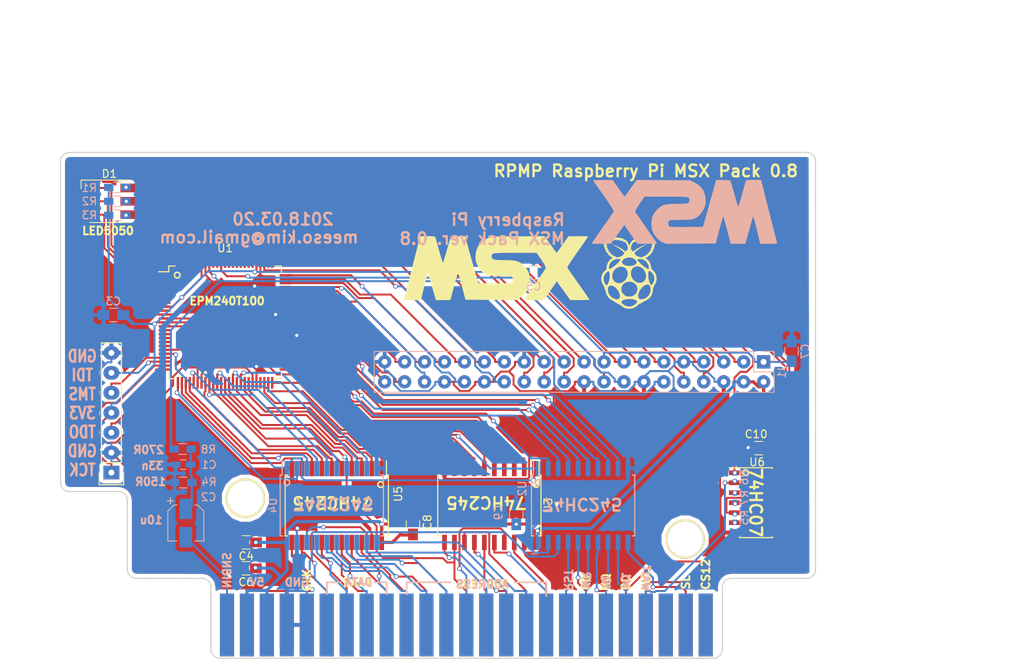
<source format=kicad_pcb>
(kicad_pcb (version 4) (host pcbnew 4.0.7)
  (layers (0 F.Cu mixed) (31 B.Cu mixed) (34 B.Paste user) (35 F.Paste user) (36 B.SilkS user) (37 F.SilkS user) (38 B.Mask user) (39 F.Mask user) (44 Edge.Cuts user))
  (net 0 "")
  (net 1 GND)
  (net 2 +5V)
  (net 3 /RD3)
  (net 4 /RD4)
  (net 5 /RD6)
  (net 6 /RD7)
  (net 7 /RD0)
  (net 8 /RD1)
  (net 9 /RD2)
  (net 10 /RD5)
  (net 11 /WAIT)
  (net 12 /INT)
  (net 13 /BUSDIR)
  (net 14 /IORQ)
  (net 15 /MREQ)
  (net 16 /WR)
  (net 17 /RD)
  (net 18 /RESET)
  (net 19 /A9)
  (net 20 /A15)
  (net 21 /A11)
  (net 22 /A10)
  (net 23 /A7)
  (net 24 /A6)
  (net 25 /A12)
  (net 26 /A8)
  (net 27 /A14)
  (net 28 /A13)
  (net 29 /A1)
  (net 30 /A0)
  (net 31 /A3)
  (net 32 /A2)
  (net 33 /A5)
  (net 34 /A4)
  (net 35 /D1)
  (net 36 /D0)
  (net 37 /D3)
  (net 38 /D2)
  (net 39 /D5)
  (net 40 /D4)
  (net 41 /D7)
  (net 42 /D6)
  (net 43 /CLK)
  (net 44 +3V3)
  (net 45 "Net-(P1-Pad5)")
  (net 46 "Net-(P1-Pad16)")
  (net 47 /RA8)
  (net 48 /RA10)
  (net 49 /RA11)
  (net 50 /RA15)
  (net 51 /RA12)
  (net 52 /RA9)
  (net 53 /RA13)
  (net 54 /RA14)
  (net 55 "Net-(P1-Pad1)")
  (net 56 "Net-(P1-Pad2)")
  (net 57 "Net-(P1-Pad3)")
  (net 58 /SLTSL)
  (net 59 "Net-(P1-Pad6)")
  (net 60 "Net-(P1-Pad44)")
  (net 61 "Net-(P1-Pad48)")
  (net 62 "Net-(P1-Pad50)")
  (net 63 /M1)
  (net 64 /RC17)
  (net 65 /RC18)
  (net 66 /RC27)
  (net 67 /RC22)
  (net 68 /RC23)
  (net 69 /RC24)
  (net 70 /RC25)
  (net 71 /RC19)
  (net 72 /RC16)
  (net 73 /RC26)
  (net 74 /RC20)
  (net 75 /RC21)
  (net 76 /SOUNDIN)
  (net 77 "Net-(U1-Pad7)")
  (net 78 "Net-(U1-Pad8)")
  (net 79 "Net-(U1-Pad15)")
  (net 80 "Net-(U1-Pad16)")
  (net 81 "Net-(U1-Pad17)")
  (net 82 "Net-(U1-Pad18)")
  (net 83 "Net-(U1-Pad19)")
  (net 84 "Net-(U1-Pad100)")
  (net 85 /MREQ3)
  (net 86 /CLK3)
  (net 87 /RESET3)
  (net 88 /WR3)
  (net 89 /IORQ3)
  (net 90 /A43)
  (net 91 /A53)
  (net 92 /A23)
  (net 93 /A33)
  (net 94 /A03)
  (net 95 /TMS)
  (net 96 /TDI)
  (net 97 /TCK)
  (net 98 /TDO)
  (net 99 /A63)
  (net 100 /A73)
  (net 101 /A123)
  (net 102 /A133)
  (net 103 /A103)
  (net 104 /A113)
  (net 105 /A83)
  (net 106 /A93)
  (net 107 /A143)
  (net 108 /A153)
  (net 109 /M13)
  (net 110 /SLTSL3)
  (net 111 /D63)
  (net 112 /D73)
  (net 113 /D43)
  (net 114 /D23)
  (net 115 /D03)
  (net 116 /D53)
  (net 117 /D33)
  (net 118 /D13)
  (net 119 /RD_3)
  (net 120 /WAIT3)
  (net 121 /INT3)
  (net 122 /BUSDIR3)
  (net 123 /CD)
  (net 124 /AD)
  (net 125 /DD)
  (net 126 "Net-(D1-Pad4)")
  (net 127 "Net-(D1-Pad5)")
  (net 128 "Net-(D1-Pad6)")
  (net 129 /LED1)
  (net 130 /LED2)
  (net 131 /LED3)
  (net 132 "Net-(U1-Pad47)")
  (net 133 "Net-(C1-Pad1)")
  (module MSX:card_edge_connector (layer F.Cu) (at 156.21 106.68)
    (fp_text reference P1 hide)
    (fp_text value CONN_02X25)
    (pad "" np_thru_hole circle (at 29.12364 -7.78256) (size 5 5) (drill 4.5) (layers *.Cu *.Mask F.SilkS))
    (pad 1 connect rect (at 31.73984 3.14744) (size 1.8 8) (layers B.Cu B.Mask) (net 55 "Net-(P1-Pad1)"))
    (pad 2 connect rect (at 31.73984 3.14744) (size 1.8 8) (layers F.Cu F.Mask) (net 56 "Net-(P1-Pad2)"))
    (pad 3 connect rect (at 29.19984 3.14744) (size 1.8 8) (layers B.Cu B.Mask) (net 57 "Net-(P1-Pad3)"))
    (pad 4 connect rect (at 29.19984 3.14744) (size 1.8 8) (layers F.Cu F.Mask) (net 58 /SLTSL))
    (pad 5 connect rect (at 26.65984 3.14744) (size 1.8 8) (layers B.Cu B.Mask) (net 45 "Net-(P1-Pad5)"))
    (pad 6 connect rect (at 26.65984 3.14744) (size 1.8 8) (layers F.Cu F.Mask) (net 59 "Net-(P1-Pad6)"))
    (pad 7 connect rect (at 24.11984 3.14744) (size 1.8 8) (layers B.Cu B.Mask) (net 11 /WAIT))
    (pad 8 connect rect (at 24.11984 3.14744) (size 1.8 8) (layers F.Cu F.Mask) (net 12 /INT))
    (pad 9 connect rect (at 21.57984 3.14744) (size 1.8 8) (layers B.Cu B.Mask) (net 63 /M1))
    (pad 10 connect rect (at 21.57984 3.14744) (size 1.8 8) (layers F.Cu F.Mask) (net 13 /BUSDIR))
    (pad 11 connect rect (at 19.03984 3.14744) (size 1.8 8) (layers B.Cu B.Mask) (net 14 /IORQ))
    (pad 12 connect rect (at 19.03984 3.14744) (size 1.8 8) (layers F.Cu F.Mask) (net 15 /MREQ))
    (pad 13 connect rect (at 16.49984 3.14744) (size 1.8 8) (layers B.Cu B.Mask) (net 16 /WR))
    (pad 14 connect rect (at 16.49984 3.14744) (size 1.8 8) (layers F.Cu F.Mask) (net 17 /RD))
    (pad 15 connect rect (at 13.95984 3.14744) (size 1.8 8) (layers B.Cu B.Mask) (net 18 /RESET))
    (pad 16 connect rect (at 13.95984 3.14744) (size 1.8 8) (layers F.Cu F.Mask) (net 46 "Net-(P1-Pad16)"))
    (pad 17 connect rect (at 11.41984 3.14744) (size 1.8 8) (layers B.Cu B.Mask) (net 19 /A9))
    (pad 18 connect rect (at 11.41984 3.14744) (size 1.8 8) (layers F.Cu F.Mask) (net 20 /A15))
    (pad 19 connect rect (at 8.87984 3.14744) (size 1.8 8) (layers B.Cu B.Mask) (net 21 /A11))
    (pad 20 connect rect (at 8.87984 3.14744) (size 1.8 8) (layers F.Cu F.Mask) (net 22 /A10))
    (pad 21 connect rect (at 6.33984 3.14744) (size 1.8 8) (layers B.Cu B.Mask) (net 23 /A7))
    (pad 22 connect rect (at 6.33984 3.14744) (size 1.8 8) (layers F.Cu F.Mask) (net 24 /A6))
    (pad 23 connect rect (at 3.79984 3.14744) (size 1.8 8) (layers B.Cu B.Mask) (net 25 /A12))
    (pad 24 connect rect (at 3.79984 3.14744) (size 1.8 8) (layers F.Cu F.Mask) (net 26 /A8))
    (pad 25 connect rect (at 1.25984 3.14744) (size 1.8 8) (layers B.Cu B.Mask) (net 27 /A14))
    (pad 26 connect rect (at 1.25984 3.14744) (size 1.8 8) (layers F.Cu F.Mask) (net 28 /A13))
    (pad 27 connect rect (at -1.28016 3.14744) (size 1.8 8) (layers B.Cu B.Mask) (net 29 /A1))
    (pad 28 connect rect (at -1.28016 3.14744) (size 1.8 8) (layers F.Cu F.Mask) (net 30 /A0))
    (pad 29 connect rect (at -3.82016 3.14744) (size 1.8 8) (layers B.Cu B.Mask) (net 31 /A3))
    (pad 30 connect rect (at -3.82016 3.14744) (size 1.8 8) (layers F.Cu F.Mask) (net 32 /A2))
    (pad 31 connect rect (at -6.36016 3.14744) (size 1.8 8) (layers B.Cu B.Mask) (net 33 /A5))
    (pad 32 connect rect (at -6.36016 3.14744) (size 1.8 8) (layers F.Cu F.Mask) (net 34 /A4))
    (pad 33 connect rect (at -8.90016 3.14744) (size 1.8 8) (layers B.Cu B.Mask) (net 35 /D1))
    (pad 34 connect rect (at -8.90016 3.14744) (size 1.8 8) (layers F.Cu F.Mask) (net 36 /D0))
    (pad 35 connect rect (at -11.44016 3.14744) (size 1.8 8) (layers B.Cu B.Mask) (net 37 /D3))
    (pad 36 connect rect (at -11.44016 3.14744) (size 1.8 8) (layers F.Cu F.Mask) (net 38 /D2))
    (pad 37 connect rect (at -13.98016 3.14744) (size 1.8 8) (layers B.Cu B.Mask) (net 39 /D5))
    (pad 38 connect rect (at -13.98016 3.14744) (size 1.8 8) (layers F.Cu F.Mask) (net 40 /D4))
    (pad 39 connect rect (at -16.52016 3.14744) (size 1.8 8) (layers B.Cu B.Mask) (net 41 /D7))
    (pad 40 connect rect (at -16.52016 3.14744) (size 1.8 8) (layers F.Cu F.Mask) (net 42 /D6))
    (pad 41 connect rect (at -19.06016 3.14744) (size 1.8 8) (layers B.Cu B.Mask) (net 1 GND))
    (pad 42 connect rect (at -19.06016 3.14744) (size 1.8 8) (layers F.Cu F.Mask) (net 43 /CLK))
    (pad 43 connect rect (at -21.60016 3.14744) (size 1.8 8) (layers B.Cu B.Mask) (net 1 GND))
    (pad 44 connect rect (at -21.60524 2.65468) (size 1.8 7) (layers F.Cu F.Mask) (net 60 "Net-(P1-Pad44)"))
    (pad 45 connect rect (at -24.14016 3.14744) (size 1.8 8) (layers B.Cu B.Mask) (net 2 +5V))
    (pad 46 connect rect (at -24.14016 3.14744) (size 1.8 8) (layers F.Cu F.Mask) (net 60 "Net-(P1-Pad44)"))
    (pad 47 connect rect (at -26.68016 3.14744) (size 1.8 8) (layers B.Cu B.Mask) (net 2 +5V))
    (pad 48 connect rect (at -26.68016 3.14744) (size 1.8 8) (layers F.Cu F.Mask) (net 61 "Net-(P1-Pad48)"))
    (pad 49 connect rect (at -29.22016 3.14744) (size 1.8 8) (layers B.Cu B.Mask) (net 76 /SOUNDIN))
    (pad 50 connect rect (at -29.22016 3.14744) (size 1.8 8) (layers F.Cu F.Mask) (net 62 "Net-(P1-Pad50)"))
    (pad "" np_thru_hole circle (at -26.87574 -12.98448) (size 5 5) (drill 4.5) (layers *.Cu *.Mask F.SilkS))
  )
  (module Capacitors_SMD:C_0603_HandSoldering (layer B.Cu) (at 121.412 89.408 180)
    (fp_text reference C1 (at -3.2766 -0.0254 180) (layer B.SilkS) (effects (justify mirror)))
    (fp_text value C)
    (pad 1 smd rect (at -0.95 0 180) (size 1.2 0.75) (layers B.Cu B.Paste B.Mask) (net 133 "Net-(C1-Pad1)"))
    (pad 2 smd rect (at 0.95 0 180) (size 1.2 0.75) (layers B.Cu B.Paste B.Mask) (net 1 GND))
  )
  (module Capacitors_SMD:CP_Elec_4x5.3 (layer B.Cu) (at 121.7422 96.8502 270)
    (fp_text reference C2 (at -3.302 -2.8956 360) (layer B.SilkS) (effects (justify mirror)))
    (fp_text value CP)
    (fp_text user + (at -2.8194 2.032 270) (layer B.SilkS) (effects (justify mirror)))
    (pad 1 smd rect (at -1.8 0 90) (size 2.6 1.6) (layers B.Cu B.Paste B.Mask) (net 133 "Net-(C1-Pad1)"))
    (pad 2 smd rect (at 1.8 0 90) (size 2.6 1.6) (layers B.Cu B.Paste B.Mask) (net 76 /SOUNDIN))
  )
  (module Resistors_SMD:R_0603_HandSoldering (layer B.Cu) (at 113.03 54.102)
    (fp_text reference R1 (at -3.5814 0.0762) (layer B.SilkS) (effects (justify mirror)))
    (fp_text value R)
    (pad 1 smd rect (at -1.1 0) (size 1.2 0.9) (layers B.Cu B.Paste B.Mask) (net 44 +3V3))
    (pad 2 smd rect (at 1.1 0) (size 1.2 0.9) (layers B.Cu B.Paste B.Mask) (net 128 "Net-(D1-Pad6)"))
  )
  (module Housings_QFP:TQFP-100_14x14mm_Pitch0.5mm (layer F.Cu) (at 126.746 71.2978)
    (fp_text reference U1 (at 0 -9.45) (layer F.SilkS))
    (fp_text value MaxII_EPM240)
    (pad 1 smd rect (at -7.7 -6) (size 1.5 0.3) (layers F.Cu F.Paste F.Mask) (net 120 /WAIT3))
    (pad 2 smd rect (at -7.7 -5.5) (size 1.5 0.3) (layers F.Cu F.Paste F.Mask) (net 121 /INT3))
    (pad 3 smd rect (at -7.7 -5) (size 1.5 0.3) (layers F.Cu F.Paste F.Mask) (net 122 /BUSDIR3))
    (pad 4 smd rect (at -7.7 -4.5) (size 1.5 0.3) (layers F.Cu F.Paste F.Mask) (net 129 /LED1))
    (pad 5 smd rect (at -7.7 -4) (size 1.5 0.3) (layers F.Cu F.Paste F.Mask) (net 130 /LED2))
    (pad 6 smd rect (at -7.7 -3.5) (size 1.5 0.3) (layers F.Cu F.Paste F.Mask) (net 131 /LED3))
    (pad 7 smd rect (at -7.7 -3) (size 1.5 0.3) (layers F.Cu F.Paste F.Mask) (net 77 "Net-(U1-Pad7)"))
    (pad 8 smd rect (at -7.7 -2.5) (size 1.5 0.3) (layers F.Cu F.Paste F.Mask) (net 78 "Net-(U1-Pad8)"))
    (pad 9 smd rect (at -7.7 -2) (size 1.5 0.3) (layers F.Cu F.Paste F.Mask) (net 44 +3V3))
    (pad 10 smd rect (at -7.7 -1.5) (size 1.5 0.3) (layers F.Cu F.Paste F.Mask) (net 1 GND))
    (pad 11 smd rect (at -7.7 -1) (size 1.5 0.3) (layers F.Cu F.Paste F.Mask) (net 1 GND))
    (pad 12 smd rect (at -7.7 -0.5) (size 1.5 0.3) (layers F.Cu F.Paste F.Mask) (net 74 /RC20))
    (pad 13 smd rect (at -7.7 0) (size 1.5 0.3) (layers F.Cu F.Paste F.Mask) (net 44 +3V3))
    (pad 14 smd rect (at -7.7 0.5) (size 1.5 0.3) (layers F.Cu F.Paste F.Mask) (net 86 /CLK3))
    (pad 15 smd rect (at -7.7 1) (size 1.5 0.3) (layers F.Cu F.Paste F.Mask) (net 79 "Net-(U1-Pad15)"))
    (pad 16 smd rect (at -7.7 1.5) (size 1.5 0.3) (layers F.Cu F.Paste F.Mask) (net 80 "Net-(U1-Pad16)"))
    (pad 17 smd rect (at -7.7 2) (size 1.5 0.3) (layers F.Cu F.Paste F.Mask) (net 81 "Net-(U1-Pad17)"))
    (pad 18 smd rect (at -7.7 2.5) (size 1.5 0.3) (layers F.Cu F.Paste F.Mask) (net 82 "Net-(U1-Pad18)"))
    (pad 19 smd rect (at -7.7 3) (size 1.5 0.3) (layers F.Cu F.Paste F.Mask) (net 83 "Net-(U1-Pad19)"))
    (pad 20 smd rect (at -7.7 3.5) (size 1.5 0.3) (layers F.Cu F.Paste F.Mask) (net 123 /CD))
    (pad 21 smd rect (at -7.7 4) (size 1.5 0.3) (layers F.Cu F.Paste F.Mask) (net 124 /AD))
    (pad 22 smd rect (at -7.7 4.5) (size 1.5 0.3) (layers F.Cu F.Paste F.Mask) (net 95 /TMS))
    (pad 23 smd rect (at -7.7 5) (size 1.5 0.3) (layers F.Cu F.Paste F.Mask) (net 96 /TDI))
    (pad 24 smd rect (at -7.7 5.5) (size 1.5 0.3) (layers F.Cu F.Paste F.Mask) (net 97 /TCK))
    (pad 25 smd rect (at -7.7 6) (size 1.5 0.3) (layers F.Cu F.Paste F.Mask) (net 98 /TDO))
    (pad 26 smd rect (at -6 7.7 90) (size 1.5 0.3) (layers F.Cu F.Paste F.Mask) (net 90 /A43))
    (pad 27 smd rect (at -5.5 7.7 90) (size 1.5 0.3) (layers F.Cu F.Paste F.Mask) (net 111 /D63))
    (pad 28 smd rect (at -5 7.7 90) (size 1.5 0.3) (layers F.Cu F.Paste F.Mask) (net 91 /A53))
    (pad 29 smd rect (at -4.5 7.7 90) (size 1.5 0.3) (layers F.Cu F.Paste F.Mask) (net 112 /D73))
    (pad 30 smd rect (at -4 7.7 90) (size 1.5 0.3) (layers F.Cu F.Paste F.Mask) (net 93 /A33))
    (pad 31 smd rect (at -3.5 7.7 90) (size 1.5 0.3) (layers F.Cu F.Paste F.Mask) (net 44 +3V3))
    (pad 32 smd rect (at -3 7.7 90) (size 1.5 0.3) (layers F.Cu F.Paste F.Mask) (net 1 GND))
    (pad 33 smd rect (at -2.5 7.7 90) (size 1.5 0.3) (layers F.Cu F.Paste F.Mask) (net 113 /D43))
    (pad 34 smd rect (at -2 7.7 90) (size 1.5 0.3) (layers F.Cu F.Paste F.Mask) (net 92 /A23))
    (pad 35 smd rect (at -1.5 7.7 90) (size 1.5 0.3) (layers F.Cu F.Paste F.Mask) (net 116 /D53))
    (pad 36 smd rect (at -1 7.7 90) (size 1.5 0.3) (layers F.Cu F.Paste F.Mask) (net 94 /A03))
    (pad 37 smd rect (at -0.5 7.7 90) (size 1.5 0.3) (layers F.Cu F.Paste F.Mask) (net 114 /D23))
    (pad 38 smd rect (at 0 7.7 90) (size 1.5 0.3) (layers F.Cu F.Paste F.Mask) (net 28 /A13))
    (pad 39 smd rect (at 0.5 7.7 90) (size 1.5 0.3) (layers F.Cu F.Paste F.Mask) (net 117 /D33))
    (pad 40 smd rect (at 1 7.7 90) (size 1.5 0.3) (layers F.Cu F.Paste F.Mask) (net 99 /A63))
    (pad 41 smd rect (at 1.5 7.7 90) (size 1.5 0.3) (layers F.Cu F.Paste F.Mask) (net 115 /D03))
    (pad 42 smd rect (at 2 7.7 90) (size 1.5 0.3) (layers F.Cu F.Paste F.Mask) (net 100 /A73))
    (pad 43 smd rect (at 2.5 7.7 90) (size 1.5 0.3) (layers F.Cu F.Paste F.Mask) (net 118 /D13))
    (pad 44 smd rect (at 3 7.7 90) (size 1.5 0.3) (layers F.Cu F.Paste F.Mask) (net 125 /DD))
    (pad 45 smd rect (at 3.5 7.7 90) (size 1.5 0.3) (layers F.Cu F.Paste F.Mask) (net 44 +3V3))
    (pad 46 smd rect (at 4 7.7 90) (size 1.5 0.3) (layers F.Cu F.Paste F.Mask) (net 1 GND))
    (pad 47 smd rect (at 4.5 7.7 90) (size 1.5 0.3) (layers F.Cu F.Paste F.Mask) (net 132 "Net-(U1-Pad47)"))
    (pad 48 smd rect (at 5 7.7 90) (size 1.5 0.3) (layers F.Cu F.Paste F.Mask) (net 101 /A123))
    (pad 49 smd rect (at 5.5 7.7 90) (size 1.5 0.3) (layers F.Cu F.Paste F.Mask) (net 102 /A133))
    (pad 50 smd rect (at 6 7.7 90) (size 1.5 0.3) (layers F.Cu F.Paste F.Mask) (net 103 /A103))
    (pad 51 smd rect (at 7.7 6) (size 1.5 0.3) (layers F.Cu F.Paste F.Mask) (net 104 /A113))
    (pad 52 smd rect (at 7.7 5.5) (size 1.5 0.3) (layers F.Cu F.Paste F.Mask) (net 105 /A83))
    (pad 53 smd rect (at 7.7 5) (size 1.5 0.3) (layers F.Cu F.Paste F.Mask) (net 106 /A93))
    (pad 54 smd rect (at 7.7 4.5) (size 1.5 0.3) (layers F.Cu F.Paste F.Mask) (net 107 /A143))
    (pad 55 smd rect (at 7.7 4) (size 1.5 0.3) (layers F.Cu F.Paste F.Mask) (net 108 /A153))
    (pad 56 smd rect (at 7.7 3.5) (size 1.5 0.3) (layers F.Cu F.Paste F.Mask) (net 86 /CLK3))
    (pad 57 smd rect (at 7.7 3) (size 1.5 0.3) (layers F.Cu F.Paste F.Mask) (net 87 /RESET3))
    (pad 58 smd rect (at 7.7 2.5) (size 1.5 0.3) (layers F.Cu F.Paste F.Mask) (net 119 /RD_3))
    (pad 59 smd rect (at 7.7 2) (size 1.5 0.3) (layers F.Cu F.Paste F.Mask) (net 44 +3V3))
    (pad 60 smd rect (at 7.7 1.5) (size 1.5 0.3) (layers F.Cu F.Paste F.Mask) (net 1 GND))
    (pad 61 smd rect (at 7.7 1) (size 1.5 0.3) (layers F.Cu F.Paste F.Mask) (net 88 /WR3))
    (pad 62 smd rect (at 7.7 0.5) (size 1.5 0.3) (layers F.Cu F.Paste F.Mask) (net 85 /MREQ3))
    (pad 63 smd rect (at 7.7 0) (size 1.5 0.3) (layers F.Cu F.Paste F.Mask) (net 44 +3V3))
    (pad 64 smd rect (at 7.7 -0.5) (size 1.5 0.3) (layers F.Cu F.Paste F.Mask) (net 89 /IORQ3))
    (pad 65 smd rect (at 7.7 -1) (size 1.5 0.3) (layers F.Cu F.Paste F.Mask) (net 1 GND))
    (pad 66 smd rect (at 7.7 -1.5) (size 1.5 0.3) (layers F.Cu F.Paste F.Mask) (net 109 /M13))
    (pad 67 smd rect (at 7.7 -2) (size 1.5 0.3) (layers F.Cu F.Paste F.Mask) (net 110 /SLTSL3))
    (pad 68 smd rect (at 7.7 -2.5) (size 1.5 0.3) (layers F.Cu F.Paste F.Mask) (net 75 /RC21))
    (pad 69 smd rect (at 7.7 -3) (size 1.5 0.3) (layers F.Cu F.Paste F.Mask) (net 74 /RC20))
    (pad 70 smd rect (at 7.7 -3.5) (size 1.5 0.3) (layers F.Cu F.Paste F.Mask) (net 73 /RC26))
    (pad 71 smd rect (at 7.7 -4) (size 1.5 0.3) (layers F.Cu F.Paste F.Mask) (net 71 /RC19))
    (pad 72 smd rect (at 7.7 -4.5) (size 1.5 0.3) (layers F.Cu F.Paste F.Mask) (net 72 /RC16))
    (pad 73 smd rect (at 7.7 -5) (size 1.5 0.3) (layers F.Cu F.Paste F.Mask) (net 53 /RA13))
    (pad 74 smd rect (at 7.7 -5.5) (size 1.5 0.3) (layers F.Cu F.Paste F.Mask) (net 5 /RD6))
    (pad 75 smd rect (at 7.7 -6) (size 1.5 0.3) (layers F.Cu F.Paste F.Mask) (net 51 /RA12))
    (pad 76 smd rect (at 6 -7.7 90) (size 1.5 0.3) (layers F.Cu F.Paste F.Mask) (net 10 /RD5))
    (pad 77 smd rect (at 5.5 -7.7 90) (size 1.5 0.3) (layers F.Cu F.Paste F.Mask) (net 7 /RD0))
    (pad 78 smd rect (at 5 -7.7 90) (size 1.5 0.3) (layers F.Cu F.Paste F.Mask) (net 8 /RD1))
    (pad 79 smd rect (at 4.5 -7.7 90) (size 1.5 0.3) (layers F.Cu F.Paste F.Mask) (net 1 GND))
    (pad 80 smd rect (at 4 -7.7 90) (size 1.5 0.3) (layers F.Cu F.Paste F.Mask) (net 44 +3V3))
    (pad 81 smd rect (at 3.5 -7.7 90) (size 1.5 0.3) (layers F.Cu F.Paste F.Mask) (net 6 /RD7))
    (pad 82 smd rect (at 3 -7.7 90) (size 1.5 0.3) (layers F.Cu F.Paste F.Mask) (net 49 /RA11))
    (pad 83 smd rect (at 2.5 -7.7 90) (size 1.5 0.3) (layers F.Cu F.Paste F.Mask) (net 47 /RA8))
    (pad 84 smd rect (at 2 -7.7 90) (size 1.5 0.3) (layers F.Cu F.Paste F.Mask) (net 52 /RA9))
    (pad 85 smd rect (at 1.5 -7.7 90) (size 1.5 0.3) (layers F.Cu F.Paste F.Mask) (net 70 /RC25))
    (pad 86 smd rect (at 1 -7.7 90) (size 1.5 0.3) (layers F.Cu F.Paste F.Mask) (net 48 /RA10))
    (pad 87 smd rect (at 0.5 -7.7 90) (size 1.5 0.3) (layers F.Cu F.Paste F.Mask) (net 69 /RC24))
    (pad 88 smd rect (at 0 -7.7 90) (size 1.5 0.3) (layers F.Cu F.Paste F.Mask) (net 67 /RC22))
    (pad 89 smd rect (at -0.5 -7.7 90) (size 1.5 0.3) (layers F.Cu F.Paste F.Mask) (net 68 /RC23))
    (pad 90 smd rect (at -1 -7.7 90) (size 1.5 0.3) (layers F.Cu F.Paste F.Mask) (net 66 /RC27))
    (pad 91 smd rect (at -1.5 -7.7 90) (size 1.5 0.3) (layers F.Cu F.Paste F.Mask) (net 64 /RC17))
    (pad 92 smd rect (at -2 -7.7 90) (size 1.5 0.3) (layers F.Cu F.Paste F.Mask) (net 65 /RC18))
    (pad 93 smd rect (at -2.5 -7.7 90) (size 1.5 0.3) (layers F.Cu F.Paste F.Mask) (net 1 GND))
    (pad 94 smd rect (at -3 -7.7 90) (size 1.5 0.3) (layers F.Cu F.Paste F.Mask) (net 44 +3V3))
    (pad 95 smd rect (at -3.5 -7.7 90) (size 1.5 0.3) (layers F.Cu F.Paste F.Mask) (net 50 /RA15))
    (pad 96 smd rect (at -4 -7.7 90) (size 1.5 0.3) (layers F.Cu F.Paste F.Mask) (net 4 /RD4))
    (pad 97 smd rect (at -4.5 -7.7 90) (size 1.5 0.3) (layers F.Cu F.Paste F.Mask) (net 54 /RA14))
    (pad 98 smd rect (at -5 -7.7 90) (size 1.5 0.3) (layers F.Cu F.Paste F.Mask) (net 3 /RD3))
    (pad 99 smd rect (at -5.5 -7.7 90) (size 1.5 0.3) (layers F.Cu F.Paste F.Mask) (net 9 /RD2))
    (pad 100 smd rect (at -6 -7.7 90) (size 1.5 0.3) (layers F.Cu F.Paste F.Mask) (net 84 "Net-(U1-Pad100)"))
  )
  (module Housings_SOIC:SOIC-20W_7.5x12.8mm_Pitch1.27mm (layer B.Cu) (at 172.339 94.616 270)
    (fp_text reference U2 (at -2.16 7.747 270) (layer B.SilkS) (effects (justify mirror)))
    (fp_text value 74LS245)
    (pad 1 smd rect (at -4.7 5.715 270) (size 1.95 0.6) (layers B.Cu B.Paste B.Mask) (net 123 /CD))
    (pad 2 smd rect (at -4.7 4.445 270) (size 1.95 0.6) (layers B.Cu B.Paste B.Mask) (net 86 /CLK3))
    (pad 3 smd rect (at -4.7 3.175 270) (size 1.95 0.6) (layers B.Cu B.Paste B.Mask) (net 87 /RESET3))
    (pad 4 smd rect (at -4.7 1.905 270) (size 1.95 0.6) (layers B.Cu B.Paste B.Mask) (net 119 /RD_3))
    (pad 5 smd rect (at -4.7 0.635 270) (size 1.95 0.6) (layers B.Cu B.Paste B.Mask) (net 88 /WR3))
    (pad 6 smd rect (at -4.7 -0.635 270) (size 1.95 0.6) (layers B.Cu B.Paste B.Mask) (net 85 /MREQ3))
    (pad 7 smd rect (at -4.7 -1.905 270) (size 1.95 0.6) (layers B.Cu B.Paste B.Mask) (net 89 /IORQ3))
    (pad 8 smd rect (at -4.7 -3.175 270) (size 1.95 0.6) (layers B.Cu B.Paste B.Mask) (net 109 /M13))
    (pad 9 smd rect (at -4.7 -4.445 270) (size 1.95 0.6) (layers B.Cu B.Paste B.Mask) (net 110 /SLTSL3))
    (pad 10 smd rect (at -4.7 -5.715 270) (size 1.95 0.6) (layers B.Cu B.Paste B.Mask) (net 1 GND))
    (pad 11 smd rect (at 4.7 -5.715 270) (size 1.95 0.6) (layers B.Cu B.Paste B.Mask) (net 58 /SLTSL))
    (pad 12 smd rect (at 4.7 -4.445 270) (size 1.95 0.6) (layers B.Cu B.Paste B.Mask) (net 63 /M1))
    (pad 13 smd rect (at 4.7 -3.175 270) (size 1.95 0.6) (layers B.Cu B.Paste B.Mask) (net 14 /IORQ))
    (pad 14 smd rect (at 4.7 -1.905 270) (size 1.95 0.6) (layers B.Cu B.Paste B.Mask) (net 15 /MREQ))
    (pad 15 smd rect (at 4.7 -0.635 270) (size 1.95 0.6) (layers B.Cu B.Paste B.Mask) (net 16 /WR))
    (pad 16 smd rect (at 4.7 0.635 270) (size 1.95 0.6) (layers B.Cu B.Paste B.Mask) (net 17 /RD))
    (pad 17 smd rect (at 4.7 1.905 270) (size 1.95 0.6) (layers B.Cu B.Paste B.Mask) (net 18 /RESET))
    (pad 18 smd rect (at 4.7 3.175 270) (size 1.95 0.6) (layers B.Cu B.Paste B.Mask) (net 43 /CLK))
    (pad 19 smd rect (at 4.7 4.445 270) (size 1.95 0.6) (layers B.Cu B.Paste B.Mask) (net 1 GND))
    (pad 20 smd rect (at 4.7 5.715 270) (size 1.95 0.6) (layers B.Cu B.Paste B.Mask) (net 2 +5V))
  )
  (module Housings_SOIC:SOIC-20W_7.5x12.8mm_Pitch1.27mm (layer F.Cu) (at 160.401 94.616 270)
    (fp_text reference U3 (at 0 -7.5 270) (layer F.SilkS))
    (fp_text value 74LS245)
    (pad 1 smd rect (at -4.7 -5.715 270) (size 1.95 0.6) (layers F.Cu F.Paste F.Mask) (net 124 /AD))
    (pad 2 smd rect (at -4.7 -4.445 270) (size 1.95 0.6) (layers F.Cu F.Paste F.Mask) (net 108 /A153))
    (pad 3 smd rect (at -4.7 -3.175 270) (size 1.95 0.6) (layers F.Cu F.Paste F.Mask) (net 107 /A143))
    (pad 4 smd rect (at -4.7 -1.905 270) (size 1.95 0.6) (layers F.Cu F.Paste F.Mask) (net 106 /A93))
    (pad 5 smd rect (at -4.7 -0.635 270) (size 1.95 0.6) (layers F.Cu F.Paste F.Mask) (net 105 /A83))
    (pad 6 smd rect (at -4.7 0.635 270) (size 1.95 0.6) (layers F.Cu F.Paste F.Mask) (net 104 /A113))
    (pad 7 smd rect (at -4.7 1.905 270) (size 1.95 0.6) (layers F.Cu F.Paste F.Mask) (net 103 /A103))
    (pad 8 smd rect (at -4.7 3.175 270) (size 1.95 0.6) (layers F.Cu F.Paste F.Mask) (net 102 /A133))
    (pad 9 smd rect (at -4.7 4.445 270) (size 1.95 0.6) (layers F.Cu F.Paste F.Mask) (net 101 /A123))
    (pad 10 smd rect (at -4.7 5.715 270) (size 1.95 0.6) (layers F.Cu F.Paste F.Mask) (net 1 GND))
    (pad 11 smd rect (at 4.7 5.715 270) (size 1.95 0.6) (layers F.Cu F.Paste F.Mask) (net 25 /A12))
    (pad 12 smd rect (at 4.7 4.445 270) (size 1.95 0.6) (layers F.Cu F.Paste F.Mask) (net 28 /A13))
    (pad 13 smd rect (at 4.7 3.175 270) (size 1.95 0.6) (layers F.Cu F.Paste F.Mask) (net 22 /A10))
    (pad 14 smd rect (at 4.7 1.905 270) (size 1.95 0.6) (layers F.Cu F.Paste F.Mask) (net 21 /A11))
    (pad 15 smd rect (at 4.7 0.635 270) (size 1.95 0.6) (layers F.Cu F.Paste F.Mask) (net 26 /A8))
    (pad 16 smd rect (at 4.7 -0.635 270) (size 1.95 0.6) (layers F.Cu F.Paste F.Mask) (net 19 /A9))
    (pad 17 smd rect (at 4.7 -1.905 270) (size 1.95 0.6) (layers F.Cu F.Paste F.Mask) (net 27 /A14))
    (pad 18 smd rect (at 4.7 -3.175 270) (size 1.95 0.6) (layers F.Cu F.Paste F.Mask) (net 20 /A15))
    (pad 19 smd rect (at 4.7 -4.445 270) (size 1.95 0.6) (layers F.Cu F.Paste F.Mask) (net 1 GND))
    (pad 20 smd rect (at 4.7 -5.715 270) (size 1.95 0.6) (layers F.Cu F.Paste F.Mask) (net 2 +5V))
  )
  (module Housings_SOIC:SOIC-20W_7.5x12.8mm_Pitch1.27mm (layer B.Cu) (at 140.335 94.616 270)
    (fp_text reference U4 (at 0 7.5 270) (layer B.SilkS) (effects (justify mirror)))
    (fp_text value 74LS245)
    (pad 1 smd rect (at -4.7 5.715 270) (size 1.95 0.6) (layers B.Cu B.Paste B.Mask) (net 124 /AD))
    (pad 2 smd rect (at -4.7 4.445 270) (size 1.95 0.6) (layers B.Cu B.Paste B.Mask) (net 90 /A43))
    (pad 3 smd rect (at -4.7 3.175 270) (size 1.95 0.6) (layers B.Cu B.Paste B.Mask) (net 91 /A53))
    (pad 4 smd rect (at -4.7 1.905 270) (size 1.95 0.6) (layers B.Cu B.Paste B.Mask) (net 92 /A23))
    (pad 5 smd rect (at -4.7 0.635 270) (size 1.95 0.6) (layers B.Cu B.Paste B.Mask) (net 93 /A33))
    (pad 6 smd rect (at -4.7 -0.635 270) (size 1.95 0.6) (layers B.Cu B.Paste B.Mask) (net 94 /A03))
    (pad 7 smd rect (at -4.7 -1.905 270) (size 1.95 0.6) (layers B.Cu B.Paste B.Mask) (net 28 /A13))
    (pad 8 smd rect (at -4.7 -3.175 270) (size 1.95 0.6) (layers B.Cu B.Paste B.Mask) (net 99 /A63))
    (pad 9 smd rect (at -4.7 -4.445 270) (size 1.95 0.6) (layers B.Cu B.Paste B.Mask) (net 100 /A73))
    (pad 10 smd rect (at -4.7 -5.715 270) (size 1.95 0.6) (layers B.Cu B.Paste B.Mask) (net 1 GND))
    (pad 11 smd rect (at 4.7 -5.715 270) (size 1.95 0.6) (layers B.Cu B.Paste B.Mask) (net 23 /A7))
    (pad 12 smd rect (at 4.7 -4.445 270) (size 1.95 0.6) (layers B.Cu B.Paste B.Mask) (net 24 /A6))
    (pad 13 smd rect (at 4.7 -3.175 270) (size 1.95 0.6) (layers B.Cu B.Paste B.Mask) (net 29 /A1))
    (pad 14 smd rect (at 4.7 -1.905 270) (size 1.95 0.6) (layers B.Cu B.Paste B.Mask) (net 30 /A0))
    (pad 15 smd rect (at 4.7 -0.635 270) (size 1.95 0.6) (layers B.Cu B.Paste B.Mask) (net 31 /A3))
    (pad 16 smd rect (at 4.7 0.635 270) (size 1.95 0.6) (layers B.Cu B.Paste B.Mask) (net 32 /A2))
    (pad 17 smd rect (at 4.7 1.905 270) (size 1.95 0.6) (layers B.Cu B.Paste B.Mask) (net 33 /A5))
    (pad 18 smd rect (at 4.7 3.175 270) (size 1.95 0.6) (layers B.Cu B.Paste B.Mask) (net 34 /A4))
    (pad 19 smd rect (at 4.7 4.445 270) (size 1.95 0.6) (layers B.Cu B.Paste B.Mask) (net 1 GND))
    (pad 20 smd rect (at 4.7 5.715 270) (size 1.95 0.6) (layers B.Cu B.Paste B.Mask) (net 2 +5V))
  )
  (module Housings_SOIC:SOIC-20W_7.5x12.8mm_Pitch1.27mm (layer F.Cu) (at 140.97 94.616 270)
    (fp_text reference U5 (at -1.4615 -7.8105 270) (layer F.SilkS))
    (fp_text value 74LS245)
    (pad 1 smd rect (at -4.7 -5.715 270) (size 1.95 0.6) (layers F.Cu F.Paste F.Mask) (net 125 /DD))
    (pad 2 smd rect (at -4.7 -4.445 270) (size 1.95 0.6) (layers F.Cu F.Paste F.Mask) (net 118 /D13))
    (pad 3 smd rect (at -4.7 -3.175 270) (size 1.95 0.6) (layers F.Cu F.Paste F.Mask) (net 115 /D03))
    (pad 4 smd rect (at -4.7 -1.905 270) (size 1.95 0.6) (layers F.Cu F.Paste F.Mask) (net 117 /D33))
    (pad 5 smd rect (at -4.7 -0.635 270) (size 1.95 0.6) (layers F.Cu F.Paste F.Mask) (net 114 /D23))
    (pad 6 smd rect (at -4.7 0.635 270) (size 1.95 0.6) (layers F.Cu F.Paste F.Mask) (net 116 /D53))
    (pad 7 smd rect (at -4.7 1.905 270) (size 1.95 0.6) (layers F.Cu F.Paste F.Mask) (net 113 /D43))
    (pad 8 smd rect (at -4.7 3.175 270) (size 1.95 0.6) (layers F.Cu F.Paste F.Mask) (net 112 /D73))
    (pad 9 smd rect (at -4.7 4.445 270) (size 1.95 0.6) (layers F.Cu F.Paste F.Mask) (net 111 /D63))
    (pad 10 smd rect (at -4.7 5.715 270) (size 1.95 0.6) (layers F.Cu F.Paste F.Mask) (net 1 GND))
    (pad 11 smd rect (at 4.7 5.715 270) (size 1.95 0.6) (layers F.Cu F.Paste F.Mask) (net 42 /D6))
    (pad 12 smd rect (at 4.7 4.445 270) (size 1.95 0.6) (layers F.Cu F.Paste F.Mask) (net 41 /D7))
    (pad 13 smd rect (at 4.7 3.175 270) (size 1.95 0.6) (layers F.Cu F.Paste F.Mask) (net 40 /D4))
    (pad 14 smd rect (at 4.7 1.905 270) (size 1.95 0.6) (layers F.Cu F.Paste F.Mask) (net 39 /D5))
    (pad 15 smd rect (at 4.7 0.635 270) (size 1.95 0.6) (layers F.Cu F.Paste F.Mask) (net 38 /D2))
    (pad 16 smd rect (at 4.7 -0.635 270) (size 1.95 0.6) (layers F.Cu F.Paste F.Mask) (net 37 /D3))
    (pad 17 smd rect (at 4.7 -1.905 270) (size 1.95 0.6) (layers F.Cu F.Paste F.Mask) (net 36 /D0))
    (pad 18 smd rect (at 4.7 -3.175 270) (size 1.95 0.6) (layers F.Cu F.Paste F.Mask) (net 35 /D1))
    (pad 19 smd rect (at 4.7 -4.445 270) (size 1.95 0.6) (layers F.Cu F.Paste F.Mask) (net 1 GND))
    (pad 20 smd rect (at 4.7 -5.715 270) (size 1.95 0.6) (layers F.Cu F.Paste F.Mask) (net 2 +5V))
  )
  (module MSX:msx-logo (layer F.Cu) (at 161.29 64.389)
    (fp_text reference G*** hide)
    (fp_text value LOGO hide)
  )
  (module MSX:msx-logo (layer B.Cu) (at 185.293 57.2262 180)
    (fp_text reference G2 hide)
    (fp_text value LOGO hide)
  )
  (module Housings_SOIC:SOIC-14_3.9x8.7mm_Pitch1.27mm (layer F.Cu) (at 194.361 94.2594)
    (fp_text reference U6 (at 0.1395 -5.1689) (layer F.SilkS))
    (fp_text value 74LS05)
    (pad 1 smd rect (at -2.7 -3.81) (size 1.5 0.6) (layers F.Cu F.Paste F.Mask) (net 120 /WAIT3))
    (pad 2 smd rect (at -2.7 -2.54) (size 1.5 0.6) (layers F.Cu F.Paste F.Mask) (net 11 /WAIT))
    (pad 3 smd rect (at -2.7 -1.27) (size 1.5 0.6) (layers F.Cu F.Paste F.Mask) (net 121 /INT3))
    (pad 4 smd rect (at -2.7 0) (size 1.5 0.6) (layers F.Cu F.Paste F.Mask) (net 12 /INT))
    (pad 5 smd rect (at -2.7 1.27) (size 1.5 0.6) (layers F.Cu F.Paste F.Mask) (net 122 /BUSDIR3))
    (pad 6 smd rect (at -2.7 2.54) (size 1.5 0.6) (layers F.Cu F.Paste F.Mask) (net 13 /BUSDIR))
    (pad 7 smd rect (at -2.7 3.81) (size 1.5 0.6) (layers F.Cu F.Paste F.Mask) (net 1 GND))
    (pad 8 smd rect (at 2.7 3.81) (size 1.5 0.6) (layers F.Cu F.Paste F.Mask))
    (pad 9 smd rect (at 2.7 2.54) (size 1.5 0.6) (layers F.Cu F.Paste F.Mask))
    (pad 10 smd rect (at 2.7 1.27) (size 1.5 0.6) (layers F.Cu F.Paste F.Mask))
    (pad 11 smd rect (at 2.7 0) (size 1.5 0.6) (layers F.Cu F.Paste F.Mask))
    (pad 12 smd rect (at 2.7 -1.27) (size 1.5 0.6) (layers F.Cu F.Paste F.Mask))
    (pad 13 smd rect (at 2.7 -2.54) (size 1.5 0.6) (layers F.Cu F.Paste F.Mask))
    (pad 14 smd rect (at 2.7 -3.81) (size 1.5 0.6) (layers F.Cu F.Paste F.Mask) (net 2 +5V))
  )
  (module Resistors_SMD:R_0603_HandSoldering (layer B.Cu) (at 113.03 55.88)
    (fp_text reference R2 (at -3.556 0) (layer B.SilkS) (effects (justify mirror)))
    (fp_text value R)
    (pad 1 smd rect (at -1.1 0) (size 1.2 0.9) (layers B.Cu B.Paste B.Mask) (net 44 +3V3))
    (pad 2 smd rect (at 1.1 0) (size 1.2 0.9) (layers B.Cu B.Paste B.Mask) (net 127 "Net-(D1-Pad5)"))
  )
  (module Resistors_SMD:R_0603_HandSoldering (layer B.Cu) (at 113.03 57.658)
    (fp_text reference R3 (at -3.556 0) (layer B.SilkS) (effects (justify mirror)))
    (fp_text value R)
    (pad 1 smd rect (at -1.1 0) (size 1.2 0.9) (layers B.Cu B.Paste B.Mask) (net 44 +3V3))
    (pad 2 smd rect (at 1.1 0) (size 1.2 0.9) (layers B.Cu B.Paste B.Mask) (net 126 "Net-(D1-Pad4)"))
  )
  (module Resistors_SMD:R_0603_HandSoldering (layer B.Cu) (at 121.412 91.694 180)
    (fp_text reference R4 (at -3.2766 0.0762 180) (layer B.SilkS) (effects (justify mirror)))
    (fp_text value R)
    (pad 1 smd rect (at -1.1 0 180) (size 1.2 0.9) (layers B.Cu B.Paste B.Mask) (net 133 "Net-(C1-Pad1)"))
    (pad 2 smd rect (at 1.1 0 180) (size 1.2 0.9) (layers B.Cu B.Paste B.Mask) (net 1 GND))
  )
  (module Capacitors_SMD:C_0805_HandSoldering (layer B.Cu) (at 112.522 70.358 180)
    (fp_text reference C3 (at 0 1.75 180) (layer B.SilkS) (effects (justify mirror)))
    (fp_text value C)
    (pad 1 smd rect (at -1.25 0 180) (size 1.5 1.25) (layers B.Cu B.Paste B.Mask) (net 44 +3V3))
    (pad 2 smd rect (at 1.25 0 180) (size 1.5 1.25) (layers B.Cu B.Paste B.Mask) (net 1 GND))
  )
  (module Capacitors_SMD:C_0805_HandSoldering (layer F.Cu) (at 129.4384 99.314 180)
    (fp_text reference C4 (at 0 -1.75 180) (layer F.SilkS))
    (fp_text value C)
    (pad 1 smd rect (at -1.25 0 180) (size 1.5 1.25) (layers F.Cu F.Paste F.Mask) (net 2 +5V))
    (pad 2 smd rect (at 1.25 0 180) (size 1.5 1.25) (layers F.Cu F.Paste F.Mask) (net 1 GND))
  )
  (module Capacitors_SMD:C_0805_HandSoldering (layer B.Cu) (at 166.0525 64.9605)
    (fp_text reference C5 (at 0 1.75) (layer B.SilkS) (effects (justify mirror)))
    (fp_text value C)
    (pad 1 smd rect (at -1.25 0) (size 1.5 1.25) (layers B.Cu B.Paste B.Mask) (net 44 +3V3))
    (pad 2 smd rect (at 1.25 0) (size 1.5 1.25) (layers B.Cu B.Paste B.Mask) (net 1 GND))
  )
  (module Capacitors_SMD:C_0805_HandSoldering (layer F.Cu) (at 129.413 102.616 180)
    (fp_text reference C6 (at 0 -1.75 180) (layer F.SilkS))
    (fp_text value C)
    (pad 1 smd rect (at -1.25 0 180) (size 1.5 1.25) (layers F.Cu F.Paste F.Mask) (net 2 +5V))
    (pad 2 smd rect (at 1.25 0 180) (size 1.5 1.25) (layers F.Cu F.Paste F.Mask) (net 1 GND))
  )
  (module Capacitors_SMD:C_0805_HandSoldering (layer B.Cu) (at 198.882 74.9808 90)
    (fp_text reference C7 (at 0 1.75 90) (layer B.SilkS) (effects (justify mirror)))
    (fp_text value C)
    (pad 1 smd rect (at -1.25 0 90) (size 1.5 1.25) (layers B.Cu B.Paste B.Mask) (net 44 +3V3))
    (pad 2 smd rect (at 1.25 0 90) (size 1.5 1.25) (layers B.Cu B.Paste B.Mask) (net 1 GND))
  )
  (module Capacitors_SMD:C_0805_HandSoldering (layer F.Cu) (at 150.6728 97.0534 90)
    (fp_text reference C8 (at 0.3175 1.8415 90) (layer F.SilkS))
    (fp_text value C)
    (pad 1 smd rect (at -1.25 0 90) (size 1.5 1.25) (layers F.Cu F.Paste F.Mask) (net 2 +5V))
    (pad 2 smd rect (at 1.25 0 90) (size 1.5 1.25) (layers F.Cu F.Paste F.Mask) (net 1 GND))
  )
  (module Capacitors_SMD:C_0805_HandSoldering (layer B.Cu) (at 163.83 95.758 90)
    (fp_text reference C9 (at 0.254 -2.286 90) (layer B.SilkS) (effects (justify mirror)))
    (fp_text value C)
    (pad 1 smd rect (at -1.25 0 90) (size 1.5 1.25) (layers B.Cu B.Paste B.Mask) (net 2 +5V))
    (pad 2 smd rect (at 1.25 0 90) (size 1.5 1.25) (layers B.Cu B.Paste B.Mask) (net 1 GND))
  )
  (module Capacitors_SMD:C_0805_HandSoldering (layer F.Cu) (at 194.691 87.3125 180)
    (fp_text reference C10 (at 0.3175 1.778 180) (layer F.SilkS))
    (fp_text value C)
    (pad 1 smd rect (at -1.25 0 180) (size 1.5 1.25) (layers F.Cu F.Paste F.Mask) (net 2 +5V))
    (pad 2 smd rect (at 1.25 0 180) (size 1.5 1.25) (layers F.Cu F.Paste F.Mask) (net 1 GND))
  )
  (module Socket_Strips:Socket_Strip_Straight_2x20_Pitch2.54mm (layer B.Cu) (at 195.326 76.327 90)
    (fp_text reference J1 (at -1.27 2.33 90) (layer B.SilkS) (effects (justify mirror)))
    (fp_text value RPi_GPIO)
    (pad 1 thru_hole rect (at 0 0 90) (size 1.7 1.7) (drill 0.76) (layers *.Cu *.Mask) (net 44 +3V3))
    (pad 2 thru_hole oval (at -2.54 0 90) (size 1.7 1.7) (drill 0.76) (layers *.Cu *.Mask) (net 2 +5V))
    (pad 3 thru_hole oval (at 0 -2.54 90) (size 1.7 1.7) (drill 0.76) (layers *.Cu *.Mask) (net 9 /RD2))
    (pad 4 thru_hole oval (at -2.54 -2.54 90) (size 1.7 1.7) (drill 0.76) (layers *.Cu *.Mask) (net 2 +5V))
    (pad 5 thru_hole oval (at 0 -5.08 90) (size 1.7 1.7) (drill 0.76) (layers *.Cu *.Mask) (net 3 /RD3))
    (pad 6 thru_hole oval (at -2.54 -5.08 90) (size 1.7 1.7) (drill 0.76) (layers *.Cu *.Mask) (net 1 GND))
    (pad 7 thru_hole oval (at 0 -7.62 90) (size 1.7 1.7) (drill 0.76) (layers *.Cu *.Mask) (net 4 /RD4))
    (pad 8 thru_hole oval (at -2.54 -7.62 90) (size 1.7 1.7) (drill 0.76) (layers *.Cu *.Mask) (net 54 /RA14))
    (pad 9 thru_hole oval (at 0 -10.16 90) (size 1.7 1.7) (drill 0.76) (layers *.Cu *.Mask) (net 1 GND))
    (pad 10 thru_hole oval (at -2.54 -10.16 90) (size 1.7 1.7) (drill 0.76) (layers *.Cu *.Mask) (net 50 /RA15))
    (pad 11 thru_hole oval (at 0 -12.7 90) (size 1.7 1.7) (drill 0.76) (layers *.Cu *.Mask) (net 64 /RC17))
    (pad 12 thru_hole oval (at -2.54 -12.7 90) (size 1.7 1.7) (drill 0.76) (layers *.Cu *.Mask) (net 65 /RC18))
    (pad 13 thru_hole oval (at 0 -15.24 90) (size 1.7 1.7) (drill 0.76) (layers *.Cu *.Mask) (net 66 /RC27))
    (pad 14 thru_hole oval (at -2.54 -15.24 90) (size 1.7 1.7) (drill 0.76) (layers *.Cu *.Mask) (net 1 GND))
    (pad 15 thru_hole oval (at 0 -17.78 90) (size 1.7 1.7) (drill 0.76) (layers *.Cu *.Mask) (net 67 /RC22))
    (pad 16 thru_hole oval (at -2.54 -17.78 90) (size 1.7 1.7) (drill 0.76) (layers *.Cu *.Mask) (net 68 /RC23))
    (pad 17 thru_hole oval (at 0 -20.32 90) (size 1.7 1.7) (drill 0.76) (layers *.Cu *.Mask) (net 44 +3V3))
    (pad 18 thru_hole oval (at -2.54 -20.32 90) (size 1.7 1.7) (drill 0.76) (layers *.Cu *.Mask) (net 69 /RC24))
    (pad 19 thru_hole oval (at 0 -22.86 90) (size 1.7 1.7) (drill 0.76) (layers *.Cu *.Mask) (net 48 /RA10))
    (pad 20 thru_hole oval (at -2.54 -22.86 90) (size 1.7 1.7) (drill 0.76) (layers *.Cu *.Mask) (net 1 GND))
    (pad 21 thru_hole oval (at 0 -25.4 90) (size 1.7 1.7) (drill 0.76) (layers *.Cu *.Mask) (net 52 /RA9))
    (pad 22 thru_hole oval (at -2.54 -25.4 90) (size 1.7 1.7) (drill 0.76) (layers *.Cu *.Mask) (net 70 /RC25))
    (pad 23 thru_hole oval (at 0 -27.94 90) (size 1.7 1.7) (drill 0.76) (layers *.Cu *.Mask) (net 49 /RA11))
    (pad 24 thru_hole oval (at -2.54 -27.94 90) (size 1.7 1.7) (drill 0.76) (layers *.Cu *.Mask) (net 47 /RA8))
    (pad 25 thru_hole oval (at 0 -30.48 90) (size 1.7 1.7) (drill 0.76) (layers *.Cu *.Mask) (net 1 GND))
    (pad 26 thru_hole oval (at -2.54 -30.48 90) (size 1.7 1.7) (drill 0.76) (layers *.Cu *.Mask) (net 6 /RD7))
    (pad 27 thru_hole oval (at 0 -33.02 90) (size 1.7 1.7) (drill 0.76) (layers *.Cu *.Mask) (net 7 /RD0))
    (pad 28 thru_hole oval (at -2.54 -33.02 90) (size 1.7 1.7) (drill 0.76) (layers *.Cu *.Mask) (net 8 /RD1))
    (pad 29 thru_hole oval (at 0 -35.56 90) (size 1.7 1.7) (drill 0.76) (layers *.Cu *.Mask) (net 10 /RD5))
    (pad 30 thru_hole oval (at -2.54 -35.56 90) (size 1.7 1.7) (drill 0.76) (layers *.Cu *.Mask) (net 1 GND))
    (pad 31 thru_hole oval (at 0 -38.1 90) (size 1.7 1.7) (drill 0.76) (layers *.Cu *.Mask) (net 5 /RD6))
    (pad 32 thru_hole oval (at -2.54 -38.1 90) (size 1.7 1.7) (drill 0.76) (layers *.Cu *.Mask) (net 51 /RA12))
    (pad 33 thru_hole oval (at 0 -40.64 90) (size 1.7 1.7) (drill 0.76) (layers *.Cu *.Mask) (net 53 /RA13))
    (pad 34 thru_hole oval (at -2.54 -40.64 90) (size 1.7 1.7) (drill 0.76) (layers *.Cu *.Mask) (net 1 GND))
    (pad 35 thru_hole oval (at 0 -43.18 90) (size 1.7 1.7) (drill 0.76) (layers *.Cu *.Mask) (net 71 /RC19))
    (pad 36 thru_hole oval (at -2.54 -43.18 90) (size 1.7 1.7) (drill 0.76) (layers *.Cu *.Mask) (net 72 /RC16))
    (pad 37 thru_hole oval (at 0 -45.72 90) (size 1.7 1.7) (drill 0.76) (layers *.Cu *.Mask) (net 73 /RC26))
    (pad 38 thru_hole oval (at -2.54 -45.72 90) (size 1.7 1.7) (drill 0.76) (layers *.Cu *.Mask) (net 74 /RC20))
    (pad 39 thru_hole oval (at 0 -48.26 90) (size 1.7 1.7) (drill 0.76) (layers *.Cu *.Mask) (net 1 GND))
    (pad 40 thru_hole oval (at -2.54 -48.26 90) (size 1.7 1.7) (drill 0.76) (layers *.Cu *.Mask) (net 75 /RC21))
  )
  (module Pin_Headers:Pin_Header_Straight_1x07 (layer F.Cu) (at 112.268 90.424 180)
    (fp_text reference J2 hide)
    (fp_text value Conn_01x07)
    (pad 1 thru_hole rect (at 0 0 180) (size 2.032 1.7272) (drill 0.76) (layers *.Cu *.Mask) (net 97 /TCK))
    (pad 2 thru_hole oval (at 0 2.54 180) (size 2.032 1.7272) (drill 0.76) (layers *.Cu *.Mask) (net 1 GND))
    (pad 3 thru_hole oval (at 0 5.08 180) (size 2.032 1.7272) (drill 0.76) (layers *.Cu *.Mask) (net 98 /TDO))
    (pad 4 thru_hole oval (at 0 7.62 180) (size 2.032 1.7272) (drill 0.76) (layers *.Cu *.Mask) (net 44 +3V3))
    (pad 5 thru_hole oval (at 0 10.16 180) (size 2.032 1.7272) (drill 0.76) (layers *.Cu *.Mask) (net 95 /TMS))
    (pad 6 thru_hole oval (at 0 12.7 180) (size 2.032 1.7272) (drill 0.76) (layers *.Cu *.Mask) (net 96 /TDI))
    (pad 7 thru_hole oval (at 0 15.24 180) (size 2.032 1.7272) (drill 0.76) (layers *.Cu *.Mask) (net 1 GND))
  )
  (module Resistors_SMD:R_0402_NoSilk (layer B.Cu) (at 191.6684 96.1644 90)
    (fp_text reference R5 (at 0 1.2 90) (layer B.SilkS) (effects (justify mirror)))
    (fp_text value R)
    (pad 1 smd rect (at -0.45 0 90) (size 0.4 0.6) (layers B.Cu B.Paste B.Mask) (net 13 /BUSDIR))
    (pad 2 smd rect (at 0.45 0 90) (size 0.4 0.6) (layers B.Cu B.Paste B.Mask) (net 122 /BUSDIR3))
  )
  (module Resistors_SMD:R_0402_NoSilk (layer B.Cu) (at 191.643 91.059 90)
    (fp_text reference R6 (at 0 1.2 90) (layer B.SilkS) (effects (justify mirror)))
    (fp_text value R)
    (pad 1 smd rect (at -0.45 0 90) (size 0.4 0.6) (layers B.Cu B.Paste B.Mask) (net 11 /WAIT))
    (pad 2 smd rect (at 0.45 0 90) (size 0.4 0.6) (layers B.Cu B.Paste B.Mask) (net 120 /WAIT3))
  )
  (module Resistors_SMD:R_0402_NoSilk (layer B.Cu) (at 191.6684 93.6244 90)
    (fp_text reference R7 (at 0 1.2 90) (layer B.SilkS) (effects (justify mirror)))
    (fp_text value R)
    (pad 1 smd rect (at -0.45 0 90) (size 0.4 0.6) (layers B.Cu B.Paste B.Mask) (net 12 /INT))
    (pad 2 smd rect (at 0.45 0 90) (size 0.4 0.6) (layers B.Cu B.Paste B.Mask) (net 121 /INT3))
  )
  (module MSX:raspberry_pi_logo (layer F.Cu) (at 178.181 65.024)
    (fp_text reference G*** hide)
    (fp_text value LOGO hide)
  )
  (module Resistors_SMD:R_0603_HandSoldering (layer B.Cu) (at 121.3358 87.4268 180)
    (fp_text reference R8 (at -3.302 -0.0508 180) (layer B.SilkS) (effects (justify mirror)))
    (fp_text value R)
    (pad 1 smd rect (at -1.1 0 180) (size 1.2 0.9) (layers B.Cu B.Paste B.Mask) (net 133 "Net-(C1-Pad1)"))
    (pad 2 smd rect (at 1.1 0 180) (size 1.2 0.9) (layers B.Cu B.Paste B.Mask) (net 65 /RC18))
  )
  (module LEDs:LED_RGB_5050-6 (layer F.Cu) (at 112.014 55.88)
    (fp_text reference D1 (at 0 -3.5 180) (layer F.SilkS))
    (fp_text value LED_RGB)
    (pad 1 smd rect (at -2.4 -1.7 90) (size 1.1 2) (layers F.Cu F.Paste F.Mask) (net 129 /LED1))
    (pad 2 smd rect (at -2.4 0 90) (size 1.1 2) (layers F.Cu F.Paste F.Mask) (net 130 /LED2))
    (pad 3 smd rect (at -2.4 1.7 90) (size 1.1 2) (layers F.Cu F.Paste F.Mask) (net 131 /LED3))
    (pad 4 smd rect (at 2.4 1.7 90) (size 1.1 2) (layers F.Cu F.Paste F.Mask) (net 126 "Net-(D1-Pad4)"))
    (pad 5 smd rect (at 2.4 0 90) (size 1.1 2) (layers F.Cu F.Paste F.Mask) (net 127 "Net-(D1-Pad5)"))
    (pad 6 smd rect (at 2.4 -1.7 90) (size 1.1 2) (layers F.Cu F.Paste F.Mask) (net 128 "Net-(D1-Pad6)"))
  )
  (gr_text 10u (at 117.3226 96.4692) (layer B.SilkS) (effects (font (size 1 1) (thickness 0.25)) (justify mirror)))
  (gr_text 33n (at 117.5004 89.5604) (layer B.SilkS) (effects (font (size 1 1) (thickness 0.25)) (justify mirror)))
  (gr_text 150R (at 117.2464 91.5924) (layer B.SilkS) (effects (font (size 1 1) (thickness 0.25)) (justify mirror)))
  (gr_text 270R (at 117.0178 87.5284) (layer B.SilkS) (effects (font (size 1 1) (thickness 0.25)) (justify mirror)))
  (gr_text LED5050 (at 111.8362 59.6392) (layer F.SilkS) (effects (font (size 1 1) (thickness 0.25))))
  (gr_text "GND\nTDI\nTMS\n3V3\nTDO\nGND\nTCK\n" (at 108.5596 82.8548) (layer B.SilkS) (effects (font (size 1.5 1.2) (thickness 0.3)) (justify mirror)))
  (gr_text EPM240T100 (at 127 68.58) (layer F.SilkS) (effects (font (size 1 1) (thickness 0.25))))
  (gr_circle (center 193.04 90.424) (end 193.294 90.678) (layer F.SilkS) (width 0.2))
  (gr_text 74HC07 (at 194.31 94.234 270) (layer F.SilkS) (effects (font (size 1.5 1.5) (thickness 0.3))))
  (gr_text 74HC245 (at 140.462 94.234 180) (layer F.SilkS) (effects (font (size 1.5 1.5) (thickness 0.3))))
  (gr_text 74HC245 (at 160.02 94.234 180) (layer F.SilkS) (effects (font (size 1.5 1.5) (thickness 0.3))))
  (gr_circle (center 134.62 91.694) (end 134.874 91.948) (layer B.SilkS) (width 0.2))
  (gr_circle (center 166.624 91.694) (end 166.878 91.948) (layer B.SilkS) (width 0.2))
  (gr_circle (center 166.37 91.948) (end 166.624 92.202) (layer F.SilkS) (width 0.2))
  (gr_circle (center 146.558 91.948) (end 146.812 92.202) (layer F.SilkS) (width 0.2))
  (gr_circle (center 120.65 65.278) (end 120.904 65.532) (layer F.SilkS) (width 0.2))
  (gr_text SNDIN (at 127 102.87 90) (layer B.SilkS) (effects (font (size 1 1) (thickness 0.25)) (justify mirror)))
  (gr_text "Raspberry Pi \nMSX Pack ver. 0.8" (at 170.18 59.436) (layer B.SilkS) (effects (font (size 1.5 1.5) (thickness 0.3)) (justify left mirror)))
  (gr_text 74HC245 (at 140.5128 94.3864 180) (layer B.SilkS) (effects (font (size 1.5 1.5) (thickness 0.3)) (justify mirror)))
  (gr_circle (center 129.3368 93.6879) (end 130.9878 95.1611) (layer Edge.Cuts) (width 0.15))
  (gr_line (start 106.934 92.837) (end 113.157 92.837) (layer Edge.Cuts) (width 0.15))
  (gr_line (start 114.3 102.743) (end 114.3 93.98) (layer Edge.Cuts) (width 0.15))
  (gr_arc (start 113.157 93.98) (end 113.157 92.837) (angle 90) (layer Edge.Cuts) (width 0.15))
  (gr_arc (start 106.934 91.694) (end 106.934 92.837) (angle 90) (layer Edge.Cuts) (width 0.15))
  (gr_line (start 167.64 104.394) (end 163.576 104.394) (angle 90) (layer F.SilkS) (width 0.2))
  (gr_line (start 167.64 106.172) (end 167.64 104.394) (angle 90) (layer F.SilkS) (width 0.2))
  (gr_line (start 167.64 104.394) (end 163.576 104.394) (angle 90) (layer B.SilkS) (width 0.2))
  (gr_line (start 167.64 106.172) (end 167.64 104.394) (angle 90) (layer B.SilkS) (width 0.2))
  (gr_line (start 149.86 104.394) (end 155.448 104.394) (angle 90) (layer B.SilkS) (width 0.2))
  (gr_line (start 149.86 105.918) (end 149.86 104.394) (angle 90) (layer B.SilkS) (width 0.2))
  (gr_line (start 147.32 104.394) (end 145.796 104.394) (angle 90) (layer B.SilkS) (width 0.2))
  (gr_line (start 147.32 105.918) (end 147.32 104.394) (angle 90) (layer B.SilkS) (width 0.2))
  (gr_line (start 139.7 104.394) (end 141.478 104.394) (angle 90) (layer B.SilkS) (width 0.2))
  (gr_line (start 139.7 105.918) (end 139.7 104.394) (angle 90) (layer B.SilkS) (width 0.2))
  (gr_text ADDRESS (at 159.512 104.648) (layer B.SilkS) (effects (font (size 1 1) (thickness 0.25)) (justify mirror)))
  (gr_text DATA (at 143.764 104.394) (layer B.SilkS) (effects (font (size 1 1) (thickness 0.25)) (justify mirror)))
  (gr_line (start 124.9426 112.9157) (end 124.9426 105.0417) (layer Edge.Cuts) (width 0.15))
  (gr_line (start 115.443 103.886) (end 123.7996 103.8987) (layer Edge.Cuts) (width 0.15))
  (gr_arc (start 115.443 102.743) (end 115.443 103.886) (angle 90) (layer Edge.Cuts) (width 0.15))
  (gr_arc (start 123.7996 105.0417) (end 123.7996 103.8987) (angle 90) (layer Edge.Cuts) (width 0.15))
  (gr_line (start 191.2239 103.886) (end 200.787 103.886) (layer Edge.Cuts) (width 0.15))
  (gr_arc (start 200.787 102.743) (end 200.787 103.886) (angle -90) (layer Edge.Cuts) (width 0.15))
  (gr_line (start 190.0809 112.9157) (end 190.0809 105.029) (layer Edge.Cuts) (width 0.15))
  (gr_arc (start 191.2239 105.029) (end 191.2239 103.886) (angle -90) (layer Edge.Cuts) (width 0.15))
  (gr_text 2018.03.20 (at 134.112 58.166) (layer B.SilkS) (effects (font (size 1.5 1.5) (thickness 0.3)) (justify mirror)))
  (gr_text 74HC245 (at 172.212 94.4372 180) (layer B.SilkS) (effects (font (size 1.5 1.5) (thickness 0.3)) (justify mirror)))
  (gr_text CLK (at 137.16 104.14 90) (layer F.SilkS) (effects (font (size 1 1) (thickness 0.25))))
  (gr_text CS12 (at 187.96 103.378 90) (layer F.SilkS) (effects (font (size 1 1) (thickness 0.25))))
  (gr_text 5V (at 130.81 104.394) (layer B.SilkS) (effects (font (size 1 1) (thickness 0.25)) (justify mirror)))
  (gr_text GND (at 135.89 104.394) (layer B.SilkS) (effects (font (size 1 1) (thickness 0.25)) (justify mirror)))
  (gr_line (start 166.878 104.394) (end 163.576 104.394) (angle 90) (layer F.SilkS) (width 0.2))
  (gr_line (start 152.146 104.394) (end 155.448 104.394) (angle 90) (layer F.SilkS) (width 0.2))
  (gr_text DATA (at 143.51 104.394) (layer F.SilkS) (effects (font (size 1 1) (thickness 0.25))))
  (gr_line (start 139.7 104.394) (end 141.478 104.394) (angle 90) (layer F.SilkS) (width 0.2))
  (gr_line (start 139.7 105.918) (end 139.7 104.394) (angle 90) (layer F.SilkS) (width 0.2))
  (gr_line (start 147.32 104.394) (end 145.796 104.394) (angle 90) (layer F.SilkS) (width 0.2))
  (gr_line (start 147.32 105.918) (end 147.32 104.394) (angle 90) (layer F.SilkS) (width 0.2))
  (gr_line (start 149.86 104.394) (end 152.146 104.394) (angle 90) (layer F.SilkS) (width 0.2))
  (gr_line (start 149.86 105.918) (end 149.86 104.394) (angle 90) (layer F.SilkS) (width 0.2))
  (gr_text ADDRESS (at 159.512 104.648) (layer F.SilkS) (effects (font (size 1 1) (thickness 0.25))))
  (gr_text WR (at 172.72 104.14 270) (layer B.SilkS) (effects (font (size 1 1) (thickness 0.25)) (justify mirror)))
  (gr_text IQ (at 175.26 104.394 270) (layer B.SilkS) (effects (font (size 1 1) (thickness 0.25)) (justify mirror)))
  (gr_text M1 (at 177.8 104.14 270) (layer B.SilkS) (effects (font (size 1 1) (thickness 0.25)) (justify mirror)))
  (gr_text WAIT (at 180.34 103.886 270) (layer B.SilkS) (effects (font (size 1 1) (thickness 0.25)) (justify mirror)))
  (gr_text INT (at 180.34 104.394 90) (layer F.SilkS) (effects (font (size 1 1) (thickness 0.25))))
  (gr_text RST (at 170.434 104.14 270) (layer B.SilkS) (effects (font (size 1 1) (thickness 0.25)) (justify mirror)))
  (gr_text MQ (at 175.26 104.394 90) (layer F.SilkS) (effects (font (size 1 1) (thickness 0.25))))
  (gr_text RD (at 172.72 104.394 90) (layer F.SilkS) (effects (font (size 1 1) (thickness 0.25))))
  (gr_text SL (at 185.42 104.394 90) (layer F.SilkS) (effects (font (size 1 1) (thickness 0.25))))
  (gr_text BD (at 177.8 104.394 90) (layer F.SilkS) (effects (font (size 1 1) (thickness 0.25))))
  (gr_text meeso.kim@gmail.com (at 131.064 60.452) (layer B.SilkS) (effects (font (size 1.5 1.5) (thickness 0.3)) (justify mirror)))
  (gr_text "RPMP Raspberry Pi MSX Pack 0.8" (at 180.3146 52.0192) (layer F.SilkS) (effects (font (size 1.5 1.5) (thickness 0.3))))
  (gr_circle (center 185.3438 98.8949) (end 187.1472 100.2538) (layer Edge.Cuts) (width 0.15))
  (gr_arc (start 200.787 50.8) (end 200.787 49.657) (angle 90) (layer Edge.Cuts) (width 0.15))
  (gr_arc (start 106.934 50.8) (end 105.791 50.8) (angle 90) (layer Edge.Cuts) (width 0.15))
  (gr_arc (start 188.9379 112.9157) (end 188.9379 114.0587) (angle -90) (layer Edge.Cuts) (width 0.15))
  (gr_arc (start 126.0856 112.9157) (end 126.0856 114.0587) (angle 90) (layer Edge.Cuts) (width 0.15))
  (gr_line (start 201.93 102.743) (end 201.93 50.8) (angle 90) (layer Edge.Cuts) (width 0.15))
  (gr_line (start 126.0856 114.0587) (end 188.9379 114.0587) (angle 90) (layer Edge.Cuts) (width 0.15))
  (gr_line (start 105.791 50.8) (end 105.791 91.694) (angle 90) (layer Edge.Cuts) (width 0.15))
  (gr_line (start 200.787 49.657) (end 106.934 49.657) (angle 90) (layer Edge.Cuts) (width 0.15))
  (segment (start 178.054 89.916) (end 178.054 91.313) (width 0.25) (layer B.Cu) (net 1))
  (segment (start 177.419 91.948) (end 171.5325 91.948) (width 0.25) (layer B.Cu) (net 1))
  (segment (start 178.054 91.313) (end 177.419 91.948) (width 0.25) (layer B.Cu) (net 1))
  (segment (start 171.5325 91.948) (end 169.01475 94.46575) (width 0.25) (layer B.Cu) (net 1))
  (via (at 169.01475 94.46575) (size 0.6) (drill 0.4) (layers F.Cu B.Cu) (net 1))
  (segment (start 169.01475 94.46575) (end 169.037 94.488) (width 0.25) (layer F.Cu) (net 1))
  (via (at 193.3575 87.249) (size 0.6) (drill 0.4) (layers F.Cu B.Cu) (net 1))
  (segment (start 193.3575 87.249) (end 193.421 87.3125) (width 0.25) (layer F.Cu) (net 1))
  (segment (start 193.421 87.3125) (end 193.441 87.3125) (width 0.25) (layer F.Cu) (net 1))
  (via (at 135.8693 72.9525) (size 0.6) (layers F.Cu B.Cu) (net 1))
  (via (at 133.1816 70.2978) (size 0.6) (layers F.Cu B.Cu) (net 1))
  (via (at 135.9528 97.5189) (size 0.6) (layers F.Cu B.Cu) (net 1))
  (via (at 124.2607 77.6818) (size 0.6) (layers F.Cu B.Cu) (net 1))
  (via (at 130.7457 76.909) (size 0.6) (layers F.Cu B.Cu) (net 1))
  (via (at 130.5059 66.678) (size 0.6) (layers F.Cu B.Cu) (net 1))
  (segment (start 120.462 89.408) (end 120.462 90.1083) (width 0.25) (layer B.Cu) (net 1))
  (segment (start 135.89 99.316) (end 135.89 100.6163) (width 0.25) (layer B.Cu) (net 1))
  (segment (start 119.2016 89.0729) (end 119.5367 89.408) (width 0.25) (layer B.Cu) (net 1))
  (segment (start 112.268 89.0729) (end 119.2016 89.0729) (width 0.25) (layer B.Cu) (net 1))
  (segment (start 164.846 76.327) (end 163.6707 76.327) (width 0.25) (layer F.Cu) (net 1))
  (segment (start 159.766 78.867) (end 160.9413 78.867) (width 0.25) (layer F.Cu) (net 1))
  (segment (start 158.5907 79.2344) (end 158.5907 78.867) (width 0.25) (layer F.Cu) (net 1))
  (segment (start 157.7828 80.0423) (end 158.5907 79.2344) (width 0.25) (layer F.Cu) (net 1))
  (segment (start 156.6693 80.0423) (end 157.7828 80.0423) (width 0.25) (layer F.Cu) (net 1))
  (segment (start 155.8613 79.2343) (end 156.6693 80.0423) (width 0.25) (layer F.Cu) (net 1))
  (segment (start 155.8613 78.867) (end 155.8613 79.2343) (width 0.25) (layer F.Cu) (net 1))
  (segment (start 154.686 78.867) (end 155.8613 78.867) (width 0.25) (layer F.Cu) (net 1))
  (segment (start 159.766 78.867) (end 158.5907 78.867) (width 0.25) (layer F.Cu) (net 1))
  (segment (start 154.686 89.916) (end 154.686 91.2163) (width 0.25) (layer F.Cu) (net 1))
  (segment (start 119.046 69.7978) (end 117.9707 69.7978) (width 0.25) (layer F.Cu) (net 1))
  (segment (start 135.7146 72.7978) (end 134.446 72.7978) (width 0.25) (layer F.Cu) (net 1))
  (segment (start 135.8693 72.9525) (end 135.7146 72.7978) (width 0.25) (layer F.Cu) (net 1))
  (segment (start 164.846 99.316) (end 164.846 100.6163) (width 0.25) (layer F.Cu) (net 1))
  (segment (start 111.7479 86.6951) (end 112.268 86.6951) (width 0.25) (layer B.Cu) (net 1))
  (segment (start 110.922 85.8692) (end 111.7479 86.6951) (width 0.25) (layer B.Cu) (net 1))
  (segment (start 110.922 77.1988) (end 110.922 85.8692) (width 0.25) (layer B.Cu) (net 1))
  (segment (start 111.7479 76.3729) (end 110.922 77.1988) (width 0.25) (layer B.Cu) (net 1))
  (segment (start 112.268 76.3729) (end 111.7479 76.3729) (width 0.25) (layer B.Cu) (net 1))
  (segment (start 112.268 75.184) (end 112.268 76.3729) (width 0.25) (layer B.Cu) (net 1))
  (segment (start 112.268 87.884) (end 112.268 89.0729) (width 0.25) (layer B.Cu) (net 1))
  (segment (start 112.268 87.884) (end 112.268 86.6951) (width 0.25) (layer B.Cu) (net 1))
  (segment (start 120.462 89.408) (end 119.5367 89.408) (width 0.25) (layer B.Cu) (net 1))
  (segment (start 119.046 70.2978) (end 118.0833 70.2978) (width 0.25) (layer F.Cu) (net 1))
  (segment (start 178.9107 79.2344) (end 178.9107 78.867) (width 0.25) (layer B.Cu) (net 1))
  (segment (start 178.1028 80.0423) (end 178.9107 79.2344) (width 0.25) (layer B.Cu) (net 1))
  (segment (start 134.446 70.2978) (end 133.4833 70.2978) (width 0.25) (layer F.Cu) (net 1))
  (segment (start 180.086 78.867) (end 179.4984 78.867) (width 0.25) (layer B.Cu) (net 1))
  (segment (start 179.4984 78.867) (end 178.9107 78.867) (width 0.25) (layer B.Cu) (net 1))
  (segment (start 179.4984 78.867) (end 180.8631 77.5023) (width 0.25) (layer B.Cu) (net 1))
  (segment (start 133.4833 70.2978) (end 133.1816 70.2978) (width 0.25) (layer F.Cu) (net 1))
  (segment (start 119.046 70.2978) (end 120.1213 70.2978) (width 0.25) (layer F.Cu) (net 1))
  (segment (start 145.415 99.316) (end 145.415 98.0157) (width 0.25) (layer F.Cu) (net 1))
  (segment (start 135.255 89.916) (end 135.255 91.2163) (width 0.25) (layer F.Cu) (net 1))
  (segment (start 133.5438 91.2163) (end 135.255 91.2163) (width 0.25) (layer F.Cu) (net 1))
  (segment (start 132.2435 89.916) (end 133.5438 91.2163) (width 0.25) (layer F.Cu) (net 1))
  (segment (start 114.3 89.916) (end 132.2435 89.916) (width 0.25) (layer F.Cu) (net 1))
  (segment (start 112.268 87.884) (end 114.3 89.916) (width 0.25) (layer F.Cu) (net 1))
  (segment (start 137.5147 93.476) (end 137.5147 95.957) (width 0.25) (layer F.Cu) (net 1))
  (segment (start 135.255 91.2163) (end 137.5147 93.476) (width 0.25) (layer F.Cu) (net 1))
  (segment (start 143.3563 95.957) (end 137.5147 95.957) (width 0.25) (layer F.Cu) (net 1))
  (segment (start 145.415 98.0157) (end 143.3563 95.957) (width 0.25) (layer F.Cu) (net 1))
  (segment (start 135.89 99.316) (end 135.89 98.0157) (width 0.25) (layer B.Cu) (net 1))
  (segment (start 135.89 97.5817) (end 135.9528 97.5189) (width 0.25) (layer B.Cu) (net 1))
  (segment (start 135.89 98.0157) (end 135.89 97.5817) (width 0.25) (layer B.Cu) (net 1))
  (segment (start 137.5147 95.957) (end 135.9528 97.5189) (width 0.25) (layer F.Cu) (net 1))
  (segment (start 112.268 75.184) (end 113.6093 75.184) (width 0.25) (layer F.Cu) (net 1))
  (segment (start 118.0833 70.2978) (end 117.9707 70.2978) (width 0.25) (layer F.Cu) (net 1))
  (segment (start 117.9707 70.2978) (end 117.9707 69.7978) (width 0.25) (layer F.Cu) (net 1))
  (segment (start 113.6093 74.6592) (end 113.6093 75.184) (width 0.25) (layer F.Cu) (net 1))
  (segment (start 117.9707 70.2978) (end 113.6093 74.6592) (width 0.25) (layer F.Cu) (net 1))
  (segment (start 191.661 98.0694) (end 190.5857 98.0694) (width 0.25) (layer F.Cu) (net 1))
  (segment (start 135.8693 72.9525) (end 133.1816 72.9525) (width 0.25) (layer B.Cu) (net 1))
  (segment (start 140.4364 77.5196) (end 135.8693 72.9525) (width 0.25) (layer B.Cu) (net 1))
  (segment (start 142.6441 77.5196) (end 140.4364 77.5196) (width 0.25) (layer B.Cu) (net 1))
  (segment (start 143.8992 76.2645) (end 142.6441 77.5196) (width 0.25) (layer B.Cu) (net 1))
  (segment (start 145.8282 76.2645) (end 143.8992 76.2645) (width 0.25) (layer B.Cu) (net 1))
  (segment (start 145.8907 76.327) (end 145.8282 76.2645) (width 0.25) (layer B.Cu) (net 1))
  (segment (start 147.066 76.327) (end 145.8907 76.327) (width 0.25) (layer B.Cu) (net 1))
  (segment (start 147.4334 77.5023) (end 147.066 77.5023) (width 0.25) (layer B.Cu) (net 1))
  (segment (start 148.2413 78.3102) (end 147.4334 77.5023) (width 0.25) (layer B.Cu) (net 1))
  (segment (start 148.2413 79.189) (end 148.2413 78.3102) (width 0.25) (layer B.Cu) (net 1))
  (segment (start 149.1094 80.0571) (end 148.2413 79.189) (width 0.25) (layer B.Cu) (net 1))
  (segment (start 152.6879 80.0571) (end 149.1094 80.0571) (width 0.25) (layer B.Cu) (net 1))
  (segment (start 153.5107 79.2343) (end 152.6879 80.0571) (width 0.25) (layer B.Cu) (net 1))
  (segment (start 153.5107 78.867) (end 153.5107 79.2343) (width 0.25) (layer B.Cu) (net 1))
  (segment (start 154.686 78.867) (end 153.5107 78.867) (width 0.25) (layer B.Cu) (net 1))
  (segment (start 147.066 76.327) (end 147.066 77.5023) (width 0.25) (layer B.Cu) (net 1))
  (segment (start 120.1213 70.2978) (end 124.7148 65.7043) (width 0.25) (layer F.Cu) (net 1))
  (segment (start 124.246 65.2355) (end 124.246 63.5978) (width 0.25) (layer F.Cu) (net 1))
  (segment (start 124.7148 65.7043) (end 124.246 65.2355) (width 0.25) (layer F.Cu) (net 1))
  (segment (start 146.05 84.7149) (end 146.05 89.916) (width 0.25) (layer B.Cu) (net 1))
  (segment (start 142.6441 81.309) (end 146.05 84.7149) (width 0.25) (layer B.Cu) (net 1))
  (segment (start 142.6441 77.5196) (end 142.6441 81.309) (width 0.25) (layer B.Cu) (net 1))
  (segment (start 163.6707 76.7914) (end 162.9007 77.5614) (width 0.25) (layer F.Cu) (net 1))
  (segment (start 163.6707 76.327) (end 163.6707 76.7914) (width 0.25) (layer F.Cu) (net 1))
  (segment (start 160.9413 78.4997) (end 160.9413 78.867) (width 0.25) (layer F.Cu) (net 1))
  (segment (start 161.8796 77.5614) (end 160.9413 78.4997) (width 0.25) (layer F.Cu) (net 1))
  (segment (start 162.9007 77.5614) (end 161.8796 77.5614) (width 0.25) (layer F.Cu) (net 1))
  (segment (start 172.466 78.867) (end 171.2907 78.867) (width 0.25) (layer F.Cu) (net 1))
  (segment (start 165.2808 91.2163) (end 154.686 91.2163) (width 0.25) (layer F.Cu) (net 1))
  (segment (start 171.2907 78.867) (end 171.2907 79.2343) (width 0.25) (layer F.Cu) (net 1))
  (segment (start 163.4814 78.1421) (end 162.9007 77.5614) (width 0.25) (layer F.Cu) (net 1))
  (segment (start 163.4814 79.2105) (end 163.4814 78.1421) (width 0.25) (layer F.Cu) (net 1))
  (segment (start 164.3284 80.0575) (end 163.4814 79.2105) (width 0.25) (layer F.Cu) (net 1))
  (segment (start 123.9867 77.6818) (end 123.746 77.9225) (width 0.25) (layer F.Cu) (net 1))
  (segment (start 124.2607 77.6818) (end 123.9867 77.6818) (width 0.25) (layer F.Cu) (net 1))
  (segment (start 123.746 78.9978) (end 123.746 77.9225) (width 0.25) (layer F.Cu) (net 1))
  (segment (start 125.0335 76.909) (end 130.7457 76.909) (width 0.25) (layer B.Cu) (net 1))
  (segment (start 124.2607 77.6818) (end 125.0335 76.909) (width 0.25) (layer B.Cu) (net 1))
  (segment (start 133.1816 74.4731) (end 133.1816 72.9525) (width 0.25) (layer B.Cu) (net 1))
  (segment (start 130.7457 76.909) (end 133.1816 74.4731) (width 0.25) (layer B.Cu) (net 1))
  (segment (start 130.746 76.9093) (end 130.746 78.9978) (width 0.25) (layer F.Cu) (net 1))
  (segment (start 130.7457 76.909) (end 130.746 76.9093) (width 0.25) (layer F.Cu) (net 1))
  (segment (start 130.2513 66.4234) (end 130.2513 66.0951) (width 0.25) (layer F.Cu) (net 1))
  (segment (start 130.5059 66.678) (end 130.2513 66.4234) (width 0.25) (layer F.Cu) (net 1))
  (segment (start 131.246 65.1004) (end 130.2513 66.0951) (width 0.25) (layer F.Cu) (net 1))
  (segment (start 131.246 63.5978) (end 131.246 65.1004) (width 0.25) (layer F.Cu) (net 1))
  (segment (start 125.1056 66.0951) (end 124.7148 65.7043) (width 0.25) (layer F.Cu) (net 1))
  (segment (start 130.2513 66.0951) (end 125.1056 66.0951) (width 0.25) (layer F.Cu) (net 1))
  (segment (start 133.1816 72.9525) (end 133.1816 70.2978) (width 0.25) (layer B.Cu) (net 1))
  (segment (start 130.5059 67.6221) (end 130.5059 66.678) (width 0.25) (layer B.Cu) (net 1))
  (segment (start 133.1816 70.2978) (end 130.5059 67.6221) (width 0.25) (layer B.Cu) (net 1))
  (segment (start 165.2808 91.2163) (end 165.2808 91.6959) (width 0.25) (layer F.Cu) (net 1))
  (segment (start 165.4713 91.0258) (end 165.2808 91.2163) (width 0.25) (layer F.Cu) (net 1))
  (segment (start 165.4713 84.6514) (end 165.4713 91.0258) (width 0.25) (layer F.Cu) (net 1))
  (segment (start 168.5941 81.5286) (end 165.4713 84.6514) (width 0.25) (layer F.Cu) (net 1))
  (segment (start 168.5941 80.0575) (end 168.5941 81.5286) (width 0.25) (layer F.Cu) (net 1))
  (segment (start 170.4675 80.0575) (end 168.5941 80.0575) (width 0.25) (layer F.Cu) (net 1))
  (segment (start 171.2907 79.2343) (end 170.4675 80.0575) (width 0.25) (layer F.Cu) (net 1))
  (segment (start 168.5941 80.0575) (end 164.3284 80.0575) (width 0.25) (layer F.Cu) (net 1))
  (segment (start 135.89 100.6163) (end 135.89 104.2423) (width 0.25) (layer B.Cu) (net 1))
  (segment (start 165.2808 91.6959) (end 167.1972 93.6123) (width 0.25) (layer F.Cu) (net 1))
  (segment (start 167.1972 99.997) (end 166.5779 100.6163) (width 0.25) (layer F.Cu) (net 1))
  (segment (start 167.1972 93.6123) (end 167.1972 99.997) (width 0.25) (layer F.Cu) (net 1))
  (segment (start 167.894 99.316) (end 167.894 100.6163) (width 0.25) (layer B.Cu) (net 1))
  (segment (start 166.167 100.6163) (end 167.894 100.6163) (width 0.25) (layer B.Cu) (net 1))
  (segment (start 166.5779 100.6163) (end 164.846 100.6163) (width 0.25) (layer F.Cu) (net 1))
  (segment (start 165.8989 100.3482) (end 166.167 100.6163) (width 0.25) (layer B.Cu) (net 1))
  (segment (start 137.1498 109.8274) (end 137.1498 105.5021) (width 0.25) (layer B.Cu) (net 1))
  (segment (start 135.89 104.2423) (end 137.1498 105.5021) (width 0.25) (layer B.Cu) (net 1))
  (segment (start 134.6098 105.5021) (end 137.1498 105.5021) (width 0.25) (layer B.Cu) (net 1))
  (segment (start 134.6098 109.8274) (end 134.6098 105.5021) (width 0.25) (layer B.Cu) (net 1))
  (segment (start 190.5857 98.0694) (end 189.7765 97.2602) (width 0.25) (layer F.Cu) (net 1))
  (segment (start 120.312 90.2583) (end 120.462 90.1083) (width 0.25) (layer B.Cu) (net 1))
  (segment (start 189.7765 80.5118) (end 190.246 80.0423) (width 0.25) (layer F.Cu) (net 1))
  (segment (start 189.7765 97.2602) (end 189.7765 80.5118) (width 0.25) (layer F.Cu) (net 1))
  (segment (start 186.3413 76.6944) (end 186.3413 76.327) (width 0.25) (layer B.Cu) (net 1))
  (segment (start 185.166 76.327) (end 186.3413 76.327) (width 0.25) (layer B.Cu) (net 1))
  (segment (start 185.166 76.327) (end 183.9907 76.327) (width 0.25) (layer B.Cu) (net 1))
  (segment (start 178.054 89.916) (end 178.054 88.6157) (width 0.25) (layer B.Cu) (net 1))
  (segment (start 183.8641 82.8056) (end 178.054 88.6157) (width 0.25) (layer B.Cu) (net 1))
  (segment (start 183.8641 78.1836) (end 183.8641 82.8056) (width 0.25) (layer B.Cu) (net 1))
  (segment (start 183.1828 77.5023) (end 183.8641 78.1836) (width 0.25) (layer B.Cu) (net 1))
  (segment (start 180.8631 77.5023) (end 183.1828 77.5023) (width 0.25) (layer B.Cu) (net 1))
  (segment (start 183.9907 76.6944) (end 183.9907 76.327) (width 0.25) (layer B.Cu) (net 1))
  (segment (start 183.1828 77.5023) (end 183.9907 76.6944) (width 0.25) (layer B.Cu) (net 1))
  (segment (start 169.01475 94.46575) (end 165.8989 97.5816) (width 0.25) (layer B.Cu) (net 1))
  (segment (start 165.8989 97.5816) (end 165.8989 100.3482) (width 0.25) (layer B.Cu) (net 1))
  (segment (start 187.1492 77.5023) (end 186.3413 76.6944) (width 0.25) (layer B.Cu) (net 1))
  (segment (start 188.0734 77.5023) (end 187.1492 77.5023) (width 0.25) (layer B.Cu) (net 1))
  (segment (start 174.4493 80.0423) (end 178.1028 80.0423) (width 0.25) (layer B.Cu) (net 1))
  (segment (start 173.6413 79.2343) (end 174.4493 80.0423) (width 0.25) (layer B.Cu) (net 1))
  (segment (start 173.6413 78.867) (end 173.6413 79.2343) (width 0.25) (layer B.Cu) (net 1))
  (segment (start 172.466 78.867) (end 173.6413 78.867) (width 0.25) (layer B.Cu) (net 1))
  (segment (start 189.0707 78.4996) (end 188.0734 77.5023) (width 0.25) (layer B.Cu) (net 1))
  (segment (start 189.0707 78.867) (end 189.0707 78.4996) (width 0.25) (layer B.Cu) (net 1))
  (segment (start 190.246 78.867) (end 189.0707 78.867) (width 0.25) (layer B.Cu) (net 1))
  (segment (start 190.246 78.867) (end 190.246 80.0423) (width 0.25) (layer F.Cu) (net 1))
  (segment (start 120.312 91.694) (end 120.312 90.2583) (width 0.25) (layer B.Cu) (net 1))
  (segment (start 166.5242 97.8406) (end 166.5734 97.8406) (width 0.4) (layer B.Cu) (net 2))
  (segment (start 166.878 97.536) (end 173.3643 97.536) (width 0.4) (layer B.Cu) (net 2))
  (segment (start 166.5734 97.8406) (end 166.878 97.536) (width 0.4) (layer B.Cu) (net 2))
  (segment (start 195.941 87.3125) (end 195.941 90.4191) (width 0.4) (layer F.Cu) (net 2))
  (segment (start 195.9713 90.4494) (end 197.061 90.4494) (width 0.4) (layer F.Cu) (net 2))
  (segment (start 195.941 90.4191) (end 195.9713 90.4494) (width 0.4) (layer F.Cu) (net 2))
  (segment (start 148.9991 98.3769) (end 150.5993 98.3769) (width 0.4) (layer F.Cu) (net 2))
  (segment (start 150.5993 98.3769) (end 150.6728 98.3034) (width 0.4) (layer F.Cu) (net 2))
  (segment (start 132.715 102.5906) (end 130.6576 102.5906) (width 0.4) (layer B.Cu) (net 2))
  (segment (start 133.68365 103.55925) (end 132.715 102.5906) (width 0.4) (layer B.Cu) (net 2))
  (segment (start 133.68365 103.81325) (end 133.68365 103.55925) (width 0.4) (layer B.Cu) (net 2))
  (segment (start 130.6068 102.5398) (end 130.663 102.596) (width 0.4) (layer F.Cu) (net 2))
  (via (at 130.6068 102.5398) (size 0.6) (drill 0.4) (layers F.Cu B.Cu) (net 2))
  (segment (start 130.6576 102.5906) (end 130.6068 102.5398) (width 0.4) (layer B.Cu) (net 2))
  (segment (start 130.663 102.596) (end 130.663 102.616) (width 0.4) (layer F.Cu) (net 2))
  (segment (start 134.62 99.316) (end 130.6596 99.316) (width 0.4) (layer B.Cu) (net 2))
  (segment (start 130.6576 99.314) (end 130.6884 99.314) (width 0.4) (layer F.Cu) (net 2))
  (via (at 130.6576 99.314) (size 0.6) (drill 0.4) (layers F.Cu B.Cu) (net 2))
  (segment (start 130.6596 99.316) (end 130.6576 99.314) (width 0.4) (layer B.Cu) (net 2))
  (segment (start 134.62 99.316) (end 132.586 99.316) (width 0.4) (layer B.Cu) (net 2))
  (segment (start 146.685 99.316) (end 148.06 99.316) (width 0.4) (layer F.Cu) (net 2))
  (segment (start 148.06 99.316) (end 148.9991 98.3769) (width 0.4) (layer F.Cu) (net 2))
  (segment (start 148.9991 98.3769) (end 149.098 98.278) (width 0.4) (layer F.Cu) (net 2))
  (via (at 163.83 97.008) (size 0.6) (drill 0.4) (layers F.Cu B.Cu) (net 2))
  (segment (start 163.83 97.008) (end 163.83 96.9817) (width 0.4) (layer F.Cu) (net 2))
  (segment (start 163.83 96.9817) (end 163.83 97.028) (width 0.4) (layer F.Cu) (net 2))
  (segment (start 163.83 97.028) (end 163.83 96.9817) (width 0.4) (layer F.Cu) (net 2))
  (segment (start 195.9107 80.702) (end 195.326 80.1173) (width 0.4) (layer F.Cu) (net 2))
  (segment (start 195.9107 90.4494) (end 195.9107 80.702) (width 0.4) (layer F.Cu) (net 2))
  (segment (start 195.326 78.867) (end 195.326 79.4921) (width 0.4) (layer F.Cu) (net 2))
  (segment (start 195.326 79.4921) (end 195.326 80.1173) (width 0.4) (layer F.Cu) (net 2))
  (segment (start 194.6614 79.4921) (end 194.0363 78.867) (width 0.4) (layer F.Cu) (net 2))
  (segment (start 195.326 79.4921) (end 194.6614 79.4921) (width 0.4) (layer F.Cu) (net 2))
  (via (at 166.5242 97.8406) (size 0.6) (layers F.Cu B.Cu) (net 2))
  (via (at 146.685 96.9817) (size 0.6) (layers F.Cu B.Cu) (net 2))
  (segment (start 197.061 90.4494) (end 195.9107 90.4494) (width 0.4) (layer F.Cu) (net 2))
  (segment (start 166.624 99.316) (end 166.624 97.9407) (width 0.4) (layer B.Cu) (net 2))
  (segment (start 166.116 99.316) (end 166.116 97.9407) (width 0.4) (layer F.Cu) (net 2))
  (segment (start 191.5357 79.3646) (end 173.3643 97.536) (width 0.4) (layer B.Cu) (net 2))
  (segment (start 192.786 78.867) (end 191.5357 78.867) (width 0.4) (layer B.Cu) (net 2))
  (segment (start 191.5357 78.867) (end 191.5357 79.3646) (width 0.4) (layer B.Cu) (net 2))
  (segment (start 166.624 97.9404) (end 166.5242 97.8406) (width 0.4) (layer B.Cu) (net 2))
  (segment (start 166.624 97.9407) (end 166.624 97.9404) (width 0.4) (layer B.Cu) (net 2))
  (segment (start 166.2161 97.8406) (end 166.116 97.9407) (width 0.4) (layer F.Cu) (net 2))
  (segment (start 166.5242 97.8406) (end 166.2161 97.8406) (width 0.4) (layer F.Cu) (net 2))
  (segment (start 134.62 99.316) (end 134.62 97.9407) (width 0.4) (layer B.Cu) (net 2))
  (segment (start 134.62 97.8614) (end 134.62 97.9407) (width 0.4) (layer B.Cu) (net 2))
  (segment (start 135.8134 96.668) (end 134.62 97.8614) (width 0.4) (layer B.Cu) (net 2))
  (segment (start 146.3713 96.668) (end 135.8134 96.668) (width 0.4) (layer B.Cu) (net 2))
  (segment (start 146.685 96.9817) (end 146.3713 96.668) (width 0.4) (layer B.Cu) (net 2))
  (segment (start 165.157 96.9817) (end 163.83 96.9817) (width 0.4) (layer F.Cu) (net 2))
  (segment (start 163.83 96.9817) (end 146.685 96.9817) (width 0.4) (layer F.Cu) (net 2))
  (segment (start 166.116 97.9407) (end 165.157 96.9817) (width 0.4) (layer F.Cu) (net 2))
  (segment (start 146.685 96.9817) (end 146.685 99.316) (width 0.4) (layer F.Cu) (net 2))
  (segment (start 134.62 99.316) (end 134.62 100.6913) (width 0.4) (layer B.Cu) (net 2))
  (segment (start 132.0698 109.8274) (end 132.0698 105.4271) (width 0.4) (layer B.Cu) (net 2))
  (segment (start 134.62 102.8769) (end 134.62 100.6913) (width 0.4) (layer B.Cu) (net 2))
  (segment (start 132.0698 105.4271) (end 133.68365 103.81325) (width 0.4) (layer B.Cu) (net 2))
  (segment (start 133.68365 103.81325) (end 134.62 102.8769) (width 0.4) (layer B.Cu) (net 2))
  (segment (start 129.5298 105.4271) (end 132.0698 105.4271) (width 0.4) (layer B.Cu) (net 2))
  (segment (start 129.5298 109.8274) (end 129.5298 105.4271) (width 0.4) (layer B.Cu) (net 2))
  (segment (start 192.786 78.867) (end 194.0363 78.867) (width 0.4) (layer F.Cu) (net 2))
  (segment (start 121.746 63.5978) (end 121.746 62.1816) (width 0.25) (layer F.Cu) (net 3))
  (segment (start 121.746 62.1816) (end 127.8061 56.1215) (width 0.25) (layer F.Cu) (net 3))
  (segment (start 127.8061 56.1215) (end 170.0405 56.1215) (width 0.25) (layer F.Cu) (net 3))
  (segment (start 170.0405 56.1215) (end 190.246 76.327) (width 0.25) (layer F.Cu) (net 3))
  (segment (start 187.706 76.327) (end 186.5307 76.327) (width 0.25) (layer F.Cu) (net 4))
  (segment (start 186.5307 75.9596) (end 186.5307 76.327) (width 0.25) (layer F.Cu) (net 4))
  (segment (start 167.5932 57.0221) (end 186.5307 75.9596) (width 0.25) (layer F.Cu) (net 4))
  (segment (start 128.2464 57.0221) (end 167.5932 57.0221) (width 0.25) (layer F.Cu) (net 4))
  (segment (start 122.746 62.5225) (end 128.2464 57.0221) (width 0.25) (layer F.Cu) (net 4))
  (segment (start 122.746 63.5978) (end 122.746 62.5225) (width 0.25) (layer F.Cu) (net 4))
  (segment (start 157.226 76.327) (end 156.0507 76.327) (width 0.25) (layer F.Cu) (net 5))
  (segment (start 156.0507 75.9597) (end 156.0507 76.327) (width 0.25) (layer F.Cu) (net 5))
  (segment (start 147.8447 67.7537) (end 156.0507 75.9597) (width 0.25) (layer F.Cu) (net 5))
  (segment (start 143.9248 67.7537) (end 147.8447 67.7537) (width 0.25) (layer F.Cu) (net 5))
  (segment (start 141.9689 65.7978) (end 143.9248 67.7537) (width 0.25) (layer F.Cu) (net 5))
  (segment (start 134.446 65.7978) (end 141.9689 65.7978) (width 0.25) (layer F.Cu) (net 5))
  (segment (start 164.846 78.867) (end 164.846 77.6917) (width 0.25) (layer F.Cu) (net 6))
  (segment (start 165.2133 77.6917) (end 164.846 77.6917) (width 0.25) (layer F.Cu) (net 6))
  (segment (start 166.0218 76.8832) (end 165.2133 77.6917) (width 0.25) (layer F.Cu) (net 6))
  (segment (start 166.0218 75.7977) (end 166.0218 76.8832) (width 0.25) (layer F.Cu) (net 6))
  (segment (start 152.2899 62.0658) (end 166.0218 75.7977) (width 0.25) (layer F.Cu) (net 6))
  (segment (start 130.8416 62.0658) (end 152.2899 62.0658) (width 0.25) (layer F.Cu) (net 6))
  (segment (start 130.246 62.6614) (end 130.8416 62.0658) (width 0.25) (layer F.Cu) (net 6))
  (segment (start 130.246 63.5978) (end 130.246 62.6614) (width 0.25) (layer F.Cu) (net 6))
  (segment (start 162.306 76.327) (end 161.1307 76.327) (width 0.25) (layer F.Cu) (net 7))
  (segment (start 132.246 63.5978) (end 132.246 62.5225) (width 0.25) (layer F.Cu) (net 7))
  (segment (start 161.1307 75.9978) (end 161.1307 76.327) (width 0.25) (layer F.Cu) (net 7))
  (segment (start 147.6554 62.5225) (end 161.1307 75.9978) (width 0.25) (layer F.Cu) (net 7))
  (segment (start 132.246 62.5225) (end 147.6554 62.5225) (width 0.25) (layer F.Cu) (net 7))
  (via (at 148.4443 66.7023) (size 0.6) (layers F.Cu B.Cu) (net 8))
  (segment (start 131.746 63.5978) (end 131.746 64.6731) (width 0.25) (layer F.Cu) (net 8))
  (segment (start 162.306 78.867) (end 161.1307 78.867) (width 0.25) (layer B.Cu) (net 8))
  (segment (start 149.2636 66.7023) (end 148.4443 66.7023) (width 0.25) (layer B.Cu) (net 8))
  (segment (start 158.5906 76.0293) (end 149.2636 66.7023) (width 0.25) (layer B.Cu) (net 8))
  (segment (start 158.5906 76.8164) (end 158.5906 76.0293) (width 0.25) (layer B.Cu) (net 8))
  (segment (start 159.4659 77.6917) (end 158.5906 76.8164) (width 0.25) (layer B.Cu) (net 8))
  (segment (start 160.3228 77.6917) (end 159.4659 77.6917) (width 0.25) (layer B.Cu) (net 8))
  (segment (start 161.1307 78.4996) (end 160.3228 77.6917) (width 0.25) (layer B.Cu) (net 8))
  (segment (start 161.1307 78.867) (end 161.1307 78.4996) (width 0.25) (layer B.Cu) (net 8))
  (segment (start 146.4151 64.6731) (end 148.4443 66.7023) (width 0.25) (layer F.Cu) (net 8))
  (segment (start 131.746 64.6731) (end 146.4151 64.6731) (width 0.25) (layer F.Cu) (net 8))
  (segment (start 121.246 63.5978) (end 121.246 62.5225) (width 0.25) (layer F.Cu) (net 9))
  (segment (start 121.246 62.5225) (end 121.246 62.042) (width 0.25) (layer F.Cu) (net 9))
  (segment (start 121.246 62.042) (end 127.6168 55.6712) (width 0.25) (layer F.Cu) (net 9))
  (segment (start 127.6168 55.6712) (end 171.3222 55.6712) (width 0.25) (layer F.Cu) (net 9))
  (segment (start 171.3222 55.6712) (end 191.6107 75.9597) (width 0.25) (layer F.Cu) (net 9))
  (segment (start 191.6107 75.9597) (end 191.6107 76.327) (width 0.25) (layer F.Cu) (net 9))
  (segment (start 192.786 76.327) (end 191.6107 76.327) (width 0.25) (layer F.Cu) (net 9))
  (segment (start 146.2288 63.5978) (end 132.746 63.5978) (width 0.25) (layer F.Cu) (net 10))
  (segment (start 158.5907 75.9597) (end 146.2288 63.5978) (width 0.25) (layer F.Cu) (net 10))
  (segment (start 158.5907 76.327) (end 158.5907 75.9597) (width 0.25) (layer F.Cu) (net 10))
  (segment (start 159.766 76.327) (end 158.5907 76.327) (width 0.25) (layer F.Cu) (net 10))
  (via (at 191.643 91.509) (size 0.6) (drill 0.4) (layers F.Cu B.Cu) (net 11))
  (segment (start 191.643 91.509) (end 191.661 91.527) (width 0.25) (layer F.Cu) (net 11))
  (segment (start 191.661 91.527) (end 191.661 91.7194) (width 0.25) (layer F.Cu) (net 11))
  (via (at 190.4019 91.7194) (size 0.6) (layers F.Cu B.Cu) (net 11))
  (segment (start 191.661 91.7194) (end 190.4019 91.7194) (width 0.25) (layer F.Cu) (net 11))
  (segment (start 190.4019 97.8461) (end 190.4019 91.7194) (width 0.25) (layer B.Cu) (net 11))
  (segment (start 180.3298 109.8274) (end 180.3298 105.5021) (width 0.25) (layer B.Cu) (net 11))
  (segment (start 180.9853 105.6237) (end 181.5034 105.6237) (width 0.25) (layer B.Cu) (net 11))
  (segment (start 180.8637 105.5021) (end 180.9853 105.6237) (width 0.25) (layer B.Cu) (net 11))
  (segment (start 180.3298 105.5021) (end 180.8637 105.5021) (width 0.25) (layer B.Cu) (net 11))
  (segment (start 181.5034 105.6237) (end 181.625 105.5021) (width 0.25) (layer B.Cu) (net 11))
  (segment (start 182.7459 105.5021) (end 190.4019 97.8461) (width 0.25) (layer B.Cu) (net 11))
  (segment (start 181.625 105.5021) (end 182.7459 105.5021) (width 0.25) (layer B.Cu) (net 11))
  (segment (start 191.6684 94.0744) (end 191.6684 94.361) (width 0.25) (layer B.Cu) (net 12))
  (segment (start 191.6938 94.3864) (end 191.661 94.3536) (width 0.25) (layer F.Cu) (net 12))
  (via (at 191.6938 94.3864) (size 0.6) (drill 0.4) (layers F.Cu B.Cu) (net 12))
  (segment (start 191.6684 94.361) (end 191.6938 94.3864) (width 0.25) (layer B.Cu) (net 12))
  (segment (start 191.661 94.3536) (end 191.661 94.2594) (width 0.25) (layer F.Cu) (net 12))
  (segment (start 180.3298 109.8274) (end 180.3298 105.5021) (width 0.25) (layer F.Cu) (net 12))
  (segment (start 180.3298 105.0286) (end 180.3298 105.5021) (width 0.25) (layer F.Cu) (net 12))
  (segment (start 180.9853 104.3731) (end 180.3298 105.0286) (width 0.25) (layer F.Cu) (net 12))
  (segment (start 187.5118 104.3731) (end 180.9853 104.3731) (width 0.25) (layer F.Cu) (net 12))
  (segment (start 191.661 94.2594) (end 192.7363 94.2594) (width 0.25) (layer F.Cu) (net 12))
  (segment (start 192.7363 94.2594) (end 193.2311 94.7542) (width 0.25) (layer F.Cu) (net 12))
  (segment (start 193.2311 94.7542) (end 193.2311 98.6538) (width 0.25) (layer F.Cu) (net 12))
  (segment (start 193.2311 98.6538) (end 187.5118 104.3731) (width 0.25) (layer F.Cu) (net 12))
  (via (at 191.661 96.7994) (size 0.6) (drill 0.4) (layers F.Cu B.Cu) (net 13))
  (segment (start 191.661 96.7994) (end 191.6684 96.792) (width 0.25) (layer B.Cu) (net 13))
  (segment (start 191.6684 96.792) (end 191.6684 96.6144) (width 0.25) (layer B.Cu) (net 13))
  (segment (start 181.5472 101.7447) (end 177.7898 105.5021) (width 0.25) (layer F.Cu) (net 13))
  (segment (start 177.7898 109.8274) (end 177.7898 105.5021) (width 0.25) (layer F.Cu) (net 13))
  (segment (start 191.661 96.7994) (end 192.7363 96.7994) (width 0.25) (layer F.Cu) (net 13))
  (segment (start 192.7363 96.7994) (end 192.7363 98.5117) (width 0.25) (layer F.Cu) (net 13))
  (segment (start 192.7363 98.5117) (end 189.5033 101.7447) (width 0.25) (layer F.Cu) (net 13))
  (segment (start 189.5033 101.7447) (end 181.5472 101.7447) (width 0.25) (layer F.Cu) (net 13))
  (segment (start 175.514 105.2379) (end 175.2498 105.5021) (width 0.25) (layer B.Cu) (net 14))
  (segment (start 175.514 99.316) (end 175.514 105.2379) (width 0.25) (layer B.Cu) (net 14))
  (segment (start 175.2498 109.8274) (end 175.2498 105.5021) (width 0.25) (layer B.Cu) (net 14))
  (segment (start 174.244 99.316) (end 174.244 100.6163) (width 0.25) (layer B.Cu) (net 15))
  (via (at 174.077 105.3579) (size 0.6) (layers F.Cu B.Cu) (net 15))
  (segment (start 174.077 100.7833) (end 174.077 105.3579) (width 0.25) (layer B.Cu) (net 15))
  (segment (start 174.244 100.6163) (end 174.077 100.7833) (width 0.25) (layer B.Cu) (net 15))
  (segment (start 174.2212 105.5021) (end 175.2498 105.5021) (width 0.25) (layer F.Cu) (net 15))
  (segment (start 174.077 105.3579) (end 174.2212 105.5021) (width 0.25) (layer F.Cu) (net 15))
  (segment (start 175.2498 109.8274) (end 175.2498 105.5021) (width 0.25) (layer F.Cu) (net 15))
  (segment (start 172.974 105.2379) (end 172.7098 105.5021) (width 0.25) (layer B.Cu) (net 16))
  (segment (start 172.974 99.316) (end 172.974 105.2379) (width 0.25) (layer B.Cu) (net 16))
  (segment (start 172.7098 109.8274) (end 172.7098 105.5021) (width 0.25) (layer B.Cu) (net 16))
  (segment (start 171.6981 104.4904) (end 172.7098 105.5021) (width 0.25) (layer F.Cu) (net 17))
  (segment (start 171.6981 103.8054) (end 171.6981 104.4904) (width 0.25) (layer F.Cu) (net 17))
  (segment (start 172.7098 109.8274) (end 172.7098 105.5021) (width 0.25) (layer F.Cu) (net 17))
  (via (at 171.6981 103.8054) (size 0.6) (layers F.Cu B.Cu) (net 17))
  (segment (start 171.6981 100.6222) (end 171.6981 103.8054) (width 0.25) (layer B.Cu) (net 17))
  (segment (start 171.704 100.6163) (end 171.6981 100.6222) (width 0.25) (layer B.Cu) (net 17))
  (segment (start 171.704 99.316) (end 171.704 100.6163) (width 0.25) (layer B.Cu) (net 17))
  (segment (start 170.434 105.2379) (end 170.1698 105.5021) (width 0.25) (layer B.Cu) (net 18))
  (segment (start 170.434 99.316) (end 170.434 105.2379) (width 0.25) (layer B.Cu) (net 18))
  (segment (start 170.1698 109.8274) (end 170.1698 105.5021) (width 0.25) (layer B.Cu) (net 18))
  (segment (start 161.036 99.316) (end 161.036 100.6163) (width 0.25) (layer F.Cu) (net 19))
  (segment (start 167.6298 109.8274) (end 167.6298 105.5021) (width 0.25) (layer B.Cu) (net 19))
  (via (at 162.9055 100.7778) (size 0.6) (layers F.Cu B.Cu) (net 19))
  (segment (start 162.744 100.6163) (end 162.9055 100.7778) (width 0.25) (layer F.Cu) (net 19))
  (segment (start 161.036 100.6163) (end 162.744 100.6163) (width 0.25) (layer F.Cu) (net 19))
  (segment (start 167.6298 105.5021) (end 162.9055 100.7778) (width 0.25) (layer B.Cu) (net 19))
  (segment (start 167.6298 104.6701) (end 163.576 100.6163) (width 0.25) (layer F.Cu) (net 20))
  (segment (start 167.6298 109.8274) (end 167.6298 104.6701) (width 0.25) (layer F.Cu) (net 20))
  (segment (start 163.576 99.316) (end 163.576 100.6163) (width 0.25) (layer F.Cu) (net 20))
  (segment (start 158.496 99.316) (end 158.496 100.6163) (width 0.25) (layer F.Cu) (net 21))
  (segment (start 158.7687 100.6163) (end 158.9798 100.8274) (width 0.25) (layer F.Cu) (net 21))
  (segment (start 158.496 100.6163) (end 158.7687 100.6163) (width 0.25) (layer F.Cu) (net 21))
  (via (at 158.9798 100.8274) (size 0.6) (layers F.Cu B.Cu) (net 21))
  (segment (start 163.6545 105.5021) (end 158.9798 100.8274) (width 0.25) (layer B.Cu) (net 21))
  (segment (start 165.0898 109.8274) (end 165.0898 105.5021) (width 0.25) (layer B.Cu) (net 21))
  (segment (start 165.0898 105.5021) (end 163.6545 105.5021) (width 0.25) (layer B.Cu) (net 21))
  (segment (start 165.0898 109.8274) (end 165.0898 105.5021) (width 0.25) (layer F.Cu) (net 22))
  (segment (start 157.226 99.316) (end 157.226 98.0157) (width 0.25) (layer F.Cu) (net 22))
  (segment (start 157.226 98.0157) (end 160.2445 98.0157) (width 0.25) (layer F.Cu) (net 22))
  (segment (start 160.2445 98.0157) (end 160.3913 98.1625) (width 0.25) (layer F.Cu) (net 22))
  (segment (start 160.3913 100.8036) (end 165.0898 105.5021) (width 0.25) (layer F.Cu) (net 22))
  (segment (start 160.3913 98.1625) (end 160.3913 100.8036) (width 0.25) (layer F.Cu) (net 22))
  (segment (start 146.05 99.316) (end 156.3637 99.316) (width 0.25) (layer B.Cu) (net 23))
  (segment (start 156.3637 99.316) (end 162.5498 105.5021) (width 0.25) (layer B.Cu) (net 23))
  (segment (start 162.5498 109.8274) (end 162.5498 105.5021) (width 0.25) (layer B.Cu) (net 23))
  (via (at 161.3003 105.4586) (size 0.6) (layers F.Cu B.Cu) (net 24))
  (segment (start 162.5498 109.8274) (end 162.5498 105.5021) (width 0.25) (layer F.Cu) (net 24))
  (segment (start 161.3438 105.5021) (end 162.5498 105.5021) (width 0.25) (layer F.Cu) (net 24))
  (segment (start 161.3003 105.4586) (end 161.3438 105.5021) (width 0.25) (layer F.Cu) (net 24))
  (segment (start 156.458 100.6163) (end 161.3003 105.4586) (width 0.25) (layer B.Cu) (net 24))
  (segment (start 144.78 99.316) (end 144.78 100.6163) (width 0.25) (layer B.Cu) (net 24))
  (segment (start 144.78 100.6163) (end 156.458 100.6163) (width 0.25) (layer B.Cu) (net 24))
  (segment (start 154.686 99.316) (end 154.686 100.6163) (width 0.25) (layer F.Cu) (net 25))
  (segment (start 160.0098 105.1723) (end 160.0098 109.8274) (width 0.25) (layer B.Cu) (net 25))
  (segment (start 156.0868 101.2493) (end 160.0098 105.1723) (width 0.25) (layer B.Cu) (net 25))
  (segment (start 155.293 101.2233) (end 155.293 101.2493) (width 0.25) (layer F.Cu) (net 25))
  (segment (start 154.686 100.6163) (end 155.293 101.2233) (width 0.25) (layer F.Cu) (net 25))
  (via (at 155.293 101.2493) (size 0.6) (layers F.Cu B.Cu) (net 25))
  (segment (start 155.293 101.2493) (end 156.0868 101.2493) (width 0.25) (layer B.Cu) (net 25))
  (segment (start 159.766 105.2583) (end 160.0098 105.5021) (width 0.25) (layer F.Cu) (net 26))
  (segment (start 160.0098 109.8274) (end 160.0098 105.5021) (width 0.25) (layer F.Cu) (net 26))
  (segment (start 159.766 99.316) (end 159.766 105.2583) (width 0.25) (layer F.Cu) (net 26))
  (via (at 156.6007 102.6574) (size 0.6) (layers F.Cu B.Cu) (net 27))
  (segment (start 162.306 99.316) (end 162.306 98.0157) (width 0.25) (layer F.Cu) (net 27))
  (segment (start 156.6007 97.9624) (end 156.6007 102.6574) (width 0.25) (layer F.Cu) (net 27))
  (segment (start 157.0269 97.5362) (end 156.6007 97.9624) (width 0.25) (layer F.Cu) (net 27))
  (segment (start 161.8265 97.5362) (end 157.0269 97.5362) (width 0.25) (layer F.Cu) (net 27))
  (segment (start 162.306 98.0157) (end 161.8265 97.5362) (width 0.25) (layer F.Cu) (net 27))
  (segment (start 157.4698 109.8274) (end 157.4698 105.5021) (width 0.25) (layer B.Cu) (net 27))
  (segment (start 157.4698 103.5265) (end 156.6007 102.6574) (width 0.25) (layer B.Cu) (net 27))
  (segment (start 157.4698 105.5021) (end 157.4698 103.5265) (width 0.25) (layer B.Cu) (net 27))
  (segment (start 157.4698 109.8274) (end 157.4698 105.5021) (width 0.25) (layer F.Cu) (net 28))
  (segment (start 155.956 103.9883) (end 155.956 101.8746) (width 0.25) (layer F.Cu) (net 28))
  (segment (start 157.4698 105.5021) (end 155.956 103.9883) (width 0.25) (layer F.Cu) (net 28))
  (segment (start 155.956 101.8746) (end 155.956 100.6163) (width 0.25) (layer F.Cu) (net 28))
  (via (at 141.9919 88.4377) (size 0.6) (layers F.Cu B.Cu) (net 28))
  (segment (start 155.956 99.8536) (end 155.956 100.6163) (width 0.25) (layer F.Cu) (net 28))
  (segment (start 142.24 89.916) (end 142.24 88.6157) (width 0.25) (layer B.Cu) (net 28))
  (segment (start 155.956 99.8536) (end 155.956 99.316) (width 0.25) (layer F.Cu) (net 28))
  (segment (start 142.062 88.4377) (end 141.9919 88.4377) (width 0.25) (layer B.Cu) (net 28))
  (segment (start 142.24 88.6157) (end 142.062 88.4377) (width 0.25) (layer B.Cu) (net 28))
  (segment (start 142.2304 88.6762) (end 141.9919 88.4377) (width 0.25) (layer F.Cu) (net 28))
  (segment (start 142.2304 93.4115) (end 142.2304 88.6762) (width 0.25) (layer F.Cu) (net 28))
  (segment (start 146.0404 97.2215) (end 142.2304 93.4115) (width 0.25) (layer F.Cu) (net 28))
  (segment (start 146.0404 100.4577) (end 146.0404 97.2215) (width 0.25) (layer F.Cu) (net 28))
  (segment (start 141.2443 87.6901) (end 141.9919 88.4377) (width 0.25) (layer F.Cu) (net 28))
  (segment (start 140.4232 87.6901) (end 141.2443 87.6901) (width 0.25) (layer F.Cu) (net 28))
  (segment (start 137.547 84.8139) (end 140.4232 87.6901) (width 0.25) (layer F.Cu) (net 28))
  (segment (start 131.3407 84.8139) (end 137.547 84.8139) (width 0.25) (layer F.Cu) (net 28))
  (segment (start 126.746 80.2192) (end 131.3407 84.8139) (width 0.25) (layer F.Cu) (net 28))
  (segment (start 126.746 78.9978) (end 126.746 80.2192) (width 0.25) (layer F.Cu) (net 28))
  (segment (start 155.034 101.8746) (end 154.4799 101.3205) (width 0.25) (layer F.Cu) (net 28))
  (segment (start 155.956 101.8746) (end 155.034 101.8746) (width 0.25) (layer F.Cu) (net 28))
  (segment (start 146.9032 101.3205) (end 146.0404 100.4577) (width 0.25) (layer F.Cu) (net 28))
  (segment (start 154.4799 101.3205) (end 146.9032 101.3205) (width 0.25) (layer F.Cu) (net 28))
  (segment (start 143.51 99.316) (end 143.51 100.6163) (width 0.25) (layer B.Cu) (net 29))
  (segment (start 154.9298 109.8274) (end 154.9298 105.5021) (width 0.25) (layer B.Cu) (net 29))
  (segment (start 150.4943 101.0666) (end 154.9298 105.5021) (width 0.25) (layer B.Cu) (net 29))
  (segment (start 143.9603 101.0666) (end 150.4943 101.0666) (width 0.25) (layer B.Cu) (net 29))
  (segment (start 143.51 100.6163) (end 143.9603 101.0666) (width 0.25) (layer B.Cu) (net 29))
  (segment (start 151.3736 101.9459) (end 154.9298 105.5021) (width 0.25) (layer F.Cu) (net 30))
  (segment (start 154.9298 109.8274) (end 154.9298 105.5021) (width 0.25) (layer F.Cu) (net 30))
  (segment (start 149.2987 101.9459) (end 151.3736 101.9459) (width 0.25) (layer F.Cu) (net 30))
  (via (at 149.2987 101.9459) (size 0.6) (layers F.Cu B.Cu) (net 30))
  (segment (start 148.8698 101.517) (end 149.2987 101.9459) (width 0.25) (layer B.Cu) (net 30))
  (segment (start 143.1407 101.517) (end 148.8698 101.517) (width 0.25) (layer B.Cu) (net 30))
  (segment (start 142.24 100.6163) (end 143.1407 101.517) (width 0.25) (layer B.Cu) (net 30))
  (segment (start 142.24 99.316) (end 142.24 100.6163) (width 0.25) (layer B.Cu) (net 30))
  (segment (start 140.97 99.316) (end 140.97 100.6163) (width 0.25) (layer B.Cu) (net 31))
  (segment (start 152.3898 109.8274) (end 152.3898 105.5021) (width 0.25) (layer B.Cu) (net 31))
  (segment (start 151.7529 105.5021) (end 152.3898 105.5021) (width 0.25) (layer B.Cu) (net 31))
  (segment (start 148.3059 102.0551) (end 151.7529 105.5021) (width 0.25) (layer B.Cu) (net 31))
  (segment (start 142.4088 102.0551) (end 148.3059 102.0551) (width 0.25) (layer B.Cu) (net 31))
  (segment (start 140.97 100.6163) (end 142.4088 102.0551) (width 0.25) (layer B.Cu) (net 31))
  (segment (start 152.3898 109.8274) (end 152.3898 105.5021) (width 0.25) (layer F.Cu) (net 32))
  (segment (start 150.5567 103.669) (end 148.5298 103.669) (width 0.25) (layer F.Cu) (net 32))
  (segment (start 152.3898 105.5021) (end 150.5567 103.669) (width 0.25) (layer F.Cu) (net 32))
  (via (at 148.5298 103.669) (size 0.6) (layers F.Cu B.Cu) (net 32))
  (segment (start 148.5298 103.669) (end 147.3663 102.5055) (width 0.25) (layer B.Cu) (net 32))
  (segment (start 147.3663 102.5055) (end 142.2165 102.5055) (width 0.25) (layer B.Cu) (net 32))
  (segment (start 139.7 99.316) (end 139.7 100.6163) (width 0.25) (layer B.Cu) (net 32))
  (segment (start 140.3273 100.6163) (end 139.7 100.6163) (width 0.25) (layer B.Cu) (net 32))
  (segment (start 142.2165 102.5055) (end 140.3273 100.6163) (width 0.25) (layer B.Cu) (net 32))
  (segment (start 138.43 99.316) (end 138.43 100.6163) (width 0.25) (layer B.Cu) (net 33))
  (segment (start 149.8498 109.8274) (end 149.8498 105.5021) (width 0.25) (layer B.Cu) (net 33))
  (segment (start 149.8498 105.5021) (end 149.2288 105.5021) (width 0.25) (layer B.Cu) (net 33))
  (segment (start 149.2288 105.5021) (end 146.6826 102.9559) (width 0.25) (layer B.Cu) (net 33))
  (segment (start 146.6826 102.9559) (end 142.03 102.9559) (width 0.25) (layer B.Cu) (net 33))
  (segment (start 139.1268 101.3131) (end 138.43 100.6163) (width 0.25) (layer B.Cu) (net 33))
  (segment (start 140.3872 101.3131) (end 139.1268 101.3131) (width 0.25) (layer B.Cu) (net 33))
  (segment (start 142.03 102.9559) (end 140.3872 101.3131) (width 0.25) (layer B.Cu) (net 33))
  (segment (start 149.474 105.5021) (end 149.8498 105.5021) (width 0.25) (layer F.Cu) (net 34))
  (segment (start 149.8498 109.8274) (end 149.8498 105.5021) (width 0.25) (layer F.Cu) (net 34))
  (segment (start 137.7964 97.3793) (end 139.2641 97.3793) (width 0.25) (layer B.Cu) (net 34))
  (segment (start 137.16 98.0157) (end 137.7964 97.3793) (width 0.25) (layer B.Cu) (net 34))
  (segment (start 137.16 99.316) (end 137.16 98.0157) (width 0.25) (layer B.Cu) (net 34))
  (via (at 139.2641 97.3793) (size 0.6) (layers F.Cu B.Cu) (net 34))
  (segment (start 139.2641 97.3793) (end 143.9928 97.3793) (width 0.25) (layer F.Cu) (net 34))
  (segment (start 143.9928 97.3793) (end 144.782 98.1685) (width 0.25) (layer F.Cu) (net 34))
  (segment (start 147.7602 103.7883) (end 149.474 105.5021) (width 0.25) (layer F.Cu) (net 34))
  (segment (start 147.7602 103.4603) (end 147.7602 103.7883) (width 0.25) (layer F.Cu) (net 34))
  (segment (start 144.782 100.4821) (end 147.7602 103.4603) (width 0.25) (layer F.Cu) (net 34))
  (segment (start 144.782 98.1685) (end 144.782 100.4821) (width 0.25) (layer F.Cu) (net 34))
  (segment (start 144.145 99.316) (end 144.145 100.6163) (width 0.25) (layer F.Cu) (net 35))
  (via (at 146.3773 103.608) (size 0.6) (layers F.Cu B.Cu) (net 35))
  (segment (start 147.3098 109.8274) (end 147.3098 105.5021) (width 0.25) (layer B.Cu) (net 35))
  (segment (start 146.3773 104.5696) (end 146.3773 103.608) (width 0.25) (layer B.Cu) (net 35))
  (segment (start 147.3098 105.5021) (end 146.3773 104.5696) (width 0.25) (layer B.Cu) (net 35))
  (segment (start 146.3773 102.8486) (end 146.3773 103.608) (width 0.25) (layer F.Cu) (net 35))
  (segment (start 144.145 100.6163) (end 146.3773 102.8486) (width 0.25) (layer F.Cu) (net 35))
  (segment (start 147.3098 109.8274) (end 147.3098 105.5021) (width 0.25) (layer F.Cu) (net 36))
  (segment (start 142.875 99.316) (end 142.875 100.6163) (width 0.25) (layer F.Cu) (net 36))
  (segment (start 142.875 101.0673) (end 147.3098 105.5021) (width 0.25) (layer F.Cu) (net 36))
  (segment (start 142.875 100.6163) (end 142.875 101.0673) (width 0.25) (layer F.Cu) (net 36))
  (segment (start 141.605 100.8867) (end 141.605 99.316) (width 0.25) (layer F.Cu) (net 37))
  (segment (start 144.7698 109.8274) (end 144.7698 105.5021) (width 0.25) (layer B.Cu) (net 37))
  (segment (start 144.7698 105.5021) (end 144.5444 105.5021) (width 0.25) (layer B.Cu) (net 37))
  (segment (start 142.6495 101.9312) (end 141.605 100.8867) (width 0.25) (layer F.Cu) (net 37))
  (segment (start 142.6495 103.6072) (end 142.6495 101.9312) (width 0.25) (layer F.Cu) (net 37))
  (via (at 142.6495 103.6072) (size 0.6) (layers F.Cu B.Cu) (net 37))
  (segment (start 144.5444 105.5021) (end 142.6495 103.6072) (width 0.25) (layer B.Cu) (net 37))
  (segment (start 143.6547 105.5021) (end 144.7698 105.5021) (width 0.25) (layer F.Cu) (net 38))
  (segment (start 144.7698 109.8274) (end 144.7698 105.5021) (width 0.25) (layer F.Cu) (net 38))
  (segment (start 141.605 103.4524) (end 143.6547 105.5021) (width 0.25) (layer F.Cu) (net 38))
  (segment (start 141.605 101.8863) (end 141.605 103.4524) (width 0.25) (layer F.Cu) (net 38))
  (segment (start 140.335 100.6163) (end 141.605 101.8863) (width 0.25) (layer F.Cu) (net 38))
  (segment (start 140.335 99.316) (end 140.335 100.6163) (width 0.25) (layer F.Cu) (net 38))
  (segment (start 139.065 99.316) (end 139.065 100.8753) (width 0.25) (layer F.Cu) (net 39))
  (segment (start 142.2298 109.8274) (end 142.2298 105.5021) (width 0.25) (layer B.Cu) (net 39))
  (via (at 140.1672 101.9775) (size 0.6) (layers F.Cu B.Cu) (net 39))
  (segment (start 139.065 100.8753) (end 140.1672 101.9775) (width 0.25) (layer F.Cu) (net 39))
  (segment (start 140.1672 103.4395) (end 140.1672 101.9775) (width 0.25) (layer B.Cu) (net 39))
  (segment (start 142.2298 105.5021) (end 140.1672 103.4395) (width 0.25) (layer B.Cu) (net 39))
  (segment (start 137.795 99.316) (end 137.795 100.6163) (width 0.25) (layer F.Cu) (net 40))
  (segment (start 142.2298 105.0511) (end 137.795 100.6163) (width 0.25) (layer F.Cu) (net 40))
  (segment (start 142.2298 109.8274) (end 142.2298 105.5021) (width 0.25) (layer F.Cu) (net 40))
  (segment (start 142.2298 105.5021) (end 142.2298 105.0511) (width 0.25) (layer F.Cu) (net 40))
  (via (at 138.1556 101.9689) (size 0.6) (layers F.Cu B.Cu) (net 41))
  (segment (start 136.803 100.6163) (end 138.1556 101.9689) (width 0.25) (layer F.Cu) (net 41))
  (segment (start 136.525 100.6163) (end 136.803 100.6163) (width 0.25) (layer F.Cu) (net 41))
  (segment (start 138.1556 101.9689) (end 138.1556 103.9679) (width 0.25) (layer B.Cu) (net 41))
  (segment (start 136.525 99.316) (end 136.525 100.6163) (width 0.25) (layer F.Cu) (net 41))
  (segment (start 138.1556 103.9679) (end 139.6898 105.5021) (width 0.25) (layer B.Cu) (net 41))
  (segment (start 139.6898 109.8274) (end 139.6898 105.5021) (width 0.25) (layer B.Cu) (net 41))
  (segment (start 135.255 99.316) (end 135.255 100.6163) (width 0.25) (layer F.Cu) (net 42))
  (segment (start 135.255 101.0673) (end 135.255 100.6163) (width 0.25) (layer F.Cu) (net 42))
  (segment (start 139.6898 105.5021) (end 135.255 101.0673) (width 0.25) (layer F.Cu) (net 42))
  (segment (start 139.6898 109.8274) (end 139.6898 105.5021) (width 0.25) (layer F.Cu) (net 42))
  (segment (start 137.1498 109.8274) (end 137.1498 105.5021) (width 0.25) (layer F.Cu) (net 43))
  (segment (start 137.6518 105.5021) (end 137.1498 105.5021) (width 0.25) (layer F.Cu) (net 43))
  (segment (start 137.8358 105.3181) (end 137.6518 105.5021) (width 0.25) (layer F.Cu) (net 43))
  (segment (start 165.4528 101.1155) (end 162.3529 98.0156) (width 0.25) (layer B.Cu) (net 43))
  (segment (start 168.6648 101.1155) (end 165.4528 101.1155) (width 0.25) (layer B.Cu) (net 43))
  (segment (start 162.3529 98.0156) (end 137.9522 98.0156) (width 0.25) (layer B.Cu) (net 43))
  (segment (start 169.164 100.6163) (end 168.6648 101.1155) (width 0.25) (layer B.Cu) (net 43))
  (segment (start 137.9522 98.0156) (end 137.7909 98.1769) (width 0.25) (layer B.Cu) (net 43))
  (via (at 137.8358 105.3181) (size 0.6) (layers F.Cu B.Cu) (net 43))
  (segment (start 169.164 99.316) (end 169.164 100.6163) (width 0.25) (layer B.Cu) (net 43))
  (segment (start 137.5303 105.0126) (end 137.8358 105.3181) (width 0.25) (layer B.Cu) (net 43))
  (segment (start 137.5303 101.7099) (end 137.5303 105.0126) (width 0.25) (layer B.Cu) (net 43))
  (segment (start 137.7909 101.4493) (end 137.5303 101.7099) (width 0.25) (layer B.Cu) (net 43))
  (segment (start 137.7909 98.1769) (end 137.7909 101.4493) (width 0.25) (layer B.Cu) (net 43))
  (segment (start 195.326 76.327) (end 198.7858 76.327) (width 0.25) (layer B.Cu) (net 44))
  (segment (start 198.7858 76.327) (end 198.882 76.2308) (width 0.25) (layer B.Cu) (net 44))
  (segment (start 117.7611 71.4984) (end 114.9124 71.4984) (width 0.25) (layer B.Cu) (net 44))
  (segment (start 114.9124 71.4984) (end 113.772 70.358) (width 0.25) (layer B.Cu) (net 44))
  (via (at 121.2327 68.1197) (size 0.6) (layers F.Cu B.Cu) (net 44))
  (via (at 130.5245 64.8678) (size 0.6) (layers F.Cu B.Cu) (net 44))
  (segment (start 120.1213 69.2311) (end 120.1213 69.2978) (width 0.25) (layer F.Cu) (net 44))
  (segment (start 121.2327 68.1197) (end 120.1213 69.2311) (width 0.25) (layer F.Cu) (net 44))
  (segment (start 119.046 69.2978) (end 120.1213 69.2978) (width 0.25) (layer F.Cu) (net 44))
  (segment (start 123.246 78.9978) (end 123.246 77.9225) (width 0.25) (layer F.Cu) (net 44))
  (segment (start 134.446 71.2978) (end 133.3707 71.2978) (width 0.25) (layer F.Cu) (net 44))
  (segment (start 133.3707 73.2978) (end 133.3707 71.2978) (width 0.25) (layer F.Cu) (net 44))
  (segment (start 134.446 73.2978) (end 133.3707 73.2978) (width 0.25) (layer F.Cu) (net 44))
  (segment (start 133.3707 71.2978) (end 120.1213 71.2978) (width 0.25) (layer F.Cu) (net 44))
  (segment (start 112.268 82.804) (end 112.268 81.6151) (width 0.25) (layer B.Cu) (net 44))
  (segment (start 119.4711 71.2978) (end 120.1213 71.2978) (width 0.25) (layer F.Cu) (net 44))
  (segment (start 119.4711 71.2978) (end 119.046 71.2978) (width 0.25) (layer F.Cu) (net 44))
  (segment (start 119.046 71.2978) (end 117.9707 71.2978) (width 0.25) (layer F.Cu) (net 44))
  (segment (start 112.7881 81.6151) (end 112.268 81.6151) (width 0.25) (layer B.Cu) (net 44))
  (segment (start 117.7611 76.6421) (end 112.7881 81.6151) (width 0.25) (layer B.Cu) (net 44))
  (segment (start 123.746 65.6064) (end 121.2327 68.1197) (width 0.25) (layer F.Cu) (net 44))
  (segment (start 123.746 63.5978) (end 123.746 65.6064) (width 0.25) (layer F.Cu) (net 44))
  (segment (start 130.7192 64.6731) (end 130.746 64.6731) (width 0.25) (layer F.Cu) (net 44))
  (segment (start 130.5245 64.8678) (end 130.7192 64.6731) (width 0.25) (layer F.Cu) (net 44))
  (segment (start 130.746 63.5978) (end 130.746 64.6731) (width 0.25) (layer F.Cu) (net 44))
  (segment (start 130.4357 64.779) (end 124.5734 64.779) (width 0.25) (layer B.Cu) (net 44))
  (segment (start 130.5245 64.8678) (end 130.4357 64.779) (width 0.25) (layer B.Cu) (net 44))
  (segment (start 164.7221 64.8678) (end 130.5245 64.8678) (width 0.25) (layer B.Cu) (net 44))
  (segment (start 130.246 78.9978) (end 130.246 77.9225) (width 0.25) (layer F.Cu) (net 44))
  (segment (start 123.246 77.0452) (end 123.246 77.9225) (width 0.25) (layer F.Cu) (net 44))
  (segment (start 121.2921 77.0452) (end 123.246 77.0452) (width 0.25) (layer F.Cu) (net 44))
  (segment (start 120.1214 78.2159) (end 121.2921 77.0452) (width 0.25) (layer F.Cu) (net 44))
  (segment (start 120.1214 79.3305) (end 120.1214 78.2159) (width 0.25) (layer F.Cu) (net 44))
  (segment (start 112.8379 86.614) (end 120.1214 79.3305) (width 0.25) (layer F.Cu) (net 44))
  (segment (start 111.6452 86.614) (end 112.8379 86.614) (width 0.25) (layer F.Cu) (net 44))
  (segment (start 110.9168 85.8856) (end 111.6452 86.614) (width 0.25) (layer F.Cu) (net 44))
  (segment (start 110.9168 84.1552) (end 110.9168 85.8856) (width 0.25) (layer F.Cu) (net 44))
  (segment (start 112.268 82.804) (end 110.9168 84.1552) (width 0.25) (layer F.Cu) (net 44))
  (segment (start 129.3687 77.0452) (end 130.246 77.9225) (width 0.25) (layer F.Cu) (net 44))
  (segment (start 123.246 77.0452) (end 129.3687 77.0452) (width 0.25) (layer F.Cu) (net 44))
  (segment (start 117.7611 71.4984) (end 115.1864 71.4984) (width 0.25) (layer B.Cu) (net 44))
  (segment (start 115.1864 71.4984) (end 111.93 68.242) (width 0.25) (layer B.Cu) (net 44))
  (via (at 117.7611 71.4984) (size 0.6) (layers F.Cu B.Cu) (net 44))
  (segment (start 117.9617 71.2978) (end 117.7611 71.4984) (width 0.25) (layer F.Cu) (net 44))
  (segment (start 117.9707 71.2978) (end 117.9617 71.2978) (width 0.25) (layer F.Cu) (net 44))
  (segment (start 117.854 71.4984) (end 117.7611 71.4984) (width 0.25) (layer B.Cu) (net 44))
  (segment (start 121.2327 68.1197) (end 117.854 71.4984) (width 0.25) (layer B.Cu) (net 44))
  (segment (start 117.7611 71.4984) (end 117.7611 76.6421) (width 0.25) (layer B.Cu) (net 44))
  (segment (start 124.5734 64.779) (end 121.2327 68.1197) (width 0.25) (layer B.Cu) (net 44))
  (segment (start 175.006 76.327) (end 175.006 75.1517) (width 0.25) (layer B.Cu) (net 44))
  (segment (start 175.006 75.1517) (end 193.3427 75.1517) (width 0.25) (layer B.Cu) (net 44))
  (segment (start 175.006 75.1517) (end 164.7221 64.8678) (width 0.25) (layer B.Cu) (net 44))
  (segment (start 193.3427 75.1517) (end 194.1507 75.9597) (width 0.25) (layer B.Cu) (net 44))
  (segment (start 194.1507 75.9597) (end 194.1507 76.327) (width 0.25) (layer B.Cu) (net 44))
  (segment (start 195.326 76.327) (end 194.1507 76.327) (width 0.25) (layer B.Cu) (net 44))
  (segment (start 111.93 68.242) (end 111.93 57.658) (width 0.25) (layer B.Cu) (net 44))
  (segment (start 111.93 57.658) (end 111.93 55.88) (width 0.25) (layer B.Cu) (net 44))
  (segment (start 111.93 55.88) (end 111.93 54.102) (width 0.25) (layer B.Cu) (net 44))
  (segment (start 167.386 78.867) (end 167.386 77.6917) (width 0.25) (layer F.Cu) (net 47))
  (segment (start 129.246 63.5978) (end 129.246 62.5225) (width 0.25) (layer F.Cu) (net 47))
  (segment (start 167.7533 77.6917) (end 167.386 77.6917) (width 0.25) (layer F.Cu) (net 47))
  (segment (start 168.566 76.879) (end 167.7533 77.6917) (width 0.25) (layer F.Cu) (net 47))
  (segment (start 168.566 75.8068) (end 168.566 76.879) (width 0.25) (layer F.Cu) (net 47))
  (segment (start 153.9077 61.1485) (end 168.566 75.8068) (width 0.25) (layer F.Cu) (net 47))
  (segment (start 130.3965 61.1485) (end 153.9077 61.1485) (width 0.25) (layer F.Cu) (net 47))
  (segment (start 129.246 62.299) (end 130.3965 61.1485) (width 0.25) (layer F.Cu) (net 47))
  (segment (start 129.246 62.5225) (end 129.246 62.299) (width 0.25) (layer F.Cu) (net 47))
  (segment (start 155.866 59.727) (end 172.466 76.327) (width 0.25) (layer F.Cu) (net 48))
  (segment (start 129.8652 59.727) (end 155.866 59.727) (width 0.25) (layer F.Cu) (net 48))
  (segment (start 127.746 61.8462) (end 129.8652 59.727) (width 0.25) (layer F.Cu) (net 48))
  (segment (start 127.746 63.5978) (end 127.746 61.8462) (width 0.25) (layer F.Cu) (net 48))
  (segment (start 129.746 62.5085) (end 129.746 63.5978) (width 0.25) (layer F.Cu) (net 49))
  (segment (start 130.6556 61.5989) (end 129.746 62.5085) (width 0.25) (layer F.Cu) (net 49))
  (segment (start 152.6579 61.5989) (end 130.6556 61.5989) (width 0.25) (layer F.Cu) (net 49))
  (segment (start 167.386 76.327) (end 152.6579 61.5989) (width 0.25) (layer F.Cu) (net 49))
  (segment (start 185.166 78.867) (end 185.166 77.6917) (width 0.25) (layer F.Cu) (net 50))
  (segment (start 184.7986 77.6917) (end 185.166 77.6917) (width 0.25) (layer F.Cu) (net 50))
  (segment (start 183.9907 76.8838) (end 184.7986 77.6917) (width 0.25) (layer F.Cu) (net 50))
  (segment (start 183.9907 75.9595) (end 183.9907 76.8838) (width 0.25) (layer F.Cu) (net 50))
  (segment (start 165.5062 57.475) (end 183.9907 75.9595) (width 0.25) (layer F.Cu) (net 50))
  (segment (start 128.4304 57.475) (end 165.5062 57.475) (width 0.25) (layer F.Cu) (net 50))
  (segment (start 123.246 62.6594) (end 128.4304 57.475) (width 0.25) (layer F.Cu) (net 50))
  (segment (start 123.246 63.5978) (end 123.246 62.6594) (width 0.25) (layer F.Cu) (net 50))
  (via (at 144.1968 66.7023) (size 0.6) (layers F.Cu B.Cu) (net 51))
  (segment (start 157.226 78.867) (end 156.0507 78.867) (width 0.25) (layer B.Cu) (net 51))
  (segment (start 134.446 65.2978) (end 135.5213 65.2978) (width 0.25) (layer F.Cu) (net 51))
  (segment (start 153.416 75.9215) (end 144.1968 66.7023) (width 0.25) (layer B.Cu) (net 51))
  (segment (start 153.416 76.758) (end 153.416 75.9215) (width 0.25) (layer B.Cu) (net 51))
  (segment (start 154.3497 77.6917) (end 153.416 76.758) (width 0.25) (layer B.Cu) (net 51))
  (segment (start 155.2428 77.6917) (end 154.3497 77.6917) (width 0.25) (layer B.Cu) (net 51))
  (segment (start 156.0507 78.4996) (end 155.2428 77.6917) (width 0.25) (layer B.Cu) (net 51))
  (segment (start 156.0507 78.867) (end 156.0507 78.4996) (width 0.25) (layer B.Cu) (net 51))
  (segment (start 142.7923 65.2978) (end 144.1968 66.7023) (width 0.25) (layer F.Cu) (net 51))
  (segment (start 135.5213 65.2978) (end 142.7923 65.2978) (width 0.25) (layer F.Cu) (net 51))
  (segment (start 154.2694 60.6704) (end 169.926 76.327) (width 0.25) (layer F.Cu) (net 52))
  (segment (start 130.2216 60.6704) (end 154.2694 60.6704) (width 0.25) (layer F.Cu) (net 52))
  (segment (start 128.746 62.146) (end 130.2216 60.6704) (width 0.25) (layer F.Cu) (net 52))
  (segment (start 128.746 63.5978) (end 128.746 62.146) (width 0.25) (layer F.Cu) (net 52))
  (segment (start 154.686 76.327) (end 153.5107 76.327) (width 0.25) (layer F.Cu) (net 53))
  (segment (start 153.5107 75.9719) (end 153.5107 76.327) (width 0.25) (layer F.Cu) (net 53))
  (segment (start 145.7428 68.204) (end 153.5107 75.9719) (width 0.25) (layer F.Cu) (net 53))
  (segment (start 143.7382 68.204) (end 145.7428 68.204) (width 0.25) (layer F.Cu) (net 53))
  (segment (start 141.832 66.2978) (end 143.7382 68.204) (width 0.25) (layer F.Cu) (net 53))
  (segment (start 134.446 66.2978) (end 141.832 66.2978) (width 0.25) (layer F.Cu) (net 53))
  (segment (start 187.706 78.867) (end 187.706 77.6917) (width 0.25) (layer F.Cu) (net 54))
  (segment (start 188.0733 77.6917) (end 187.706 77.6917) (width 0.25) (layer F.Cu) (net 54))
  (segment (start 188.9197 76.8453) (end 188.0733 77.6917) (width 0.25) (layer F.Cu) (net 54))
  (segment (start 188.9197 75.8086) (end 188.9197 76.8453) (width 0.25) (layer F.Cu) (net 54))
  (segment (start 169.6829 56.5718) (end 188.9197 75.8086) (width 0.25) (layer F.Cu) (net 54))
  (segment (start 128.0134 56.5718) (end 169.6829 56.5718) (width 0.25) (layer F.Cu) (net 54))
  (segment (start 122.246 62.3392) (end 128.0134 56.5718) (width 0.25) (layer F.Cu) (net 54))
  (segment (start 122.246 63.5978) (end 122.246 62.3392) (width 0.25) (layer F.Cu) (net 54))
  (segment (start 185.4098 109.8274) (end 185.4098 105.5021) (width 0.25) (layer F.Cu) (net 58))
  (segment (start 178.054 100.6163) (end 181.2443 103.8066) (width 0.25) (layer B.Cu) (net 58))
  (segment (start 178.054 99.316) (end 178.054 100.6163) (width 0.25) (layer B.Cu) (net 58))
  (segment (start 181.2443 103.8066) (end 181.2443 104.9984) (width 0.25) (layer B.Cu) (net 58))
  (via (at 181.2443 104.9984) (size 0.6) (layers F.Cu B.Cu) (net 58))
  (segment (start 184.9061 104.9984) (end 185.4098 105.5021) (width 0.25) (layer F.Cu) (net 58))
  (segment (start 181.2443 104.9984) (end 184.9061 104.9984) (width 0.25) (layer F.Cu) (net 58))
  (segment (start 134.5975 105.5021) (end 134.6048 105.5094) (width 0.25) (layer F.Cu) (net 60))
  (segment (start 134.6048 109.3347) (end 134.6048 105.5094) (width 0.25) (layer F.Cu) (net 60))
  (segment (start 132.0698 105.5021) (end 134.5975 105.5021) (width 0.25) (layer F.Cu) (net 60))
  (segment (start 132.0698 109.8274) (end 132.0698 105.5021) (width 0.25) (layer F.Cu) (net 60))
  (segment (start 176.784 104.4963) (end 177.7898 105.5021) (width 0.25) (layer B.Cu) (net 63))
  (segment (start 177.7898 109.8274) (end 177.7898 105.5021) (width 0.25) (layer B.Cu) (net 63))
  (segment (start 176.784 99.316) (end 176.784 104.4963) (width 0.25) (layer B.Cu) (net 63))
  (segment (start 182.626 76.327) (end 181.4507 76.327) (width 0.25) (layer F.Cu) (net 64))
  (segment (start 181.4507 75.9597) (end 181.4507 76.327) (width 0.25) (layer F.Cu) (net 64))
  (segment (start 163.4164 57.9254) (end 181.4507 75.9597) (width 0.25) (layer F.Cu) (net 64))
  (segment (start 128.9814 57.9254) (end 163.4164 57.9254) (width 0.25) (layer F.Cu) (net 64))
  (segment (start 125.246 61.6608) (end 128.9814 57.9254) (width 0.25) (layer F.Cu) (net 64))
  (segment (start 125.246 63.5978) (end 125.246 61.6608) (width 0.25) (layer F.Cu) (net 64))
  (segment (start 119.8486 86.1822) (end 119.8486 87.0396) (width 0.25) (layer B.Cu) (net 65))
  (segment (start 119.8486 87.0396) (end 120.2358 87.4268) (width 0.25) (layer B.Cu) (net 65))
  (segment (start 182.626 78.867) (end 181.4507 78.867) (width 0.25) (layer B.Cu) (net 65))
  (segment (start 124.746 64.8385) (end 124.746 63.5978) (width 0.25) (layer F.Cu) (net 65))
  (segment (start 125.321 65.4135) (end 124.746 64.8385) (width 0.25) (layer F.Cu) (net 65))
  (segment (start 181.4507 78.867) (end 181.4507 79.2343) (width 0.25) (layer B.Cu) (net 65))
  (via (at 125.321 65.4135) (size 0.6) (layers F.Cu B.Cu) (net 65))
  (segment (start 126.0108 66.1033) (end 125.321 65.4135) (width 0.25) (layer B.Cu) (net 65))
  (segment (start 181.4507 79.2343) (end 180.1849 80.5001) (width 0.25) (layer B.Cu) (net 65))
  (segment (start 126.0108 66.1033) (end 119.8486 72.2655) (width 0.25) (layer B.Cu) (net 65))
  (segment (start 126.0614 66.0527) (end 126.0108 66.1033) (width 0.25) (layer B.Cu) (net 65))
  (segment (start 158.7869 66.0527) (end 126.0614 66.0527) (width 0.25) (layer B.Cu) (net 65))
  (segment (start 168.656 75.9218) (end 158.7869 66.0527) (width 0.25) (layer B.Cu) (net 65))
  (segment (start 168.656 79.2593) (end 168.656 75.9218) (width 0.25) (layer B.Cu) (net 65))
  (segment (start 169.8968 80.5001) (end 168.656 79.2593) (width 0.25) (layer B.Cu) (net 65))
  (segment (start 180.1849 80.5001) (end 169.8968 80.5001) (width 0.25) (layer B.Cu) (net 65))
  (segment (start 119.8486 72.2655) (end 119.8486 86.1822) (width 0.25) (layer B.Cu) (net 65))
  (segment (start 119.8486 86.1822) (end 119.8486 86.1943) (width 0.25) (layer B.Cu) (net 65))
  (segment (start 180.086 76.327) (end 178.9107 76.327) (width 0.25) (layer F.Cu) (net 66))
  (segment (start 178.9107 75.9597) (end 178.9107 76.327) (width 0.25) (layer F.Cu) (net 66))
  (segment (start 161.3268 58.3758) (end 178.9107 75.9597) (width 0.25) (layer F.Cu) (net 66))
  (segment (start 129.2013 58.3758) (end 161.3268 58.3758) (width 0.25) (layer F.Cu) (net 66))
  (segment (start 125.746 61.8311) (end 129.2013 58.3758) (width 0.25) (layer F.Cu) (net 66))
  (segment (start 125.746 63.5978) (end 125.746 61.8311) (width 0.25) (layer F.Cu) (net 66))
  (segment (start 177.546 76.327) (end 176.3707 76.327) (width 0.25) (layer F.Cu) (net 67))
  (segment (start 176.3707 75.9597) (end 176.3707 76.327) (width 0.25) (layer F.Cu) (net 67))
  (segment (start 159.2372 58.8262) (end 176.3707 75.9597) (width 0.25) (layer F.Cu) (net 67))
  (segment (start 129.3878 58.8262) (end 159.2372 58.8262) (width 0.25) (layer F.Cu) (net 67))
  (segment (start 126.746 61.468) (end 129.3878 58.8262) (width 0.25) (layer F.Cu) (net 67))
  (segment (start 126.746 63.5978) (end 126.746 61.468) (width 0.25) (layer F.Cu) (net 67))
  (via (at 129.6354 65.4209) (size 0.6) (layers F.Cu B.Cu) (net 68))
  (segment (start 126.9938 65.4209) (end 126.246 64.6731) (width 0.25) (layer F.Cu) (net 68))
  (segment (start 129.6354 65.4209) (end 126.9938 65.4209) (width 0.25) (layer F.Cu) (net 68))
  (segment (start 126.246 63.5978) (end 126.246 64.6731) (width 0.25) (layer F.Cu) (net 68))
  (segment (start 129.8169 65.6024) (end 129.6354 65.4209) (width 0.25) (layer B.Cu) (net 68))
  (segment (start 163.4067 65.6024) (end 129.8169 65.6024) (width 0.25) (layer B.Cu) (net 68))
  (segment (start 173.736 75.9317) (end 163.4067 65.6024) (width 0.25) (layer B.Cu) (net 68))
  (segment (start 173.736 76.758) (end 173.736 75.9317) (width 0.25) (layer B.Cu) (net 68))
  (segment (start 177.546 78.867) (end 176.3707 78.867) (width 0.25) (layer B.Cu) (net 68))
  (segment (start 174.6697 77.6917) (end 173.736 76.758) (width 0.25) (layer B.Cu) (net 68))
  (segment (start 175.5628 77.6917) (end 174.6697 77.6917) (width 0.25) (layer B.Cu) (net 68))
  (segment (start 176.3707 78.4996) (end 175.5628 77.6917) (width 0.25) (layer B.Cu) (net 68))
  (segment (start 176.3707 78.867) (end 176.3707 78.4996) (width 0.25) (layer B.Cu) (net 68))
  (segment (start 127.246 63.5978) (end 127.246 61.6575) (width 0.25) (layer F.Cu) (net 69))
  (segment (start 175.006 78.867) (end 175.006 77.6917) (width 0.25) (layer F.Cu) (net 69))
  (segment (start 174.6386 77.6917) (end 175.006 77.6917) (width 0.25) (layer F.Cu) (net 69))
  (segment (start 173.8307 76.8838) (end 174.6386 77.6917) (width 0.25) (layer F.Cu) (net 69))
  (segment (start 173.8307 76.01) (end 173.8307 76.8838) (width 0.25) (layer F.Cu) (net 69))
  (segment (start 157.0973 59.2766) (end 173.8307 76.01) (width 0.25) (layer F.Cu) (net 69))
  (segment (start 129.6269 59.2766) (end 157.0973 59.2766) (width 0.25) (layer F.Cu) (net 69))
  (segment (start 127.246 61.6575) (end 129.6269 59.2766) (width 0.25) (layer F.Cu) (net 69))
  (segment (start 169.926 78.867) (end 169.926 77.6917) (width 0.25) (layer F.Cu) (net 70))
  (segment (start 170.2933 77.6917) (end 169.926 77.6917) (width 0.25) (layer F.Cu) (net 70))
  (segment (start 171.1413 76.8437) (end 170.2933 77.6917) (width 0.25) (layer F.Cu) (net 70))
  (segment (start 171.1413 75.8641) (end 171.1413 76.8437) (width 0.25) (layer F.Cu) (net 70))
  (segment (start 155.4695 60.1923) (end 171.1413 75.8641) (width 0.25) (layer F.Cu) (net 70))
  (segment (start 130.0539 60.1923) (end 155.4695 60.1923) (width 0.25) (layer F.Cu) (net 70))
  (segment (start 128.246 62.0002) (end 130.0539 60.1923) (width 0.25) (layer F.Cu) (net 70))
  (segment (start 128.246 63.5978) (end 128.246 62.0002) (width 0.25) (layer F.Cu) (net 70))
  (segment (start 152.146 76.327) (end 150.9707 76.327) (width 0.25) (layer F.Cu) (net 71))
  (segment (start 150.9707 76.0164) (end 150.9707 76.327) (width 0.25) (layer F.Cu) (net 71))
  (segment (start 143.6086 68.6543) (end 150.9707 76.0164) (width 0.25) (layer F.Cu) (net 71))
  (segment (start 142.3774 68.6543) (end 143.6086 68.6543) (width 0.25) (layer F.Cu) (net 71))
  (segment (start 141.0209 67.2978) (end 142.3774 68.6543) (width 0.25) (layer F.Cu) (net 71))
  (segment (start 134.446 67.2978) (end 141.0209 67.2978) (width 0.25) (layer F.Cu) (net 71))
  (via (at 141.5705 66.9631) (size 0.6) (layers F.Cu B.Cu) (net 72))
  (segment (start 134.446 66.7978) (end 135.5213 66.7978) (width 0.25) (layer F.Cu) (net 72))
  (segment (start 152.146 78.867) (end 152.146 77.6917) (width 0.25) (layer B.Cu) (net 72))
  (segment (start 141.9234 66.9631) (end 141.5705 66.9631) (width 0.25) (layer B.Cu) (net 72))
  (segment (start 150.9707 76.0104) (end 141.9234 66.9631) (width 0.25) (layer B.Cu) (net 72))
  (segment (start 150.9707 76.8838) (end 150.9707 76.0104) (width 0.25) (layer B.Cu) (net 72))
  (segment (start 151.7786 77.6917) (end 150.9707 76.8838) (width 0.25) (layer B.Cu) (net 72))
  (segment (start 152.146 77.6917) (end 151.7786 77.6917) (width 0.25) (layer B.Cu) (net 72))
  (segment (start 141.4052 66.7978) (end 141.5705 66.9631) (width 0.25) (layer F.Cu) (net 72))
  (segment (start 135.5213 66.7978) (end 141.4052 66.7978) (width 0.25) (layer F.Cu) (net 72))
  (segment (start 140.2688 67.7978) (end 134.446 67.7978) (width 0.25) (layer F.Cu) (net 73))
  (segment (start 148.4307 75.9597) (end 140.2688 67.7978) (width 0.25) (layer F.Cu) (net 73))
  (segment (start 148.4307 76.327) (end 148.4307 75.9597) (width 0.25) (layer F.Cu) (net 73))
  (segment (start 149.606 76.327) (end 148.4307 76.327) (width 0.25) (layer F.Cu) (net 73))
  (segment (start 130.8707 70.7978) (end 119.046 70.7978) (width 0.25) (layer F.Cu) (net 74))
  (segment (start 133.3707 68.2978) (end 130.8707 70.7978) (width 0.25) (layer F.Cu) (net 74))
  (segment (start 134.446 68.2978) (end 133.3707 68.2978) (width 0.25) (layer F.Cu) (net 74))
  (segment (start 137.3745 68.2978) (end 134.446 68.2978) (width 0.25) (layer F.Cu) (net 74))
  (segment (start 146.7684 77.6917) (end 137.3745 68.2978) (width 0.25) (layer F.Cu) (net 74))
  (segment (start 147.6228 77.6917) (end 146.7684 77.6917) (width 0.25) (layer F.Cu) (net 74))
  (segment (start 148.4307 78.4996) (end 147.6228 77.6917) (width 0.25) (layer F.Cu) (net 74))
  (segment (start 148.4307 78.867) (end 148.4307 78.4996) (width 0.25) (layer F.Cu) (net 74))
  (segment (start 149.606 78.867) (end 148.4307 78.867) (width 0.25) (layer F.Cu) (net 74))
  (segment (start 147.066 78.8381) (end 147.066 78.867) (width 0.25) (layer F.Cu) (net 75))
  (segment (start 137.0257 68.7978) (end 147.066 78.8381) (width 0.25) (layer F.Cu) (net 75))
  (segment (start 134.446 68.7978) (end 137.0257 68.7978) (width 0.25) (layer F.Cu) (net 75))
  (segment (start 126.98984 109.82744) (end 126.98984 103.89784) (width 0.25) (layer B.Cu) (net 76))
  (segment (start 126.98984 103.89784) (end 121.7422 98.6502) (width 0.25) (layer B.Cu) (net 76))
  (via (at 165.9326 81.8463) (size 0.6) (layers F.Cu B.Cu) (net 85))
  (segment (start 172.974 89.916) (end 172.974 88.6157) (width 0.25) (layer B.Cu) (net 85))
  (segment (start 172.702 88.6157) (end 165.9326 81.8463) (width 0.25) (layer B.Cu) (net 85))
  (segment (start 172.974 88.6157) (end 172.702 88.6157) (width 0.25) (layer B.Cu) (net 85))
  (segment (start 165.895 81.8087) (end 165.9326 81.8463) (width 0.25) (layer F.Cu) (net 85))
  (segment (start 146.8233 81.8087) (end 165.895 81.8087) (width 0.25) (layer F.Cu) (net 85))
  (segment (start 136.8124 71.7978) (end 146.8233 81.8087) (width 0.25) (layer F.Cu) (net 85))
  (segment (start 134.446 71.7978) (end 136.8124 71.7978) (width 0.25) (layer F.Cu) (net 85))
  (via (at 160.9002 83.8424) (size 0.6) (layers F.Cu B.Cu) (net 86))
  (segment (start 167.894 89.916) (end 167.894 88.6157) (width 0.25) (layer B.Cu) (net 86))
  (segment (start 165.6735 88.6157) (end 160.9002 83.8424) (width 0.25) (layer B.Cu) (net 86))
  (segment (start 167.894 88.6157) (end 165.6735 88.6157) (width 0.25) (layer B.Cu) (net 86))
  (segment (start 130.3707 71.7978) (end 119.046 71.7978) (width 0.25) (layer F.Cu) (net 86))
  (segment (start 133.3707 74.7978) (end 130.3707 71.7978) (width 0.25) (layer F.Cu) (net 86))
  (segment (start 134.446 74.7978) (end 133.3707 74.7978) (width 0.25) (layer F.Cu) (net 86))
  (segment (start 159.9714 82.9136) (end 160.9002 83.8424) (width 0.25) (layer F.Cu) (net 86))
  (segment (start 145.678 82.9136) (end 159.9714 82.9136) (width 0.25) (layer F.Cu) (net 86))
  (segment (start 144.1503 81.3859) (end 145.678 82.9136) (width 0.25) (layer F.Cu) (net 86))
  (segment (start 143.0356 81.3859) (end 144.1503 81.3859) (width 0.25) (layer F.Cu) (net 86))
  (segment (start 136.4475 74.7978) (end 143.0356 81.3859) (width 0.25) (layer F.Cu) (net 86))
  (segment (start 134.446 74.7978) (end 136.4475 74.7978) (width 0.25) (layer F.Cu) (net 86))
  (via (at 143.2946 80.7606) (size 0.6) (layers F.Cu B.Cu) (net 87))
  (segment (start 145.7027 83.1687) (end 143.2946 80.7606) (width 0.25) (layer B.Cu) (net 87))
  (segment (start 163.717 83.1687) (end 145.7027 83.1687) (width 0.25) (layer B.Cu) (net 87))
  (segment (start 169.164 88.6157) (end 163.717 83.1687) (width 0.25) (layer B.Cu) (net 87))
  (segment (start 136.8318 74.2978) (end 134.446 74.2978) (width 0.25) (layer F.Cu) (net 87))
  (segment (start 143.2946 80.7606) (end 136.8318 74.2978) (width 0.25) (layer F.Cu) (net 87))
  (segment (start 169.164 89.916) (end 169.164 88.6157) (width 0.25) (layer B.Cu) (net 87))
  (via (at 165.4088 82.4543) (size 0.6) (layers F.Cu B.Cu) (net 88))
  (segment (start 171.704 89.916) (end 171.704 88.6157) (width 0.25) (layer B.Cu) (net 88))
  (segment (start 165.5426 82.4543) (end 165.4088 82.4543) (width 0.25) (layer B.Cu) (net 88))
  (segment (start 171.704 88.6157) (end 165.5426 82.4543) (width 0.25) (layer B.Cu) (net 88))
  (segment (start 146.832 82.4543) (end 165.4088 82.4543) (width 0.25) (layer F.Cu) (net 88))
  (segment (start 136.6755 72.2978) (end 146.832 82.4543) (width 0.25) (layer F.Cu) (net 88))
  (segment (start 134.446 72.2978) (end 136.6755 72.2978) (width 0.25) (layer F.Cu) (net 88))
  (via (at 166.4855 81.2673) (size 0.6) (layers F.Cu B.Cu) (net 89))
  (segment (start 174.244 89.916) (end 174.244 88.6157) (width 0.25) (layer B.Cu) (net 89))
  (segment (start 173.8339 88.6157) (end 166.4855 81.2673) (width 0.25) (layer B.Cu) (net 89))
  (segment (start 174.244 88.6157) (end 173.8339 88.6157) (width 0.25) (layer B.Cu) (net 89))
  (segment (start 166.4026 81.1844) (end 166.4855 81.2673) (width 0.25) (layer F.Cu) (net 89))
  (segment (start 146.836 81.1844) (end 166.4026 81.1844) (width 0.25) (layer F.Cu) (net 89))
  (segment (start 136.4494 70.7978) (end 146.836 81.1844) (width 0.25) (layer F.Cu) (net 89))
  (segment (start 134.446 70.7978) (end 136.4494 70.7978) (width 0.25) (layer F.Cu) (net 89))
  (via (at 120.618 80.2604) (size 0.6) (layers F.Cu B.Cu) (net 90))
  (segment (start 120.746 78.9978) (end 120.746 80.0731) (width 0.25) (layer F.Cu) (net 90))
  (segment (start 135.89 89.916) (end 135.89 91.2163) (width 0.25) (layer B.Cu) (net 90))
  (segment (start 120.618 80.2011) (end 120.618 80.2604) (width 0.25) (layer F.Cu) (net 90))
  (segment (start 120.746 80.0731) (end 120.618 80.2011) (width 0.25) (layer F.Cu) (net 90))
  (segment (start 131.5739 91.2163) (end 135.89 91.2163) (width 0.25) (layer B.Cu) (net 90))
  (segment (start 120.618 80.2604) (end 131.5739 91.2163) (width 0.25) (layer B.Cu) (net 90))
  (via (at 133.522 88.5915) (size 0.6) (layers F.Cu B.Cu) (net 91))
  (segment (start 137.16 89.916) (end 137.16 88.6157) (width 0.25) (layer B.Cu) (net 91))
  (segment (start 133.9482 88.1653) (end 133.522 88.5915) (width 0.25) (layer B.Cu) (net 91))
  (segment (start 136.7096 88.1653) (end 133.9482 88.1653) (width 0.25) (layer B.Cu) (net 91))
  (segment (start 137.16 88.6157) (end 136.7096 88.1653) (width 0.25) (layer B.Cu) (net 91))
  (segment (start 130.1059 88.5915) (end 133.522 88.5915) (width 0.25) (layer F.Cu) (net 91))
  (segment (start 121.746 80.2316) (end 130.1059 88.5915) (width 0.25) (layer F.Cu) (net 91))
  (segment (start 121.746 78.9978) (end 121.746 80.2316) (width 0.25) (layer F.Cu) (net 91))
  (via (at 124.746 80.5053) (size 0.6) (layers F.Cu B.Cu) (net 92))
  (segment (start 124.746 78.9978) (end 124.746 80.0731) (width 0.25) (layer F.Cu) (net 92))
  (segment (start 138.43 89.916) (end 138.43 88.6157) (width 0.25) (layer B.Cu) (net 92))
  (segment (start 124.746 80.0731) (end 124.746 80.5053) (width 0.25) (layer F.Cu) (net 92))
  (segment (start 130.3196 80.5053) (end 138.43 88.6157) (width 0.25) (layer B.Cu) (net 92))
  (segment (start 124.746 80.5053) (end 130.3196 80.5053) (width 0.25) (layer B.Cu) (net 92))
  (via (at 122.6045 77.7172) (size 0.6) (layers F.Cu B.Cu) (net 93))
  (segment (start 122.746 78.9978) (end 122.746 77.9225) (width 0.25) (layer F.Cu) (net 93))
  (segment (start 139.7 89.916) (end 139.7 88.6157) (width 0.25) (layer B.Cu) (net 93))
  (segment (start 122.6045 77.781) (end 122.6045 77.7172) (width 0.25) (layer F.Cu) (net 93))
  (segment (start 122.746 77.9225) (end 122.6045 77.781) (width 0.25) (layer F.Cu) (net 93))
  (segment (start 130.968 79.8837) (end 139.7 88.6157) (width 0.25) (layer B.Cu) (net 93))
  (segment (start 125.048 79.8837) (end 130.968 79.8837) (width 0.25) (layer B.Cu) (net 93))
  (segment (start 122.8815 77.7172) (end 125.048 79.8837) (width 0.25) (layer B.Cu) (net 93))
  (segment (start 122.6045 77.7172) (end 122.8815 77.7172) (width 0.25) (layer B.Cu) (net 93))
  (via (at 126.0847 77.7357) (size 0.6) (layers F.Cu B.Cu) (net 94))
  (segment (start 125.746 78.9978) (end 125.746 77.9225) (width 0.25) (layer F.Cu) (net 94))
  (segment (start 127.7823 79.4333) (end 126.0847 77.7357) (width 0.25) (layer B.Cu) (net 94))
  (segment (start 131.7876 79.4333) (end 127.7823 79.4333) (width 0.25) (layer B.Cu) (net 94))
  (segment (start 140.97 88.6157) (end 131.7876 79.4333) (width 0.25) (layer B.Cu) (net 94))
  (segment (start 125.8979 77.9225) (end 125.746 77.9225) (width 0.25) (layer F.Cu) (net 94))
  (segment (start 126.0847 77.7357) (end 125.8979 77.9225) (width 0.25) (layer F.Cu) (net 94))
  (segment (start 140.97 89.916) (end 140.97 88.6157) (width 0.25) (layer B.Cu) (net 94))
  (segment (start 112.268 80.264) (end 112.268 79.0751) (width 0.25) (layer F.Cu) (net 95))
  (segment (start 113.4496 79.0751) (end 112.268 79.0751) (width 0.25) (layer F.Cu) (net 95))
  (segment (start 116.7269 75.7978) (end 113.4496 79.0751) (width 0.25) (layer F.Cu) (net 95))
  (segment (start 119.046 75.7978) (end 116.7269 75.7978) (width 0.25) (layer F.Cu) (net 95))
  (via (at 116.9639 76.4451) (size 0.6) (layers F.Cu B.Cu) (net 96))
  (segment (start 115.685 77.724) (end 116.9639 76.4451) (width 0.25) (layer B.Cu) (net 96))
  (segment (start 112.268 77.724) (end 115.685 77.724) (width 0.25) (layer B.Cu) (net 96))
  (segment (start 117.1112 76.2978) (end 119.046 76.2978) (width 0.25) (layer F.Cu) (net 96))
  (segment (start 116.9639 76.4451) (end 117.1112 76.2978) (width 0.25) (layer F.Cu) (net 96))
  (segment (start 117.7499 76.7978) (end 119.046 76.7978) (width 0.25) (layer F.Cu) (net 97))
  (segment (start 113.0137 81.534) (end 117.7499 76.7978) (width 0.25) (layer F.Cu) (net 97))
  (segment (start 111.6332 81.534) (end 113.0137 81.534) (width 0.25) (layer F.Cu) (net 97))
  (segment (start 110.4196 82.7476) (end 111.6332 81.534) (width 0.25) (layer F.Cu) (net 97))
  (segment (start 110.4196 87.9068) (end 110.4196 82.7476) (width 0.25) (layer F.Cu) (net 97))
  (segment (start 111.7479 89.2351) (end 110.4196 87.9068) (width 0.25) (layer F.Cu) (net 97))
  (segment (start 112.268 89.2351) (end 111.7479 89.2351) (width 0.25) (layer F.Cu) (net 97))
  (segment (start 112.268 90.424) (end 112.268 89.2351) (width 0.25) (layer F.Cu) (net 97))
  (segment (start 117.9707 78.9725) (end 117.9707 77.2978) (width 0.25) (layer F.Cu) (net 98))
  (segment (start 112.7881 84.1551) (end 117.9707 78.9725) (width 0.25) (layer F.Cu) (net 98))
  (segment (start 112.268 84.1551) (end 112.7881 84.1551) (width 0.25) (layer F.Cu) (net 98))
  (segment (start 112.268 85.344) (end 112.268 84.1551) (width 0.25) (layer F.Cu) (net 98))
  (segment (start 119.046 77.2978) (end 117.9707 77.2978) (width 0.25) (layer F.Cu) (net 98))
  (via (at 128.0436 77.7239) (size 0.6) (layers F.Cu B.Cu) (net 99))
  (segment (start 143.51 89.916) (end 143.51 88.6157) (width 0.25) (layer B.Cu) (net 99))
  (segment (start 127.746 78.9978) (end 127.746 77.9225) (width 0.25) (layer F.Cu) (net 99))
  (segment (start 127.845 77.9225) (end 128.0436 77.7239) (width 0.25) (layer F.Cu) (net 99))
  (segment (start 127.746 77.9225) (end 127.845 77.9225) (width 0.25) (layer F.Cu) (net 99))
  (segment (start 133.7855 78.8912) (end 143.51 88.6157) (width 0.25) (layer B.Cu) (net 99))
  (segment (start 129.2109 78.8912) (end 133.7855 78.8912) (width 0.25) (layer B.Cu) (net 99))
  (segment (start 128.0436 77.7239) (end 129.2109 78.8912) (width 0.25) (layer B.Cu) (net 99))
  (via (at 129.1289 77.7165) (size 0.6) (layers F.Cu B.Cu) (net 100))
  (segment (start 144.78 89.916) (end 144.78 88.6157) (width 0.25) (layer B.Cu) (net 100))
  (segment (start 133.8808 77.7165) (end 129.1289 77.7165) (width 0.25) (layer B.Cu) (net 100))
  (segment (start 144.78 88.6157) (end 133.8808 77.7165) (width 0.25) (layer B.Cu) (net 100))
  (segment (start 128.9229 77.9225) (end 129.1289 77.7165) (width 0.25) (layer F.Cu) (net 100))
  (segment (start 128.746 77.9225) (end 128.9229 77.9225) (width 0.25) (layer F.Cu) (net 100))
  (segment (start 128.746 78.9978) (end 128.746 77.9225) (width 0.25) (layer F.Cu) (net 100))
  (segment (start 155.956 89.916) (end 155.956 88.6157) (width 0.25) (layer F.Cu) (net 101))
  (segment (start 131.746 78.9978) (end 131.746 80.0731) (width 0.25) (layer F.Cu) (net 101))
  (segment (start 154.3066 86.9663) (end 155.956 88.6157) (width 0.25) (layer F.Cu) (net 101))
  (segment (start 143.9526 86.9663) (end 154.3066 86.9663) (width 0.25) (layer F.Cu) (net 101))
  (segment (start 142.4249 85.4386) (end 143.9526 86.9663) (width 0.25) (layer F.Cu) (net 101))
  (segment (start 141.3562 85.4386) (end 142.4249 85.4386) (width 0.25) (layer F.Cu) (net 101))
  (segment (start 137.4953 81.5777) (end 141.3562 85.4386) (width 0.25) (layer F.Cu) (net 101))
  (segment (start 133.1137 81.5777) (end 137.4953 81.5777) (width 0.25) (layer F.Cu) (net 101))
  (segment (start 131.746 80.21) (end 133.1137 81.5777) (width 0.25) (layer F.Cu) (net 101))
  (segment (start 131.746 80.0731) (end 131.746 80.21) (width 0.25) (layer F.Cu) (net 101))
  (segment (start 132.246 78.9978) (end 132.246 80.0731) (width 0.25) (layer F.Cu) (net 102))
  (segment (start 157.226 89.916) (end 157.226 88.6157) (width 0.25) (layer F.Cu) (net 102))
  (segment (start 155.1263 86.516) (end 157.226 88.6157) (width 0.25) (layer F.Cu) (net 102))
  (segment (start 144.1392 86.516) (end 155.1263 86.516) (width 0.25) (layer F.Cu) (net 102))
  (segment (start 142.6115 84.9883) (end 144.1392 86.516) (width 0.25) (layer F.Cu) (net 102))
  (segment (start 141.5428 84.9883) (end 142.6115 84.9883) (width 0.25) (layer F.Cu) (net 102))
  (segment (start 136.6276 80.0731) (end 141.5428 84.9883) (width 0.25) (layer F.Cu) (net 102))
  (segment (start 132.246 80.0731) (end 136.6276 80.0731) (width 0.25) (layer F.Cu) (net 102))
  (segment (start 158.496 89.916) (end 158.496 88.6157) (width 0.25) (layer F.Cu) (net 103))
  (segment (start 158.3599 88.6157) (end 158.496 88.6157) (width 0.25) (layer F.Cu) (net 103))
  (segment (start 155.8099 86.0657) (end 158.3599 88.6157) (width 0.25) (layer F.Cu) (net 103))
  (segment (start 144.3258 86.0657) (end 155.8099 86.0657) (width 0.25) (layer F.Cu) (net 103))
  (segment (start 142.7981 84.538) (end 144.3258 86.0657) (width 0.25) (layer F.Cu) (net 103))
  (segment (start 141.7294 84.538) (end 142.7981 84.538) (width 0.25) (layer F.Cu) (net 103))
  (segment (start 136.1892 78.9978) (end 141.7294 84.538) (width 0.25) (layer F.Cu) (net 103))
  (segment (start 132.746 78.9978) (end 136.1892 78.9978) (width 0.25) (layer F.Cu) (net 103))
  (segment (start 134.446 77.2978) (end 135.5213 77.2978) (width 0.25) (layer F.Cu) (net 104))
  (segment (start 159.766 89.916) (end 159.766 88.6157) (width 0.25) (layer F.Cu) (net 104))
  (segment (start 159.766 88.2176) (end 159.766 88.6157) (width 0.25) (layer F.Cu) (net 104))
  (segment (start 156.7135 85.1651) (end 159.766 88.2176) (width 0.25) (layer F.Cu) (net 104))
  (segment (start 144.745 85.1651) (end 156.7135 85.1651) (width 0.25) (layer F.Cu) (net 104))
  (segment (start 143.2173 83.6374) (end 144.745 85.1651) (width 0.25) (layer F.Cu) (net 104))
  (segment (start 142.1026 83.6374) (end 143.2173 83.6374) (width 0.25) (layer F.Cu) (net 104))
  (segment (start 135.763 77.2978) (end 142.1026 83.6374) (width 0.25) (layer F.Cu) (net 104))
  (segment (start 135.5213 77.2978) (end 135.763 77.2978) (width 0.25) (layer F.Cu) (net 104))
  (segment (start 161.036 89.916) (end 161.036 88.6157) (width 0.25) (layer F.Cu) (net 105))
  (segment (start 134.446 76.7978) (end 135.5213 76.7978) (width 0.25) (layer F.Cu) (net 105))
  (segment (start 157.1351 84.7148) (end 161.036 88.6157) (width 0.25) (layer F.Cu) (net 105))
  (segment (start 144.9316 84.7148) (end 157.1351 84.7148) (width 0.25) (layer F.Cu) (net 105))
  (segment (start 143.4039 83.1871) (end 144.9316 84.7148) (width 0.25) (layer F.Cu) (net 105))
  (segment (start 142.2892 83.1871) (end 143.4039 83.1871) (width 0.25) (layer F.Cu) (net 105))
  (segment (start 135.8999 76.7978) (end 142.2892 83.1871) (width 0.25) (layer F.Cu) (net 105))
  (segment (start 135.5213 76.7978) (end 135.8999 76.7978) (width 0.25) (layer F.Cu) (net 105))
  (segment (start 162.306 89.916) (end 162.306 88.6157) (width 0.25) (layer F.Cu) (net 106))
  (segment (start 157.9548 84.2645) (end 162.306 88.6157) (width 0.25) (layer F.Cu) (net 106))
  (segment (start 145.1182 84.2645) (end 157.9548 84.2645) (width 0.25) (layer F.Cu) (net 106))
  (segment (start 143.5905 82.7368) (end 145.1182 84.2645) (width 0.25) (layer F.Cu) (net 106))
  (segment (start 142.4758 82.7368) (end 143.5905 82.7368) (width 0.25) (layer F.Cu) (net 106))
  (segment (start 136.0368 76.2978) (end 142.4758 82.7368) (width 0.25) (layer F.Cu) (net 106))
  (segment (start 134.446 76.2978) (end 136.0368 76.2978) (width 0.25) (layer F.Cu) (net 106))
  (segment (start 163.576 89.916) (end 163.576 88.6157) (width 0.25) (layer F.Cu) (net 107))
  (segment (start 158.7745 83.8142) (end 163.576 88.6157) (width 0.25) (layer F.Cu) (net 107))
  (segment (start 145.3048 83.8142) (end 158.7745 83.8142) (width 0.25) (layer F.Cu) (net 107))
  (segment (start 143.7771 82.2865) (end 145.3048 83.8142) (width 0.25) (layer F.Cu) (net 107))
  (segment (start 142.6624 82.2865) (end 143.7771 82.2865) (width 0.25) (layer F.Cu) (net 107))
  (segment (start 136.1737 75.7978) (end 142.6624 82.2865) (width 0.25) (layer F.Cu) (net 107))
  (segment (start 134.446 75.7978) (end 136.1737 75.7978) (width 0.25) (layer F.Cu) (net 107))
  (segment (start 164.846 89.916) (end 164.846 88.6157) (width 0.25) (layer F.Cu) (net 108))
  (segment (start 164.2129 88.6157) (end 164.846 88.6157) (width 0.25) (layer F.Cu) (net 108))
  (segment (start 158.9611 83.3639) (end 164.2129 88.6157) (width 0.25) (layer F.Cu) (net 108))
  (segment (start 145.4914 83.3639) (end 158.9611 83.3639) (width 0.25) (layer F.Cu) (net 108))
  (segment (start 143.9637 81.8362) (end 145.4914 83.3639) (width 0.25) (layer F.Cu) (net 108))
  (segment (start 142.849 81.8362) (end 143.9637 81.8362) (width 0.25) (layer F.Cu) (net 108))
  (segment (start 136.3106 75.2978) (end 142.849 81.8362) (width 0.25) (layer F.Cu) (net 108))
  (segment (start 134.446 75.2978) (end 136.3106 75.2978) (width 0.25) (layer F.Cu) (net 108))
  (via (at 167.947 81.2074) (size 0.6) (layers F.Cu B.Cu) (net 109))
  (segment (start 175.3553 88.6157) (end 167.947 81.2074) (width 0.25) (layer B.Cu) (net 109))
  (segment (start 175.514 88.6157) (end 175.3553 88.6157) (width 0.25) (layer B.Cu) (net 109))
  (segment (start 175.514 89.916) (end 175.514 88.6157) (width 0.25) (layer B.Cu) (net 109))
  (segment (start 167.2475 80.5079) (end 167.947 81.2074) (width 0.25) (layer F.Cu) (net 109))
  (segment (start 146.87 80.5079) (end 167.2475 80.5079) (width 0.25) (layer F.Cu) (net 109))
  (segment (start 136.1599 69.7978) (end 146.87 80.5079) (width 0.25) (layer F.Cu) (net 109))
  (segment (start 134.446 69.7978) (end 136.1599 69.7978) (width 0.25) (layer F.Cu) (net 109))
  (via (at 144.2333 76.8899) (size 0.6) (layers F.Cu B.Cu) (net 110))
  (segment (start 176.784 89.916) (end 176.784 88.6157) (width 0.25) (layer B.Cu) (net 110))
  (segment (start 144.2333 77.6965) (end 144.2333 76.8899) (width 0.25) (layer B.Cu) (net 110))
  (segment (start 147.0959 80.5591) (end 144.2333 77.6965) (width 0.25) (layer B.Cu) (net 110))
  (segment (start 168.7274 80.5591) (end 147.0959 80.5591) (width 0.25) (layer B.Cu) (net 110))
  (segment (start 176.784 88.6157) (end 168.7274 80.5591) (width 0.25) (layer B.Cu) (net 110))
  (segment (start 136.6412 69.2978) (end 144.2333 76.8899) (width 0.25) (layer F.Cu) (net 110))
  (segment (start 134.446 69.2978) (end 136.6412 69.2978) (width 0.25) (layer F.Cu) (net 110))
  (segment (start 136.525 89.916) (end 136.525 88.6157) (width 0.25) (layer F.Cu) (net 111))
  (segment (start 121.246 78.9978) (end 121.246 80.0731) (width 0.25) (layer F.Cu) (net 111))
  (segment (start 134.3822 88.6157) (end 136.525 88.6157) (width 0.25) (layer F.Cu) (net 111))
  (segment (start 133.7811 89.2168) (end 134.3822 88.6157) (width 0.25) (layer F.Cu) (net 111))
  (segment (start 130.0726 89.2168) (end 133.7811 89.2168) (width 0.25) (layer F.Cu) (net 111))
  (segment (start 121.246 80.3902) (end 130.0726 89.2168) (width 0.25) (layer F.Cu) (net 111))
  (segment (start 121.246 80.0731) (end 121.246 80.3902) (width 0.25) (layer F.Cu) (net 111))
  (segment (start 137.795 89.916) (end 137.795 88.6157) (width 0.25) (layer F.Cu) (net 112))
  (segment (start 122.246 78.9978) (end 122.246 80.0731) (width 0.25) (layer F.Cu) (net 112))
  (segment (start 137.1454 87.9661) (end 137.795 88.6157) (width 0.25) (layer F.Cu) (net 112))
  (segment (start 130.139 87.9661) (end 137.1454 87.9661) (width 0.25) (layer F.Cu) (net 112))
  (segment (start 122.246 80.0731) (end 130.139 87.9661) (width 0.25) (layer F.Cu) (net 112))
  (segment (start 139.065 89.916) (end 139.065 88.6157) (width 0.25) (layer F.Cu) (net 113))
  (segment (start 124.246 78.9978) (end 124.246 80.0731) (width 0.25) (layer F.Cu) (net 113))
  (segment (start 137.9651 87.5158) (end 139.065 88.6157) (width 0.25) (layer F.Cu) (net 113))
  (segment (start 130.8695 87.5158) (end 137.9651 87.5158) (width 0.25) (layer F.Cu) (net 113))
  (segment (start 124.1193 80.7656) (end 130.8695 87.5158) (width 0.25) (layer F.Cu) (net 113))
  (segment (start 124.1193 80.1998) (end 124.1193 80.7656) (width 0.25) (layer F.Cu) (net 113))
  (segment (start 124.246 80.0731) (end 124.1193 80.1998) (width 0.25) (layer F.Cu) (net 113))
  (segment (start 141.605 89.2488) (end 141.605 89.916) (width 0.25) (layer F.Cu) (net 114))
  (segment (start 140.4966 88.1404) (end 141.605 89.2488) (width 0.25) (layer F.Cu) (net 114))
  (segment (start 140.2366 88.1404) (end 140.4966 88.1404) (width 0.25) (layer F.Cu) (net 114))
  (segment (start 138.1952 86.099) (end 140.2366 88.1404) (width 0.25) (layer F.Cu) (net 114))
  (segment (start 131.9088 86.099) (end 138.1952 86.099) (width 0.25) (layer F.Cu) (net 114))
  (segment (start 126.246 80.4362) (end 131.9088 86.099) (width 0.25) (layer F.Cu) (net 114))
  (segment (start 126.246 78.9978) (end 126.246 80.4362) (width 0.25) (layer F.Cu) (net 114))
  (segment (start 128.246 78.9978) (end 128.246 80.0731) (width 0.25) (layer F.Cu) (net 115))
  (segment (start 144.145 89.916) (end 144.145 88.6157) (width 0.25) (layer F.Cu) (net 115))
  (segment (start 143.6913 88.6157) (end 144.145 88.6157) (width 0.25) (layer F.Cu) (net 115))
  (segment (start 141.8651 86.7895) (end 143.6913 88.6157) (width 0.25) (layer F.Cu) (net 115))
  (segment (start 140.7964 86.7895) (end 141.8651 86.7895) (width 0.25) (layer F.Cu) (net 115))
  (segment (start 137.1152 83.1083) (end 140.7964 86.7895) (width 0.25) (layer F.Cu) (net 115))
  (segment (start 131.2812 83.1083) (end 137.1152 83.1083) (width 0.25) (layer F.Cu) (net 115))
  (segment (start 128.246 80.0731) (end 131.2812 83.1083) (width 0.25) (layer F.Cu) (net 115))
  (segment (start 140.335 89.916) (end 140.335 88.6157) (width 0.25) (layer F.Cu) (net 116))
  (segment (start 125.246 78.9978) (end 125.246 80.0731) (width 0.25) (layer F.Cu) (net 116))
  (segment (start 140.075 88.6157) (end 140.335 88.6157) (width 0.25) (layer F.Cu) (net 116))
  (segment (start 138.5248 87.0655) (end 140.075 88.6157) (width 0.25) (layer F.Cu) (net 116))
  (segment (start 132.2384 87.0655) (end 138.5248 87.0655) (width 0.25) (layer F.Cu) (net 116))
  (segment (start 125.246 80.0731) (end 132.2384 87.0655) (width 0.25) (layer F.Cu) (net 116))
  (segment (start 142.875 89.916) (end 142.875 88.6157) (width 0.25) (layer F.Cu) (net 117))
  (segment (start 127.246 78.9978) (end 127.246 80.0731) (width 0.25) (layer F.Cu) (net 117))
  (segment (start 142.875 88.4363) (end 142.875 88.6157) (width 0.25) (layer F.Cu) (net 117))
  (segment (start 141.6785 87.2398) (end 142.875 88.4363) (width 0.25) (layer F.Cu) (net 117))
  (segment (start 140.6098 87.2398) (end 141.6785 87.2398) (width 0.25) (layer F.Cu) (net 117))
  (segment (start 137.7336 84.3636) (end 140.6098 87.2398) (width 0.25) (layer F.Cu) (net 117))
  (segment (start 131.5365 84.3636) (end 137.7336 84.3636) (width 0.25) (layer F.Cu) (net 117))
  (segment (start 127.246 80.0731) (end 131.5365 84.3636) (width 0.25) (layer F.Cu) (net 117))
  (segment (start 145.415 89.916) (end 145.415 88.6157) (width 0.25) (layer F.Cu) (net 118))
  (segment (start 129.246 78.9978) (end 129.246 80.0731) (width 0.25) (layer F.Cu) (net 118))
  (segment (start 144.6662 87.8669) (end 145.415 88.6157) (width 0.25) (layer F.Cu) (net 118))
  (segment (start 143.5794 87.8669) (end 144.6662 87.8669) (width 0.25) (layer F.Cu) (net 118))
  (segment (start 142.0517 86.3392) (end 143.5794 87.8669) (width 0.25) (layer F.Cu) (net 118))
  (segment (start 140.983 86.3392) (end 142.0517 86.3392) (width 0.25) (layer F.Cu) (net 118))
  (segment (start 137.3018 82.658) (end 140.983 86.3392) (width 0.25) (layer F.Cu) (net 118))
  (segment (start 131.8309 82.658) (end 137.3018 82.658) (width 0.25) (layer F.Cu) (net 118))
  (segment (start 129.246 80.0731) (end 131.8309 82.658) (width 0.25) (layer F.Cu) (net 118))
  (via (at 144.0961 80.603) (size 0.6) (layers F.Cu B.Cu) (net 119))
  (segment (start 170.434 89.916) (end 170.434 88.6157) (width 0.25) (layer B.Cu) (net 119))
  (segment (start 145.7813 82.2882) (end 144.0961 80.603) (width 0.25) (layer B.Cu) (net 119))
  (segment (start 164.1065 82.2882) (end 145.7813 82.2882) (width 0.25) (layer B.Cu) (net 119))
  (segment (start 170.434 88.6157) (end 164.1065 82.2882) (width 0.25) (layer B.Cu) (net 119))
  (segment (start 137.2909 73.7978) (end 144.0961 80.603) (width 0.25) (layer F.Cu) (net 119))
  (segment (start 134.446 73.7978) (end 137.2909 73.7978) (width 0.25) (layer F.Cu) (net 119))
  (segment (start 191.6106 88.9556) (end 191.6106 90.399) (width 0.25) (layer F.Cu) (net 120))
  (segment (start 191.6106 90.399) (end 191.661 90.4494) (width 0.25) (layer F.Cu) (net 120))
  (via (at 191.661 90.4494) (size 0.6) (drill 0.4) (layers F.Cu B.Cu) (net 120))
  (segment (start 191.661 90.4494) (end 191.643 90.4674) (width 0.25) (layer B.Cu) (net 120))
  (segment (start 191.643 90.4674) (end 191.643 90.609) (width 0.25) (layer B.Cu) (net 120))
  (segment (start 120.1213 62.4768) (end 120.1213 65.2978) (width 0.25) (layer F.Cu) (net 120))
  (segment (start 127.3773 55.2208) (end 120.1213 62.4768) (width 0.25) (layer F.Cu) (net 120))
  (segment (start 173.4156 55.2208) (end 127.3773 55.2208) (width 0.25) (layer F.Cu) (net 120))
  (segment (start 194.0011 75.8063) (end 173.4156 55.2208) (width 0.25) (layer F.Cu) (net 120))
  (segment (start 194.0011 76.7767) (end 194.0011 75.8063) (width 0.25) (layer F.Cu) (net 120))
  (segment (start 193.1808 77.597) (end 194.0011 76.7767) (width 0.25) (layer F.Cu) (net 120))
  (segment (start 192.355 77.597) (end 193.1808 77.597) (width 0.25) (layer F.Cu) (net 120))
  (segment (start 191.6106 78.3414) (end 192.355 77.597) (width 0.25) (layer F.Cu) (net 120))
  (segment (start 191.6106 88.9556) (end 191.6106 78.3414) (width 0.25) (layer F.Cu) (net 120))
  (segment (start 119.046 65.2978) (end 120.1213 65.2978) (width 0.25) (layer F.Cu) (net 120))
  (via (at 191.661 92.9894) (size 0.6) (drill 0.4) (layers F.Cu B.Cu) (net 121))
  (segment (start 191.661 92.9894) (end 191.6684 92.9968) (width 0.25) (layer B.Cu) (net 121))
  (segment (start 191.6684 92.9968) (end 191.6684 93.1744) (width 0.25) (layer B.Cu) (net 121))
  (segment (start 118.1859 65.7978) (end 119.046 65.7978) (width 0.25) (layer F.Cu) (net 121))
  (segment (start 117.9707 65.5826) (end 118.1859 65.7978) (width 0.25) (layer F.Cu) (net 121))
  (segment (start 117.9707 63.9905) (end 117.9707 65.5826) (width 0.25) (layer F.Cu) (net 121))
  (segment (start 127.221 54.7402) (end 117.9707 63.9905) (width 0.25) (layer F.Cu) (net 121))
  (segment (start 175.9265 54.7402) (end 127.221 54.7402) (width 0.25) (layer F.Cu) (net 121))
  (segment (start 198.139 76.9527) (end 175.9265 54.7402) (width 0.25) (layer F.Cu) (net 121))
  (segment (start 198.139 92.1718) (end 198.139 76.9527) (width 0.25) (layer F.Cu) (net 121))
  (segment (start 197.9564 92.3544) (end 198.139 92.1718) (width 0.25) (layer F.Cu) (net 121))
  (segment (start 193.3713 92.3544) (end 197.9564 92.3544) (width 0.25) (layer F.Cu) (net 121))
  (segment (start 192.7363 92.9894) (end 193.3713 92.3544) (width 0.25) (layer F.Cu) (net 121))
  (segment (start 191.661 92.9894) (end 192.7363 92.9894) (width 0.25) (layer F.Cu) (net 121))
  (via (at 191.6684 95.7144) (size 0.6) (drill 0.4) (layers F.Cu B.Cu) (net 122))
  (segment (start 191.6684 95.7144) (end 191.661 95.707) (width 0.25) (layer F.Cu) (net 122))
  (segment (start 191.661 95.707) (end 191.661 95.5294) (width 0.25) (layer F.Cu) (net 122))
  (segment (start 191.661 95.5294) (end 190.5857 95.5294) (width 0.25) (layer F.Cu) (net 122))
  (segment (start 119.046 66.2978) (end 117.9707 66.2978) (width 0.25) (layer F.Cu) (net 122))
  (segment (start 117.5204 65.8475) (end 117.9707 66.2978) (width 0.25) (layer F.Cu) (net 122))
  (segment (start 117.5204 63.8039) (end 117.5204 65.8475) (width 0.25) (layer F.Cu) (net 122))
  (segment (start 127.1072 54.2171) (end 117.5204 63.8039) (width 0.25) (layer F.Cu) (net 122))
  (segment (start 176.1199 54.2171) (end 127.1072 54.2171) (width 0.25) (layer F.Cu) (net 122))
  (segment (start 198.5893 76.6865) (end 176.1199 54.2171) (width 0.25) (layer F.Cu) (net 122))
  (segment (start 198.5893 93.0182) (end 198.5893 76.6865) (width 0.25) (layer F.Cu) (net 122))
  (segment (start 197.9735 93.634) (end 198.5893 93.0182) (width 0.25) (layer F.Cu) (net 122))
  (segment (start 190.7361 93.634) (end 197.9735 93.634) (width 0.25) (layer F.Cu) (net 122))
  (segment (start 190.5857 93.7844) (end 190.7361 93.634) (width 0.25) (layer F.Cu) (net 122))
  (segment (start 190.5857 95.5294) (end 190.5857 93.7844) (width 0.25) (layer F.Cu) (net 122))
  (via (at 156.4416 85.8131) (size 0.6) (layers F.Cu B.Cu) (net 123))
  (segment (start 119.046 74.7978) (end 120.1213 74.7978) (width 0.25) (layer F.Cu) (net 123))
  (segment (start 160.5445 89.916) (end 156.4416 85.8131) (width 0.25) (layer B.Cu) (net 123))
  (segment (start 166.624 89.916) (end 160.5445 89.916) (width 0.25) (layer B.Cu) (net 123))
  (segment (start 156.2439 85.6154) (end 156.4416 85.8131) (width 0.25) (layer F.Cu) (net 123))
  (segment (start 144.5584 85.6154) (end 156.2439 85.6154) (width 0.25) (layer F.Cu) (net 123))
  (segment (start 143.0307 84.0877) (end 144.5584 85.6154) (width 0.25) (layer F.Cu) (net 123))
  (segment (start 141.916 84.0877) (end 143.0307 84.0877) (width 0.25) (layer F.Cu) (net 123))
  (segment (start 135.7507 77.9224) (end 141.916 84.0877) (width 0.25) (layer F.Cu) (net 123))
  (segment (start 133.3366 77.9224) (end 135.7507 77.9224) (width 0.25) (layer F.Cu) (net 123))
  (segment (start 130.1874 74.7732) (end 133.3366 77.9224) (width 0.25) (layer F.Cu) (net 123))
  (segment (start 120.1459 74.7732) (end 130.1874 74.7732) (width 0.25) (layer F.Cu) (net 123))
  (segment (start 120.1213 74.7978) (end 120.1459 74.7732) (width 0.25) (layer F.Cu) (net 123))
  (via (at 120.4739 75.417) (size 0.6) (layers F.Cu B.Cu) (net 124))
  (via (at 166.0169 91.4066) (size 0.6) (layers F.Cu B.Cu) (net 124))
  (segment (start 134.62 89.916) (end 134.62 89.7991) (width 0.25) (layer B.Cu) (net 124))
  (segment (start 120.3547 75.2978) (end 119.046 75.2978) (width 0.25) (layer F.Cu) (net 124))
  (segment (start 120.4739 75.417) (end 120.3547 75.2978) (width 0.25) (layer F.Cu) (net 124))
  (segment (start 120.4739 77.2021) (end 120.4739 75.417) (width 0.25) (layer B.Cu) (net 124))
  (segment (start 133.0709 89.7991) (end 120.4739 77.2021) (width 0.25) (layer B.Cu) (net 124))
  (segment (start 134.62 89.7991) (end 133.0709 89.7991) (width 0.25) (layer B.Cu) (net 124))
  (segment (start 134.62 89.4509) (end 134.62 89.7991) (width 0.25) (layer B.Cu) (net 124))
  (segment (start 135.4552 88.6157) (end 134.62 89.4509) (width 0.25) (layer B.Cu) (net 124))
  (segment (start 136.3956 88.6157) (end 135.4552 88.6157) (width 0.25) (layer B.Cu) (net 124))
  (segment (start 136.525 88.7451) (end 136.3956 88.6157) (width 0.25) (layer B.Cu) (net 124))
  (segment (start 136.525 91.0476) (end 136.525 88.7451) (width 0.25) (layer B.Cu) (net 124))
  (segment (start 136.884 91.4066) (end 136.525 91.0476) (width 0.25) (layer B.Cu) (net 124))
  (segment (start 166.0169 91.4066) (end 136.884 91.4066) (width 0.25) (layer B.Cu) (net 124))
  (segment (start 166.116 91.3075) (end 166.0169 91.4066) (width 0.25) (layer F.Cu) (net 124))
  (segment (start 166.116 89.916) (end 166.116 91.3075) (width 0.25) (layer F.Cu) (net 124))
  (segment (start 146.685 89.916) (end 146.685 88.6157) (width 0.25) (layer F.Cu) (net 125))
  (segment (start 145.4859 87.4166) (end 146.685 88.6157) (width 0.25) (layer F.Cu) (net 125))
  (segment (start 143.766 87.4166) (end 145.4859 87.4166) (width 0.25) (layer F.Cu) (net 125))
  (segment (start 142.2383 85.8889) (end 143.766 87.4166) (width 0.25) (layer F.Cu) (net 125))
  (segment (start 141.1696 85.8889) (end 142.2383 85.8889) (width 0.25) (layer F.Cu) (net 125))
  (segment (start 137.4884 82.2077) (end 141.1696 85.8889) (width 0.25) (layer F.Cu) (net 125))
  (segment (start 132.0175 82.2077) (end 137.4884 82.2077) (width 0.25) (layer F.Cu) (net 125))
  (segment (start 129.746 79.9362) (end 132.0175 82.2077) (width 0.25) (layer F.Cu) (net 125))
  (segment (start 129.746 78.9978) (end 129.746 79.9362) (width 0.25) (layer F.Cu) (net 125))
  (via (at 114.13 57.658) (size 0.6) (drill 0.4) (layers F.Cu B.Cu) (net 126))
  (segment (start 114.16 57.628) (end 114.16 57.58) (width 0.25) (layer F.Cu) (net 126))
  (segment (start 114.13 57.658) (end 114.16 57.628) (width 0.25) (layer F.Cu) (net 126))
  (via (at 114.16 55.88) (size 0.6) (drill 0.4) (layers F.Cu B.Cu) (net 127))
  (segment (start 114.16 55.88) (end 114.13 55.88) (width 0.25) (layer B.Cu) (net 127))
  (via (at 114.13 54.102) (size 0.6) (drill 0.4) (layers F.Cu B.Cu) (net 128))
  (segment (start 114.13 54.102) (end 114.16 54.132) (width 0.25) (layer F.Cu) (net 128))
  (segment (start 114.16 54.132) (end 114.16 54.18) (width 0.25) (layer F.Cu) (net 128))
  (segment (start 112.092 54.18) (end 109.36 54.18) (width 0.25) (layer F.Cu) (net 129))
  (segment (start 112.268 54.356) (end 112.092 54.18) (width 0.25) (layer F.Cu) (net 129))
  (segment (start 119.046 66.7978) (end 117.5978 66.7978) (width 0.25) (layer F.Cu) (net 129))
  (segment (start 112.268 61.468) (end 112.268 54.356) (width 0.25) (layer F.Cu) (net 129))
  (segment (start 117.5978 66.7978) (end 112.268 61.468) (width 0.25) (layer F.Cu) (net 129))
  (segment (start 111.506 55.88) (end 109.36 55.88) (width 0.25) (layer F.Cu) (net 130))
  (segment (start 119.046 67.2978) (end 117.461402 67.2978) (width 0.25) (layer F.Cu) (net 130))
  (segment (start 111.817998 56.191998) (end 111.506 55.88) (width 0.25) (layer F.Cu) (net 130))
  (segment (start 111.817998 61.654396) (end 111.817998 56.191998) (width 0.25) (layer F.Cu) (net 130))
  (segment (start 117.461402 67.2978) (end 111.817998 61.654396) (width 0.25) (layer F.Cu) (net 130))
  (segment (start 111.174 57.58) (end 109.36 57.58) (width 0.25) (layer F.Cu) (net 131))
  (segment (start 119.046 67.7978) (end 117.325004 67.7978) (width 0.25) (layer F.Cu) (net 131))
  (segment (start 117.325004 67.7978) (end 111.367996 61.840792) (width 0.25) (layer F.Cu) (net 131))
  (segment (start 111.367996 57.773996) (end 111.174 57.58) (width 0.25) (layer F.Cu) (net 131))
  (segment (start 111.367996 61.840792) (end 111.367996 57.773996) (width 0.25) (layer F.Cu) (net 131))
  (segment (start 122.512 91.694) (end 122.512 94.2804) (width 0.25) (layer B.Cu) (net 133))
  (segment (start 122.512 94.2804) (end 121.7422 95.0502) (width 0.25) (layer B.Cu) (net 133))
  (segment (start 122.512 94.2804) (end 121.7422 95.0502) (width 0.25) (layer B.Cu) (net 133))
  (segment (start 122.362 89.408) (end 122.362 87.5006) (width 0.25) (layer B.Cu) (net 133))
  (segment (start 122.362 87.5006) (end 122.4358 87.4268) (width 0.25) (layer B.Cu) (net 133))
  (segment (start 122.362 89.408) (end 122.362 88.7077) (width 0.25) (layer B.Cu) (net 133))
  (segment (start 122.512 91.694) (end 122.512 94.7493) (width 0.25) (layer B.Cu) (net 133))
  (segment (start 122.512 91.694) (end 122.512 90.9187) (width 0.25) (layer B.Cu) (net 133))
  (segment (start 122.362 90.7687) (end 122.512 90.9187) (width 0.25) (layer B.Cu) (net 133))
  (segment (start 122.362 89.408) (end 122.362 90.7687) (width 0.25) (layer B.Cu) (net 133))
  (zone (net 1) (net_name GND) (layer F.Cu) (connect_pads (clearance 0.508)) (min_thickness 0.254) (fill yes (arc_segments 16) (thermal_gap 0.508) (thermal_bridge_width 0.508))
    (polygon (pts (xy 200.914 49.657) (xy 201.0664 113.7158) (xy 101.3206 113.9063) (xy 101.5365 93.0529) (xy 101.1809 90.7161) (xy 101.2952 49.6697)))
  )
  (zone (net 1) (net_name GND) (layer B.Cu) (connect_pads (clearance 0.508)) (min_thickness 0.254) (fill yes (arc_segments 16) (thermal_gap 0.508) (thermal_bridge_width 0.508))
    (polygon (pts (xy 201.1807 113.792) (xy 98.5901 113.9063) (xy 98.3234 91.8972) (xy 98.0821 91.8972) (xy 98.4377 49.9491) (xy 195.8467 49.9491) (xy 201.0537 49.9999)))
  )
)
</source>
